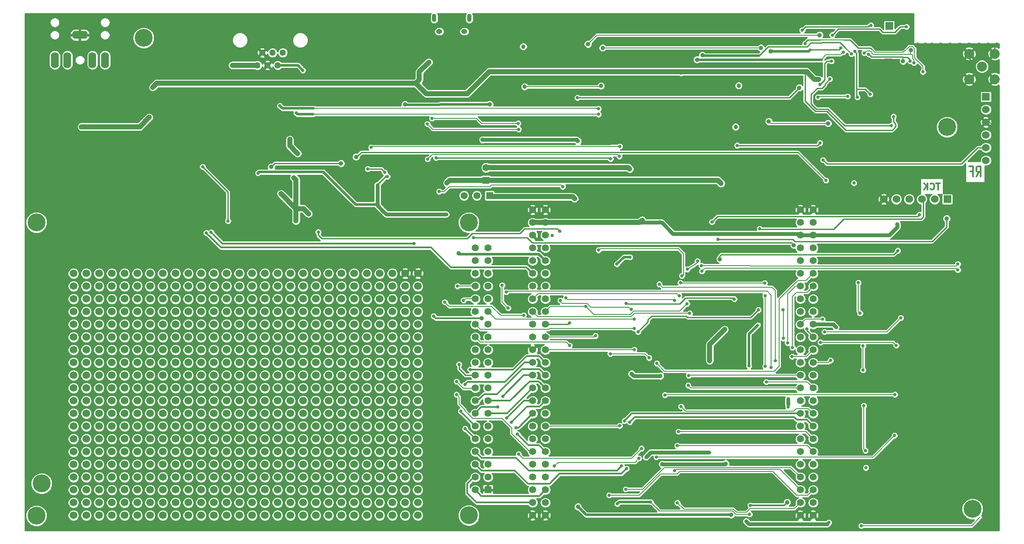
<source format=gbl>
G04 (created by PCBNEW-RS274X (2012-apr-16-27)-stable) date Tue 19 Feb 2013 03:33:23 PM EST*
G01*
G70*
G90*
%MOIN*%
G04 Gerber Fmt 3.4, Leading zero omitted, Abs format*
%FSLAX34Y34*%
G04 APERTURE LIST*
%ADD10C,0.006000*%
%ADD11C,0.012000*%
%ADD12C,0.140000*%
%ADD13R,0.055000X0.055000*%
%ADD14C,0.055000*%
%ADD15C,0.051200*%
%ADD16C,0.060000*%
%ADD17R,0.060000X0.060000*%
%ADD18C,0.078700*%
%ADD19O,0.063000X0.126000*%
%ADD20O,0.126000X0.063000*%
%ADD21O,0.049200X0.037400*%
%ADD22O,0.035400X0.063000*%
%ADD23C,0.025000*%
%ADD24C,0.034000*%
%ADD25C,0.035000*%
%ADD26C,0.030000*%
%ADD27C,0.008000*%
%ADD28C,0.020000*%
%ADD29C,0.040000*%
%ADD30C,0.007000*%
%ADD31C,0.014000*%
%ADD32C,0.010000*%
%ADD33C,0.030000*%
G04 APERTURE END LIST*
G54D10*
G54D11*
X74978Y-13169D02*
X75178Y-12788D01*
X75321Y-13169D02*
X75321Y-12369D01*
X75093Y-12369D01*
X75035Y-12407D01*
X75007Y-12445D01*
X74978Y-12521D01*
X74978Y-12635D01*
X75007Y-12712D01*
X75035Y-12750D01*
X75093Y-12788D01*
X75321Y-12788D01*
X74521Y-12750D02*
X74721Y-12750D01*
X74721Y-13169D02*
X74721Y-12369D01*
X74435Y-12369D01*
X72123Y-13689D02*
X71838Y-13689D01*
X71981Y-14189D02*
X71981Y-13689D01*
X71385Y-14142D02*
X71409Y-14166D01*
X71480Y-14189D01*
X71528Y-14189D01*
X71600Y-14166D01*
X71647Y-14118D01*
X71671Y-14070D01*
X71695Y-13975D01*
X71695Y-13904D01*
X71671Y-13808D01*
X71647Y-13761D01*
X71600Y-13713D01*
X71528Y-13689D01*
X71480Y-13689D01*
X71409Y-13713D01*
X71385Y-13737D01*
X71171Y-14189D02*
X71171Y-13689D01*
X70885Y-14189D02*
X71100Y-13904D01*
X70885Y-13689D02*
X71171Y-13975D01*
G54D12*
X35190Y-39770D03*
G54D13*
X36690Y-37770D03*
G54D14*
X35690Y-37770D03*
X36690Y-36770D03*
X35690Y-36770D03*
X36690Y-35770D03*
X35690Y-35770D03*
X36690Y-34770D03*
X35690Y-34770D03*
X36690Y-33770D03*
X35690Y-33770D03*
X36690Y-32770D03*
X35690Y-32770D03*
X36690Y-31770D03*
X35690Y-31770D03*
X36690Y-30770D03*
X35690Y-30770D03*
X36690Y-29770D03*
X35690Y-29770D03*
X36690Y-28770D03*
X35690Y-28770D03*
X36690Y-27770D03*
X35690Y-27770D03*
X36690Y-26770D03*
X35690Y-26770D03*
X36690Y-25770D03*
X35690Y-25770D03*
X36690Y-24770D03*
X35690Y-24770D03*
X36690Y-23770D03*
X35690Y-23770D03*
X36690Y-22770D03*
X35690Y-22770D03*
X36690Y-21770D03*
X35690Y-21770D03*
X36690Y-20770D03*
X35690Y-20770D03*
X36690Y-19770D03*
X35690Y-19770D03*
X36690Y-18770D03*
X35690Y-18770D03*
G54D12*
X35190Y-16770D03*
X01288Y-39805D03*
X01288Y-16770D03*
G54D15*
X20600Y-03434D03*
X20206Y-04419D03*
X19797Y-03434D03*
X19403Y-04419D03*
X18994Y-03434D03*
X18600Y-04419D03*
G54D12*
X01690Y-37270D03*
X72690Y-09270D03*
X74690Y-39270D03*
X09690Y-02270D03*
G54D16*
X16190Y-34770D03*
X16190Y-35770D03*
X17190Y-35770D03*
X17190Y-34770D03*
X19190Y-34770D03*
X19190Y-35770D03*
X18190Y-35770D03*
X18190Y-34770D03*
X18190Y-32770D03*
X18190Y-33770D03*
X19190Y-33770D03*
X19190Y-32770D03*
X17190Y-32770D03*
X17190Y-33770D03*
X16190Y-33770D03*
X16190Y-32770D03*
G54D17*
X68155Y-01325D03*
G54D18*
X75425Y-04515D03*
X76425Y-05515D03*
X74425Y-05515D03*
X74425Y-03515D03*
X76425Y-03515D03*
G54D14*
X40190Y-39770D03*
X40190Y-38770D03*
X40190Y-37770D03*
X40190Y-36770D03*
X40190Y-35770D03*
X40190Y-34770D03*
X40190Y-33770D03*
X40190Y-32770D03*
X40190Y-31770D03*
X40190Y-30770D03*
X40190Y-29770D03*
X40190Y-28770D03*
X40190Y-27770D03*
X40190Y-26770D03*
X40190Y-25770D03*
X40190Y-24770D03*
X40190Y-23770D03*
X40190Y-22770D03*
X40190Y-21770D03*
X40190Y-20770D03*
X40190Y-19770D03*
X40190Y-18770D03*
X40190Y-17770D03*
X40190Y-16770D03*
X40190Y-15770D03*
X62190Y-39770D03*
X62190Y-38770D03*
X62190Y-37770D03*
X62190Y-36770D03*
X62190Y-35770D03*
X62190Y-34770D03*
X62190Y-33770D03*
X62190Y-32770D03*
X62190Y-31770D03*
X62190Y-30770D03*
X62190Y-29770D03*
X62190Y-28770D03*
X62190Y-27770D03*
X62190Y-26770D03*
X62190Y-25770D03*
X62190Y-24770D03*
X62190Y-23770D03*
X62190Y-22770D03*
X62190Y-21770D03*
X62190Y-20770D03*
X62190Y-19770D03*
X62190Y-18770D03*
X62190Y-17770D03*
X62190Y-16770D03*
X62190Y-15770D03*
X61190Y-15770D03*
X61190Y-16770D03*
X61190Y-17770D03*
X61190Y-18770D03*
X61190Y-19770D03*
X61190Y-20770D03*
X61190Y-21770D03*
X61190Y-22770D03*
X61190Y-23770D03*
X61190Y-24770D03*
X61190Y-25770D03*
X61190Y-26770D03*
X61190Y-27770D03*
X61190Y-28770D03*
X61190Y-29770D03*
X61190Y-30770D03*
X61190Y-31770D03*
X61190Y-32770D03*
X61190Y-33770D03*
X61190Y-34770D03*
X61190Y-35770D03*
X61190Y-36770D03*
X61190Y-37770D03*
X61190Y-38770D03*
X61190Y-39770D03*
X41190Y-15770D03*
X41190Y-16770D03*
X41190Y-17770D03*
X41190Y-18770D03*
X41190Y-19770D03*
X41190Y-20770D03*
X41190Y-21770D03*
X41190Y-22770D03*
X41190Y-23770D03*
X41190Y-24770D03*
X41190Y-25770D03*
X41190Y-26770D03*
X41190Y-27770D03*
X41190Y-28770D03*
X41190Y-29770D03*
X41190Y-30770D03*
X41190Y-31770D03*
X41190Y-32770D03*
X41190Y-33770D03*
X41190Y-34770D03*
X41190Y-35770D03*
X41190Y-36770D03*
X41190Y-37770D03*
X41190Y-38770D03*
X41190Y-39770D03*
G54D17*
X72720Y-14940D03*
G54D16*
X71720Y-14940D03*
X70720Y-14940D03*
X69720Y-14940D03*
X68720Y-14940D03*
X67720Y-14940D03*
G54D17*
X75733Y-06892D03*
G54D16*
X75733Y-07892D03*
X75733Y-08892D03*
X75733Y-09892D03*
X75733Y-10892D03*
X75733Y-11892D03*
G54D13*
X36540Y-13455D03*
G54D14*
X36540Y-12455D03*
G54D19*
X02721Y-04010D03*
X05674Y-04010D03*
X06659Y-04010D03*
X03706Y-04010D03*
G54D20*
X04690Y-02042D03*
G54D21*
X32864Y-01770D03*
G54D22*
X32470Y-00707D03*
X35226Y-00707D03*
G54D21*
X34832Y-01770D03*
G54D16*
X20190Y-34770D03*
X20190Y-35770D03*
X21190Y-35770D03*
X21190Y-34770D03*
X23190Y-34770D03*
X23190Y-35770D03*
X22190Y-35770D03*
X22190Y-34770D03*
X22190Y-32770D03*
X22190Y-33770D03*
X23190Y-33770D03*
X23190Y-32770D03*
X21190Y-32770D03*
X21190Y-33770D03*
X20190Y-33770D03*
X20190Y-32770D03*
X20190Y-30770D03*
X20190Y-31770D03*
X21190Y-31770D03*
X21190Y-30770D03*
X23190Y-30770D03*
X23190Y-31770D03*
X22190Y-31770D03*
X22190Y-30770D03*
X22190Y-28770D03*
X22190Y-29770D03*
X23190Y-29770D03*
X23190Y-28770D03*
X21190Y-28770D03*
X21190Y-29770D03*
X20190Y-29770D03*
X20190Y-28770D03*
X16190Y-30770D03*
X16190Y-31770D03*
X17190Y-31770D03*
X17190Y-30770D03*
X19190Y-30770D03*
X19190Y-31770D03*
X18190Y-31770D03*
X18190Y-30770D03*
X18190Y-28770D03*
X18190Y-29770D03*
X19190Y-29770D03*
X19190Y-28770D03*
X17190Y-28770D03*
X17190Y-29770D03*
X16190Y-29770D03*
X16190Y-28770D03*
X24190Y-30770D03*
X24190Y-31770D03*
X25190Y-31770D03*
X25190Y-30770D03*
X27190Y-30770D03*
X27190Y-31770D03*
X26190Y-31770D03*
X26190Y-30770D03*
X26190Y-28770D03*
X26190Y-29770D03*
X27190Y-29770D03*
X27190Y-28770D03*
X25190Y-28770D03*
X25190Y-29770D03*
X24190Y-29770D03*
X24190Y-28770D03*
X28190Y-30770D03*
X28190Y-31770D03*
X29190Y-31770D03*
X29190Y-30770D03*
X31190Y-30770D03*
X31190Y-31770D03*
X30190Y-31770D03*
X30190Y-30770D03*
X30190Y-28770D03*
X30190Y-29770D03*
X31190Y-29770D03*
X31190Y-28770D03*
X29190Y-28770D03*
X29190Y-29770D03*
X28190Y-29770D03*
X28190Y-28770D03*
X28190Y-34770D03*
X28190Y-35770D03*
X29190Y-35770D03*
X29190Y-34770D03*
X31190Y-34770D03*
X31190Y-35770D03*
X30190Y-35770D03*
X30190Y-34770D03*
X30190Y-32770D03*
X30190Y-33770D03*
X31190Y-33770D03*
X31190Y-32770D03*
X29190Y-32770D03*
X29190Y-33770D03*
X28190Y-33770D03*
X28190Y-32770D03*
X24190Y-34770D03*
X24190Y-35770D03*
X25190Y-35770D03*
X25190Y-34770D03*
X27190Y-34770D03*
X27190Y-35770D03*
X26190Y-35770D03*
X26190Y-34770D03*
X26190Y-32770D03*
X26190Y-33770D03*
X27190Y-33770D03*
X27190Y-32770D03*
X25190Y-32770D03*
X25190Y-33770D03*
X24190Y-33770D03*
X24190Y-32770D03*
X24190Y-26770D03*
X24190Y-27770D03*
X25190Y-27770D03*
X25190Y-26770D03*
X27190Y-26770D03*
X27190Y-27770D03*
X26190Y-27770D03*
X26190Y-26770D03*
X26190Y-24770D03*
X26190Y-25770D03*
X27190Y-25770D03*
X27190Y-24770D03*
X25190Y-24770D03*
X25190Y-25770D03*
X24190Y-25770D03*
X24190Y-24770D03*
X28190Y-26770D03*
X28190Y-27770D03*
X29190Y-27770D03*
X29190Y-26770D03*
X31190Y-26770D03*
X31190Y-27770D03*
X30190Y-27770D03*
X30190Y-26770D03*
X30190Y-24770D03*
X30190Y-25770D03*
X31190Y-25770D03*
X31190Y-24770D03*
X29190Y-24770D03*
X29190Y-25770D03*
X28190Y-25770D03*
X28190Y-24770D03*
X28190Y-22770D03*
X28190Y-23770D03*
X29190Y-23770D03*
X29190Y-22770D03*
X31190Y-22770D03*
X31190Y-23770D03*
X30190Y-23770D03*
X30190Y-22770D03*
X30190Y-20770D03*
X30190Y-21770D03*
X31190Y-21770D03*
X31190Y-20770D03*
X29190Y-20770D03*
X29190Y-21770D03*
X28190Y-21770D03*
X28190Y-20770D03*
X24190Y-22770D03*
X24190Y-23770D03*
X25190Y-23770D03*
X25190Y-22770D03*
X27190Y-22770D03*
X27190Y-23770D03*
X26190Y-23770D03*
X26190Y-22770D03*
X26190Y-20770D03*
X26190Y-21770D03*
X27190Y-21770D03*
X27190Y-20770D03*
X25190Y-20770D03*
X25190Y-21770D03*
X24190Y-21770D03*
X24190Y-20770D03*
X20190Y-26770D03*
X20190Y-27770D03*
X21190Y-27770D03*
X21190Y-26770D03*
X23190Y-26770D03*
X23190Y-27770D03*
X22190Y-27770D03*
X22190Y-26770D03*
X22190Y-24770D03*
X22190Y-25770D03*
X23190Y-25770D03*
X23190Y-24770D03*
X21190Y-24770D03*
X21190Y-25770D03*
X20190Y-25770D03*
X20190Y-24770D03*
X16190Y-26770D03*
X16190Y-27770D03*
X17190Y-27770D03*
X17190Y-26770D03*
X19190Y-26770D03*
X19190Y-27770D03*
X18190Y-27770D03*
X18190Y-26770D03*
X18190Y-24770D03*
X18190Y-25770D03*
X19190Y-25770D03*
X19190Y-24770D03*
X17190Y-24770D03*
X17190Y-25770D03*
X16190Y-25770D03*
X16190Y-24770D03*
X16190Y-22770D03*
X16190Y-23770D03*
X17190Y-23770D03*
X17190Y-22770D03*
X19190Y-22770D03*
X19190Y-23770D03*
X18190Y-23770D03*
X18190Y-22770D03*
X18190Y-20770D03*
X18190Y-21770D03*
X19190Y-21770D03*
X19190Y-20770D03*
X17190Y-20770D03*
X17190Y-21770D03*
X16190Y-21770D03*
X16190Y-20770D03*
X04190Y-34770D03*
X04190Y-35770D03*
X05190Y-35770D03*
X05190Y-34770D03*
X07190Y-34770D03*
X07190Y-35770D03*
X06190Y-35770D03*
X06190Y-34770D03*
X06190Y-32770D03*
X06190Y-33770D03*
X07190Y-33770D03*
X07190Y-32770D03*
X05190Y-32770D03*
X05190Y-33770D03*
X04190Y-33770D03*
X04190Y-32770D03*
X12190Y-34770D03*
X12190Y-35770D03*
X13190Y-35770D03*
X13190Y-34770D03*
X15190Y-34770D03*
X15190Y-35770D03*
X14190Y-35770D03*
X14190Y-34770D03*
X14190Y-32770D03*
X14190Y-33770D03*
X15190Y-33770D03*
X15190Y-32770D03*
X13190Y-32770D03*
X13190Y-33770D03*
X12190Y-33770D03*
X12190Y-32770D03*
X12190Y-30770D03*
X12190Y-31770D03*
X13190Y-31770D03*
X13190Y-30770D03*
X15190Y-30770D03*
X15190Y-31770D03*
X14190Y-31770D03*
X14190Y-30770D03*
X14190Y-28770D03*
X14190Y-29770D03*
X15190Y-29770D03*
X15190Y-28770D03*
X13190Y-28770D03*
X13190Y-29770D03*
X12190Y-29770D03*
X12190Y-28770D03*
X12190Y-22770D03*
X12190Y-23770D03*
X13190Y-23770D03*
X13190Y-22770D03*
X15190Y-22770D03*
X15190Y-23770D03*
X14190Y-23770D03*
X14190Y-22770D03*
X14190Y-20770D03*
X14190Y-21770D03*
X15190Y-21770D03*
X15190Y-20770D03*
X13190Y-20770D03*
X13190Y-21770D03*
X12190Y-21770D03*
X12190Y-20770D03*
X12190Y-26770D03*
X12190Y-27770D03*
X13190Y-27770D03*
X13190Y-26770D03*
X15190Y-26770D03*
X15190Y-27770D03*
X14190Y-27770D03*
X14190Y-26770D03*
X14190Y-24770D03*
X14190Y-25770D03*
X15190Y-25770D03*
X15190Y-24770D03*
X13190Y-24770D03*
X13190Y-25770D03*
X12190Y-25770D03*
X12190Y-24770D03*
X04190Y-26770D03*
X04190Y-27770D03*
X05190Y-27770D03*
X05190Y-26770D03*
X07190Y-26770D03*
X07190Y-27770D03*
X06190Y-27770D03*
X06190Y-26770D03*
X06190Y-24770D03*
X06190Y-25770D03*
X07190Y-25770D03*
X07190Y-24770D03*
X05190Y-24770D03*
X05190Y-25770D03*
X04190Y-25770D03*
X04190Y-24770D03*
X04190Y-22770D03*
X04190Y-23770D03*
X05190Y-23770D03*
X05190Y-22770D03*
X07190Y-22770D03*
X07190Y-23770D03*
X06190Y-23770D03*
X06190Y-22770D03*
X06190Y-20770D03*
X06190Y-21770D03*
X07190Y-21770D03*
X07190Y-20770D03*
X05190Y-20770D03*
X05190Y-21770D03*
X04190Y-21770D03*
X04190Y-20770D03*
X04190Y-30770D03*
X04190Y-31770D03*
X05190Y-31770D03*
X05190Y-30770D03*
X07190Y-30770D03*
X07190Y-31770D03*
X06190Y-31770D03*
X06190Y-30770D03*
X06190Y-28770D03*
X06190Y-29770D03*
X07190Y-29770D03*
X07190Y-28770D03*
X05190Y-28770D03*
X05190Y-29770D03*
X04190Y-29770D03*
X04190Y-28770D03*
X04190Y-38770D03*
X04190Y-39770D03*
X05190Y-39770D03*
X05190Y-38770D03*
X07190Y-38770D03*
X07190Y-39770D03*
X06190Y-39770D03*
X06190Y-38770D03*
X06190Y-36770D03*
X06190Y-37770D03*
X07190Y-37770D03*
X07190Y-36770D03*
X05190Y-36770D03*
X05190Y-37770D03*
X04190Y-37770D03*
X04190Y-36770D03*
X12190Y-38770D03*
X12190Y-39770D03*
X13190Y-39770D03*
X13190Y-38770D03*
X15190Y-38770D03*
X15190Y-39770D03*
X14190Y-39770D03*
X14190Y-38770D03*
X14190Y-36770D03*
X14190Y-37770D03*
X15190Y-37770D03*
X15190Y-36770D03*
X13190Y-36770D03*
X13190Y-37770D03*
X12190Y-37770D03*
X12190Y-36770D03*
X16190Y-38770D03*
X16190Y-39770D03*
X17190Y-39770D03*
X17190Y-38770D03*
X19190Y-38770D03*
X19190Y-39770D03*
X18190Y-39770D03*
X18190Y-38770D03*
X18190Y-36770D03*
X18190Y-37770D03*
X19190Y-37770D03*
X19190Y-36770D03*
X17190Y-36770D03*
X17190Y-37770D03*
X16190Y-37770D03*
X16190Y-36770D03*
X20190Y-38770D03*
X20190Y-39770D03*
X21190Y-39770D03*
X21190Y-38770D03*
X23190Y-38770D03*
X23190Y-39770D03*
X22190Y-39770D03*
X22190Y-38770D03*
X22190Y-36770D03*
X22190Y-37770D03*
X23190Y-37770D03*
X23190Y-36770D03*
X21190Y-36770D03*
X21190Y-37770D03*
X20190Y-37770D03*
X20190Y-36770D03*
X24190Y-38770D03*
X24190Y-39770D03*
X25190Y-39770D03*
X25190Y-38770D03*
X27190Y-38770D03*
X27190Y-39770D03*
X26190Y-39770D03*
X26190Y-38770D03*
X26190Y-36770D03*
X26190Y-37770D03*
X27190Y-37770D03*
X27190Y-36770D03*
X25190Y-36770D03*
X25190Y-37770D03*
X24190Y-37770D03*
X24190Y-36770D03*
X28190Y-38770D03*
X28190Y-39770D03*
X29190Y-39770D03*
X29190Y-38770D03*
X31190Y-38770D03*
X31190Y-39770D03*
X30190Y-39770D03*
X30190Y-38770D03*
X30190Y-36770D03*
X30190Y-37770D03*
X31190Y-37770D03*
X31190Y-36770D03*
X29190Y-36770D03*
X29190Y-37770D03*
X28190Y-37770D03*
X28190Y-36770D03*
X08190Y-38770D03*
X08190Y-39770D03*
X09190Y-39770D03*
X09190Y-38770D03*
X11190Y-38770D03*
X11190Y-39770D03*
X10190Y-39770D03*
X10190Y-38770D03*
X10190Y-36770D03*
X10190Y-37770D03*
X11190Y-37770D03*
X11190Y-36770D03*
X09190Y-36770D03*
X09190Y-37770D03*
X08190Y-37770D03*
X08190Y-36770D03*
X08190Y-22770D03*
X08190Y-23770D03*
X09190Y-23770D03*
X09190Y-22770D03*
X11190Y-22770D03*
X11190Y-23770D03*
X10190Y-23770D03*
X10190Y-22770D03*
X10190Y-20770D03*
X10190Y-21770D03*
X11190Y-21770D03*
X11190Y-20770D03*
X09190Y-20770D03*
X09190Y-21770D03*
X08190Y-21770D03*
X08190Y-20770D03*
X08190Y-26770D03*
X08190Y-27770D03*
X09190Y-27770D03*
X09190Y-26770D03*
X11190Y-26770D03*
X11190Y-27770D03*
X10190Y-27770D03*
X10190Y-26770D03*
X10190Y-24770D03*
X10190Y-25770D03*
X11190Y-25770D03*
X11190Y-24770D03*
X09190Y-24770D03*
X09190Y-25770D03*
X08190Y-25770D03*
X08190Y-24770D03*
X08190Y-34770D03*
X08190Y-35770D03*
X09190Y-35770D03*
X09190Y-34770D03*
X11190Y-34770D03*
X11190Y-35770D03*
X10190Y-35770D03*
X10190Y-34770D03*
X10190Y-32770D03*
X10190Y-33770D03*
X11190Y-33770D03*
X11190Y-32770D03*
X09190Y-32770D03*
X09190Y-33770D03*
X08190Y-33770D03*
X08190Y-32770D03*
X20190Y-22770D03*
X20190Y-23770D03*
X21190Y-23770D03*
X21190Y-22770D03*
X23190Y-22770D03*
X23190Y-23770D03*
X22190Y-23770D03*
X22190Y-22770D03*
X22190Y-20770D03*
X22190Y-21770D03*
X23190Y-21770D03*
X23190Y-20770D03*
X21190Y-20770D03*
X21190Y-21770D03*
X20190Y-21770D03*
X20190Y-20770D03*
X08190Y-30770D03*
X08190Y-31770D03*
X09190Y-31770D03*
X09190Y-30770D03*
X11190Y-30770D03*
X11190Y-31770D03*
X10190Y-31770D03*
X10190Y-30770D03*
X10190Y-28770D03*
X10190Y-29770D03*
X11190Y-29770D03*
X11190Y-28770D03*
X09190Y-28770D03*
X09190Y-29770D03*
X08190Y-29770D03*
X08190Y-28770D03*
G54D13*
X36812Y-14656D03*
G54D14*
X35812Y-14656D03*
X34812Y-14656D03*
G54D23*
X57150Y-28030D03*
X66320Y-36040D03*
G54D24*
X39460Y-02950D03*
G54D23*
X65380Y-13670D03*
X66100Y-26470D03*
G54D24*
X45690Y-03050D03*
G54D25*
X21460Y-13250D03*
G54D24*
X39570Y-06100D03*
X56110Y-09260D03*
X45550Y-06030D03*
G54D23*
X65870Y-23890D03*
X65730Y-21490D03*
G54D24*
X58080Y-03050D03*
G54D23*
X41725Y-17785D03*
G54D25*
X22620Y-16080D03*
G54D23*
X41725Y-17785D03*
X66100Y-28360D03*
X66290Y-34680D03*
G54D24*
X56350Y-06020D03*
G54D25*
X21630Y-16630D03*
G54D23*
X66160Y-31160D03*
X65970Y-40590D03*
G54D25*
X20450Y-14500D03*
G54D23*
X14600Y-17580D03*
X51639Y-33191D03*
X49926Y-27837D03*
X48155Y-26754D03*
X60182Y-26242D03*
X51540Y-38782D03*
X51340Y-36260D03*
X52426Y-28782D03*
X52387Y-29569D03*
X70510Y-16145D03*
X54245Y-16730D03*
G54D25*
X54867Y-19656D03*
G54D23*
X68820Y-18980D03*
X57890Y-23635D03*
X48450Y-25364D03*
X58000Y-17255D03*
X54715Y-18080D03*
G54D25*
X72660Y-16460D03*
G54D23*
X73537Y-20022D03*
X53430Y-20160D03*
X73537Y-20495D03*
X53470Y-20593D03*
X46995Y-11575D03*
X31950Y-11790D03*
X47013Y-10790D03*
X27525Y-10875D03*
X27260Y-12560D03*
X28580Y-12820D03*
X46280Y-27080D03*
X32610Y-11690D03*
X49325Y-27405D03*
X46300Y-11770D03*
X62710Y-05930D03*
X62721Y-10514D03*
X63627Y-04097D03*
X56225Y-10711D03*
X68568Y-33506D03*
X49887Y-35199D03*
X68607Y-30278D03*
X50556Y-30317D03*
X68706Y-26420D03*
X62761Y-26183D03*
X63076Y-25357D03*
X69060Y-24254D03*
X51836Y-31223D03*
X14970Y-17520D03*
X32420Y-24130D03*
G54D25*
X36186Y-24294D03*
G54D23*
X30885Y-18415D03*
X39493Y-24057D03*
X33300Y-23020D03*
X50123Y-21616D03*
X59218Y-27640D03*
X62918Y-24372D03*
G54D25*
X26344Y-11616D03*
X19690Y-12404D03*
X25162Y-12128D03*
G54D23*
X63194Y-13467D03*
X47013Y-32739D03*
X51540Y-34294D03*
X59847Y-25868D03*
X59828Y-23624D03*
X60556Y-26577D03*
X60536Y-27305D03*
X22170Y-04810D03*
X45359Y-07837D03*
X47485Y-37719D03*
X20370Y-07600D03*
X46186Y-38191D03*
X21650Y-08160D03*
X45359Y-08270D03*
X47800Y-32443D03*
X47564Y-36105D03*
X35281Y-28309D03*
X34552Y-31597D03*
G54D25*
X35690Y-30770D03*
X41190Y-28770D03*
X36690Y-31770D03*
X40190Y-29770D03*
G54D23*
X38135Y-22227D03*
X58903Y-28152D03*
X65195Y-03530D03*
X52328Y-20435D03*
G54D25*
X53509Y-03624D03*
G54D23*
X51678Y-22542D03*
X53115Y-19805D03*
G54D25*
X62690Y-02050D03*
G54D23*
X44355Y-23368D03*
G54D25*
X44533Y-02758D03*
G54D23*
X52308Y-23152D03*
G54D25*
X53076Y-03978D03*
G54D23*
X52505Y-23900D03*
X64570Y-03380D03*
X34769Y-22876D03*
X34218Y-29254D03*
X43076Y-26420D03*
X34296Y-21774D03*
X34218Y-30278D03*
G54D25*
X60674Y-18546D03*
G54D23*
X35556Y-17955D03*
X34414Y-27916D03*
G54D25*
X34375Y-19176D03*
X55753Y-39727D03*
X43745Y-39097D03*
G54D24*
X43489Y-14892D03*
G54D23*
X46836Y-38868D03*
X49440Y-38725D03*
X57200Y-39690D03*
G54D25*
X60143Y-38750D03*
G54D23*
X60230Y-30610D03*
X57270Y-38985D03*
X60230Y-31250D03*
X63415Y-40340D03*
X63975Y-24995D03*
X56934Y-40239D03*
X38174Y-32128D03*
X38529Y-32443D03*
X38883Y-32876D03*
X39001Y-33388D03*
X47387Y-32345D03*
X47170Y-35908D03*
G54D25*
X40190Y-27770D03*
G54D23*
X34887Y-32975D03*
X34887Y-29490D03*
X37859Y-30416D03*
X37446Y-31262D03*
G54D25*
X35690Y-31770D03*
X40190Y-28770D03*
G54D23*
X48155Y-24372D03*
X39099Y-34963D03*
X48725Y-34510D03*
X41895Y-35908D03*
X48529Y-35298D03*
X37800Y-21695D03*
X38273Y-23487D03*
X48155Y-25081D03*
X23380Y-17510D03*
X42310Y-17450D03*
X47920Y-23600D03*
X42370Y-22890D03*
X65650Y-06930D03*
X66660Y-06690D03*
X65450Y-03320D03*
X70800Y-04935D03*
X61550Y-02710D03*
X62564Y-06931D03*
X64880Y-06860D03*
X66540Y-03550D03*
G54D25*
X69240Y-04090D03*
G54D23*
X69790Y-04080D03*
G54D25*
X69850Y-03240D03*
G54D23*
X66200Y-03455D03*
X70090Y-04230D03*
X43706Y-06971D03*
X43076Y-24668D03*
G54D25*
X61107Y-06183D03*
G54D23*
X61340Y-01660D03*
X62970Y-11860D03*
X66720Y-01280D03*
X63548Y-27601D03*
X64360Y-03070D03*
G54D25*
X58706Y-08821D03*
X63351Y-08979D03*
X58863Y-03309D03*
G54D23*
X68320Y-09170D03*
X63490Y-05500D03*
X45123Y-25672D03*
X45359Y-18939D03*
X51895Y-20947D03*
X58509Y-29294D03*
X58430Y-28073D03*
X58430Y-22522D03*
X58391Y-21538D03*
X51777Y-21498D03*
X62130Y-04500D03*
X31945Y-12795D03*
G54D24*
X11050Y-40800D03*
G54D23*
X02120Y-08970D03*
X75470Y-27840D03*
X72890Y-05570D03*
X73590Y-04270D03*
X69749Y-05089D03*
X15740Y-12520D03*
X73290Y-05170D03*
X69552Y-04892D03*
X71390Y-05070D03*
G54D25*
X08253Y-08396D03*
G54D23*
X74790Y-04270D03*
X16190Y-12770D03*
X70290Y-05990D03*
X04125Y-07725D03*
X75420Y-34940D03*
G54D24*
X02880Y-17610D03*
X02630Y-25710D03*
G54D23*
X51285Y-24945D03*
X05170Y-07450D03*
X69355Y-05089D03*
X29990Y-13580D03*
X58010Y-38660D03*
X72790Y-04970D03*
X29700Y-13580D03*
G54D25*
X03840Y-05460D03*
G54D23*
X69552Y-05286D03*
X75580Y-18160D03*
X69749Y-05483D03*
X32830Y-13165D03*
X72190Y-03270D03*
G54D25*
X36180Y-04780D03*
X01610Y-05680D03*
G54D23*
X76490Y-04270D03*
G54D25*
X20005Y-11420D03*
X07229Y-10010D03*
X07520Y-05560D03*
G54D23*
X74190Y-04270D03*
X75190Y-03670D03*
X16180Y-13460D03*
G54D25*
X06590Y-12210D03*
G54D23*
X03820Y-07360D03*
X74890Y-04770D03*
X75690Y-05470D03*
X64590Y-04470D03*
G54D24*
X31050Y-40660D03*
G54D23*
X55120Y-38190D03*
G54D25*
X18155Y-10593D03*
G54D23*
X18930Y-17180D03*
X69355Y-05483D03*
X17470Y-10960D03*
X52880Y-37610D03*
X29700Y-13280D03*
X51750Y-26420D03*
X66825Y-01945D03*
X76590Y-02770D03*
X04250Y-09565D03*
X30100Y-11665D03*
X15340Y-11939D03*
X71000Y-05990D03*
X67570Y-04050D03*
G54D25*
X34000Y-06190D03*
G54D23*
X65275Y-05190D03*
G54D25*
X34510Y-04460D03*
X02700Y-10210D03*
G54D23*
X75170Y-22640D03*
X52260Y-38340D03*
X64590Y-05870D03*
X72290Y-05990D03*
X28910Y-12750D03*
G54D25*
X17820Y-13632D03*
G54D23*
X30625Y-12290D03*
G54D24*
X02620Y-39470D03*
G54D23*
X72390Y-05370D03*
G54D24*
X19570Y-40770D03*
G54D23*
X16940Y-14350D03*
G54D25*
X34870Y-03360D03*
X31220Y-06820D03*
G54D24*
X03250Y-40620D03*
G54D25*
X35970Y-02840D03*
G54D23*
X71490Y-03070D03*
G54D24*
X09080Y-14410D03*
G54D23*
X72190Y-03020D03*
X71890Y-05470D03*
G54D24*
X32050Y-26840D03*
G54D23*
X56060Y-38260D03*
X71590Y-05990D03*
G54D24*
X02480Y-21760D03*
G54D23*
X75940Y-02770D03*
X72940Y-02770D03*
G54D25*
X20162Y-13191D03*
G54D23*
X72190Y-02770D03*
G54D25*
X32670Y-07170D03*
G54D23*
X73690Y-02770D03*
X21220Y-17550D03*
X29220Y-12685D03*
X70990Y-02770D03*
X71390Y-04470D03*
G54D24*
X32010Y-24560D03*
G54D23*
X53883Y-37530D03*
X65990Y-05870D03*
X71390Y-03870D03*
X59110Y-38440D03*
X51380Y-36970D03*
G54D24*
X02440Y-29210D03*
X26120Y-40730D03*
X06120Y-40660D03*
G54D23*
X75190Y-05470D03*
X65990Y-04470D03*
X16890Y-10550D03*
G54D24*
X32260Y-40020D03*
G54D23*
X16890Y-10960D03*
X30000Y-13290D03*
G54D25*
X04120Y-12160D03*
X08200Y-07040D03*
G54D23*
X32745Y-12880D03*
X53510Y-38300D03*
X63195Y-01760D03*
G54D25*
X32540Y-03230D03*
G54D23*
X54001Y-38357D03*
X68214Y-03002D03*
G54D24*
X02690Y-35690D03*
G54D25*
X02550Y-12130D03*
G54D23*
X75590Y-03670D03*
G54D25*
X00694Y-06782D03*
X30600Y-05230D03*
G54D23*
X73190Y-04570D03*
G54D25*
X31240Y-03850D03*
G54D23*
X02380Y-08070D03*
X73690Y-04770D03*
X68765Y-02530D03*
X17470Y-10550D03*
G54D24*
X32130Y-35510D03*
G54D23*
X70390Y-02770D03*
G54D24*
X05530Y-18860D03*
G54D23*
X71040Y-05190D03*
G54D25*
X32584Y-05876D03*
G54D23*
X69552Y-05679D03*
X64290Y-01870D03*
G54D24*
X11930Y-19060D03*
X02760Y-32540D03*
G54D23*
X72490Y-03370D03*
G54D25*
X05630Y-05580D03*
G54D23*
X71490Y-02770D03*
X76470Y-12930D03*
X75190Y-02770D03*
X03740Y-09240D03*
X14985Y-11506D03*
G54D25*
X08690Y-12210D03*
G54D23*
X74190Y-04770D03*
X31095Y-11670D03*
X50775Y-25830D03*
G54D24*
X32170Y-29900D03*
G54D23*
X74440Y-02770D03*
X76490Y-04770D03*
X52385Y-19295D03*
X71490Y-03470D03*
G54D24*
X02680Y-13960D03*
X47800Y-12561D03*
G54D23*
X39060Y-08979D03*
X32288Y-08585D03*
X31934Y-09018D03*
X39099Y-09451D03*
G54D25*
X43740Y-10360D03*
X36270Y-10270D03*
G54D23*
X32859Y-14341D03*
X51340Y-22890D03*
X42790Y-22700D03*
X42544Y-13947D03*
X33420Y-16130D03*
X54040Y-34813D03*
G54D25*
X33470Y-13664D03*
G54D23*
X54070Y-27620D03*
X18650Y-12880D03*
X28800Y-13150D03*
X49080Y-35207D03*
G54D24*
X54966Y-13703D03*
X55250Y-25175D03*
G54D23*
X28430Y-15845D03*
G54D25*
X30180Y-07500D03*
X36820Y-07480D03*
G54D26*
X21145Y-10235D03*
X21760Y-11345D03*
G54D23*
X16300Y-16650D03*
X14315Y-12385D03*
G54D25*
X16650Y-04420D03*
G54D23*
X68490Y-08450D03*
G54D25*
X51830Y-04960D03*
G54D23*
X47810Y-19490D03*
X62615Y-05535D03*
X56000Y-22780D03*
G54D25*
X32052Y-04176D03*
X50202Y-28821D03*
G54D23*
X47540Y-23110D03*
X46800Y-20040D03*
G54D25*
X50162Y-16774D03*
G54D23*
X61705Y-25115D03*
G54D25*
X47958Y-28664D03*
G54D23*
X69505Y-01385D03*
G54D25*
X48784Y-16577D03*
X10123Y-08506D03*
G54D23*
X63680Y-02050D03*
G54D25*
X68780Y-16910D03*
G54D24*
X24493Y-05829D03*
G54D25*
X50359Y-35750D03*
X04808Y-09254D03*
X55320Y-35711D03*
X10399Y-06144D03*
G54D27*
X66290Y-34680D02*
X66160Y-34550D01*
X66100Y-28360D02*
X66100Y-26470D01*
G54D28*
X57150Y-25530D02*
X57150Y-28030D01*
G54D29*
X21630Y-16630D02*
X21630Y-15680D01*
G54D27*
X65870Y-23890D02*
X65730Y-23750D01*
X58080Y-03050D02*
X56840Y-03050D01*
G54D29*
X22220Y-15680D02*
X22620Y-16080D01*
X21630Y-15680D02*
X20450Y-14500D01*
G54D27*
X74620Y-40590D02*
X65970Y-40590D01*
G54D29*
X21630Y-13420D02*
X21630Y-15680D01*
G54D27*
X66160Y-34550D02*
X66160Y-31160D01*
G54D29*
X21630Y-15680D02*
X22220Y-15680D01*
G54D27*
X45480Y-06100D02*
X39570Y-06100D01*
X45550Y-06030D02*
X45480Y-06100D01*
G54D30*
X56340Y-06040D02*
X56350Y-06030D01*
G54D27*
X56840Y-03050D02*
X45690Y-03050D01*
G54D30*
X56350Y-06020D02*
X56350Y-06030D01*
G54D27*
X65730Y-23750D02*
X65730Y-21490D01*
X75270Y-39940D02*
X74620Y-40590D01*
G54D28*
X57870Y-24810D02*
X57150Y-25530D01*
G54D29*
X21460Y-13250D02*
X21630Y-13420D01*
G54D31*
X39700Y-20280D02*
X40190Y-20770D01*
X33780Y-20280D02*
X39700Y-20280D01*
X14600Y-17580D02*
X15745Y-18725D01*
X32225Y-18725D02*
X33780Y-20280D01*
X15745Y-18725D02*
X32225Y-18725D01*
G54D27*
X62190Y-33770D02*
X61611Y-33191D01*
X61611Y-33191D02*
X51639Y-33191D01*
X59139Y-28447D02*
X59513Y-28073D01*
X59513Y-22797D02*
X60989Y-21321D01*
X59513Y-28073D02*
X59513Y-22797D01*
X49926Y-27837D02*
X50536Y-28447D01*
X61639Y-21321D02*
X62190Y-20770D01*
X50536Y-28447D02*
X59139Y-28447D01*
X60989Y-21321D02*
X61639Y-21321D01*
X48155Y-26754D02*
X48139Y-26770D01*
X48139Y-26770D02*
X41190Y-26770D01*
X60816Y-21770D02*
X61190Y-21770D01*
X60182Y-26242D02*
X60182Y-22404D01*
X60182Y-22404D02*
X60816Y-21770D01*
X60730Y-39230D02*
X57258Y-39230D01*
X57258Y-39230D02*
X56950Y-39538D01*
X61190Y-38770D02*
X60730Y-39230D01*
X56182Y-39538D02*
X55932Y-39288D01*
X56950Y-39538D02*
X56182Y-39538D01*
X52046Y-39288D02*
X51540Y-38782D01*
X51540Y-38782D02*
X51552Y-38770D01*
X55932Y-39288D02*
X52046Y-39288D01*
X61182Y-37778D02*
X61190Y-37770D01*
X51436Y-36164D02*
X51340Y-36260D01*
X59584Y-36164D02*
X51436Y-36164D01*
X60342Y-36922D02*
X59584Y-36164D01*
X61190Y-37770D02*
X60342Y-36922D01*
X52438Y-28770D02*
X61190Y-28770D01*
X52426Y-28782D02*
X52438Y-28770D01*
X52588Y-29770D02*
X52387Y-29569D01*
X61190Y-29770D02*
X52588Y-29770D01*
G54D32*
X70360Y-16295D02*
X54680Y-16295D01*
X54680Y-16295D02*
X54245Y-16730D01*
X70510Y-16145D02*
X70360Y-16295D01*
X54985Y-19285D02*
X68515Y-19285D01*
X54867Y-19403D02*
X54985Y-19285D01*
X68515Y-19285D02*
X68820Y-18980D01*
X54867Y-19656D02*
X54867Y-19403D01*
X64577Y-16490D02*
X70670Y-16490D01*
X63787Y-17280D02*
X64577Y-16490D01*
X57305Y-24220D02*
X57890Y-23635D01*
X49240Y-24575D02*
X49240Y-24400D01*
X58000Y-17255D02*
X58005Y-17260D01*
X52230Y-24110D02*
X52340Y-24220D01*
X58025Y-17280D02*
X63787Y-17280D01*
X52340Y-24220D02*
X57305Y-24220D01*
X70830Y-16330D02*
X70830Y-15050D01*
X58000Y-17255D02*
X58025Y-17280D01*
X49240Y-24400D02*
X49530Y-24110D01*
X49530Y-24110D02*
X52230Y-24110D01*
X70830Y-15050D02*
X70720Y-14940D01*
X48450Y-25364D02*
X49240Y-24575D01*
X70670Y-16490D02*
X70830Y-16330D01*
X72475Y-17300D02*
X72660Y-17115D01*
X72660Y-17115D02*
X72660Y-16460D01*
X60765Y-18255D02*
X71520Y-18255D01*
X60590Y-18080D02*
X60765Y-18255D01*
X54715Y-18080D02*
X60590Y-18080D01*
X71520Y-18255D02*
X72475Y-17300D01*
G54D27*
X60980Y-20180D02*
X57308Y-20180D01*
X57308Y-20180D02*
X57288Y-20160D01*
X60980Y-20180D02*
X60978Y-20180D01*
X57288Y-20160D02*
X53430Y-20160D01*
X73537Y-20022D02*
X73379Y-20180D01*
X73379Y-20180D02*
X60980Y-20180D01*
X73419Y-20377D02*
X73537Y-20495D01*
X61254Y-20377D02*
X73419Y-20377D01*
X61234Y-20357D02*
X61254Y-20377D01*
X53470Y-20593D02*
X53706Y-20357D01*
X57564Y-20357D02*
X57560Y-20357D01*
X57560Y-20357D02*
X61234Y-20357D01*
X57560Y-20357D02*
X53706Y-20357D01*
X32310Y-11430D02*
X31950Y-11790D01*
X46995Y-11575D02*
X46850Y-11430D01*
X46850Y-11430D02*
X32310Y-11430D01*
X45805Y-10805D02*
X27595Y-10805D01*
X27595Y-10805D02*
X27525Y-10875D01*
G54D32*
X28580Y-12820D02*
X28580Y-12800D01*
X28580Y-12800D02*
X28340Y-12560D01*
X28340Y-12560D02*
X28125Y-12560D01*
G54D27*
X47013Y-10790D02*
X45805Y-10805D01*
G54D32*
X28125Y-12560D02*
X27260Y-12560D01*
G54D27*
X49325Y-27405D02*
X49000Y-27080D01*
X46300Y-11770D02*
X46220Y-11690D01*
G54D32*
X46220Y-11690D02*
X32610Y-11690D01*
G54D27*
X49000Y-27080D02*
X46280Y-27080D01*
G54D32*
X63076Y-04294D02*
X63076Y-05544D01*
X56225Y-10711D02*
X62524Y-10711D01*
X63076Y-04294D02*
X63273Y-04097D01*
X62710Y-05910D02*
X62710Y-05930D01*
X63273Y-04097D02*
X63627Y-04097D01*
X62524Y-10711D02*
X62721Y-10514D01*
X63076Y-05544D02*
X62710Y-05910D01*
G54D27*
X66875Y-35199D02*
X49887Y-35199D01*
X68568Y-33506D02*
X66875Y-35199D01*
X50655Y-30278D02*
X68607Y-30278D01*
X50556Y-30317D02*
X50655Y-30278D01*
X68469Y-26183D02*
X68706Y-26420D01*
X62761Y-26183D02*
X68469Y-26183D01*
X63076Y-25357D02*
X67957Y-25357D01*
X67957Y-25357D02*
X69060Y-24254D01*
X51836Y-31223D02*
X51993Y-31380D01*
X60670Y-31580D02*
X52193Y-31580D01*
X60870Y-31380D02*
X60670Y-31580D01*
X62190Y-31770D02*
X61800Y-31380D01*
X52193Y-31580D02*
X51993Y-31380D01*
X61800Y-31380D02*
X60870Y-31380D01*
G54D31*
X15865Y-18415D02*
X30885Y-18415D01*
X14970Y-17520D02*
X15865Y-18415D01*
X32420Y-24130D02*
X32584Y-24294D01*
X32584Y-24294D02*
X36186Y-24294D01*
G54D27*
X33981Y-23349D02*
X36974Y-23349D01*
X33641Y-23361D02*
X33765Y-23361D01*
X33745Y-23362D02*
X33765Y-23361D01*
X33765Y-23361D02*
X33785Y-23360D01*
X36974Y-23349D02*
X37682Y-24057D01*
X37682Y-24057D02*
X39493Y-24057D01*
X33300Y-23020D02*
X33641Y-23361D01*
X33785Y-23360D02*
X33981Y-23349D01*
X50360Y-21853D02*
X58943Y-21853D01*
X50123Y-21616D02*
X50360Y-21853D01*
X59218Y-22128D02*
X59218Y-27640D01*
X58943Y-21853D02*
X59218Y-22128D01*
G54D32*
X26777Y-11262D02*
X26344Y-11616D01*
G54D27*
X61190Y-24770D02*
X61588Y-24372D01*
X63194Y-13467D02*
X60989Y-11262D01*
G54D32*
X19966Y-12128D02*
X25162Y-12128D01*
X19690Y-12404D02*
X19966Y-12128D01*
X60989Y-11262D02*
X26777Y-11262D01*
G54D27*
X61588Y-24372D02*
X62918Y-24372D01*
X46982Y-32770D02*
X41190Y-32770D01*
X47013Y-32739D02*
X46982Y-32770D01*
X51540Y-34294D02*
X61714Y-34294D01*
X61714Y-34294D02*
X62190Y-34770D01*
X59847Y-23643D02*
X59828Y-23624D01*
X59847Y-25868D02*
X59847Y-23643D01*
X60556Y-22581D02*
X60891Y-22246D01*
X61714Y-22246D02*
X62190Y-21770D01*
X60891Y-22246D02*
X61714Y-22246D01*
X60556Y-26577D02*
X60556Y-22581D01*
X60536Y-27305D02*
X61655Y-27305D01*
X61655Y-27305D02*
X62190Y-26770D01*
X23036Y-07798D02*
X23018Y-07798D01*
X45398Y-07798D02*
X23036Y-07798D01*
G54D28*
X20568Y-07798D02*
X20370Y-07600D01*
G54D27*
X45359Y-07837D02*
X45398Y-07798D01*
G54D28*
X21779Y-04419D02*
X22170Y-04810D01*
X23018Y-07798D02*
X20568Y-07798D01*
X20206Y-04419D02*
X21779Y-04419D01*
G54D27*
X48811Y-37719D02*
X47485Y-37719D01*
X61190Y-36770D02*
X60432Y-36012D01*
X50518Y-36012D02*
X48811Y-37719D01*
X60432Y-36012D02*
X50518Y-36012D01*
G54D28*
X22997Y-08270D02*
X21760Y-08270D01*
G54D27*
X60891Y-38191D02*
X60630Y-37930D01*
G54D28*
X21760Y-08270D02*
X21650Y-08160D01*
G54D27*
X45359Y-08270D02*
X22997Y-08270D01*
X61769Y-38191D02*
X60891Y-38191D01*
X59016Y-36316D02*
X51712Y-36316D01*
X61769Y-38191D02*
X62190Y-37770D01*
X50232Y-36512D02*
X48553Y-38191D01*
X51516Y-36512D02*
X50232Y-36512D01*
X51712Y-36316D02*
X51516Y-36512D01*
X60630Y-37930D02*
X59016Y-36316D01*
X48553Y-38191D02*
X46186Y-38191D01*
G54D31*
X48193Y-32050D02*
X60694Y-32050D01*
X60910Y-32266D02*
X61686Y-32266D01*
X41520Y-37286D02*
X42308Y-36498D01*
X38804Y-36262D02*
X39828Y-37286D01*
X42308Y-36498D02*
X47171Y-36498D01*
X39828Y-37286D02*
X41520Y-37286D01*
X36182Y-36262D02*
X38804Y-36262D01*
X60694Y-32050D02*
X60910Y-32266D01*
X47800Y-32443D02*
X48193Y-32050D01*
X61686Y-32266D02*
X62190Y-32770D01*
X47171Y-36498D02*
X47564Y-36105D01*
X35690Y-35770D02*
X36182Y-36262D01*
X35690Y-32770D02*
X34552Y-31632D01*
X34552Y-31632D02*
X34552Y-31597D01*
X40686Y-27266D02*
X41190Y-27770D01*
X38667Y-28309D02*
X39710Y-27266D01*
X35281Y-28309D02*
X38667Y-28309D01*
X39710Y-27266D02*
X40686Y-27266D01*
X35871Y-30770D02*
X36383Y-30258D01*
X40710Y-28290D02*
X41190Y-28770D01*
X36383Y-30258D02*
X37387Y-30258D01*
X39355Y-28290D02*
X40710Y-28290D01*
X37387Y-30258D02*
X39355Y-28290D01*
X35690Y-30770D02*
X35871Y-30770D01*
X36690Y-31770D02*
X38190Y-31770D01*
X38190Y-31770D02*
X40190Y-29770D01*
G54D27*
X58588Y-22168D02*
X58903Y-22483D01*
X38135Y-22227D02*
X38194Y-22168D01*
X58903Y-22483D02*
X58903Y-28152D01*
X38194Y-22168D02*
X58233Y-22168D01*
X58233Y-22168D02*
X58588Y-22168D01*
G54D32*
X64735Y-03070D02*
X64305Y-02640D01*
X61710Y-02960D02*
X58670Y-02960D01*
X58670Y-02960D02*
X57964Y-03666D01*
G54D27*
X64735Y-03070D02*
X64795Y-03130D01*
X65195Y-03530D02*
X64795Y-03130D01*
G54D28*
X53590Y-03666D02*
X57964Y-03666D01*
G54D27*
X52721Y-20199D02*
X53110Y-19917D01*
X53110Y-19810D02*
X53115Y-19805D01*
X52328Y-20435D02*
X52721Y-20199D01*
G54D32*
X62880Y-02670D02*
X62000Y-02670D01*
G54D27*
X40615Y-22345D02*
X48214Y-22345D01*
X51481Y-22345D02*
X51678Y-22542D01*
X53509Y-03624D02*
X53590Y-03666D01*
X48214Y-22345D02*
X51481Y-22345D01*
G54D32*
X62000Y-02670D02*
X61710Y-02960D01*
X62880Y-02640D02*
X62880Y-02670D01*
X62920Y-02640D02*
X62880Y-02640D01*
X64305Y-02640D02*
X62920Y-02640D01*
G54D27*
X53110Y-19917D02*
X53110Y-19810D01*
X40190Y-22770D02*
X40615Y-22345D01*
X52092Y-23368D02*
X52308Y-23152D01*
X52092Y-23368D02*
X51720Y-23740D01*
X45241Y-02050D02*
X62690Y-02050D01*
X51720Y-23740D02*
X48120Y-23740D01*
X44533Y-02758D02*
X45241Y-02050D01*
X41190Y-23770D02*
X41592Y-23368D01*
X48120Y-23740D02*
X47870Y-23990D01*
X43273Y-23368D02*
X44375Y-23368D01*
X44977Y-23990D02*
X44355Y-23368D01*
X47870Y-23990D02*
X44977Y-23990D01*
G54D32*
X44355Y-23368D02*
X44375Y-23368D01*
G54D27*
X41592Y-23368D02*
X43273Y-23368D01*
X47938Y-24156D02*
X48194Y-23900D01*
X40576Y-24156D02*
X47938Y-24156D01*
X64305Y-03585D02*
X63205Y-03585D01*
X62851Y-03978D02*
X63015Y-03775D01*
X40190Y-23770D02*
X40576Y-24156D01*
X64570Y-03380D02*
X64305Y-03585D01*
X63205Y-03585D02*
X63015Y-03775D01*
X48194Y-23900D02*
X52505Y-23900D01*
G54D28*
X53076Y-03978D02*
X62851Y-03978D01*
G54D27*
X34769Y-22876D02*
X34875Y-22770D01*
X34218Y-29255D02*
X34218Y-29254D01*
X34768Y-29805D02*
X34218Y-29255D01*
X35690Y-29770D02*
X35655Y-29805D01*
X34875Y-22770D02*
X35690Y-22770D01*
X35655Y-29805D02*
X34768Y-29805D01*
X42820Y-26164D02*
X36084Y-26164D01*
X43076Y-26420D02*
X42820Y-26164D01*
X36084Y-26164D02*
X35690Y-25770D01*
X38548Y-32916D02*
X37800Y-32168D01*
X37800Y-32168D02*
X35478Y-32168D01*
X39969Y-34770D02*
X38548Y-33349D01*
X40190Y-34770D02*
X39969Y-34770D01*
X38548Y-33349D02*
X38548Y-32916D01*
X34296Y-21774D02*
X34300Y-21770D01*
X34847Y-31537D02*
X34847Y-31458D01*
X34414Y-31025D02*
X34414Y-30474D01*
X34300Y-21770D02*
X35690Y-21770D01*
X34414Y-30474D02*
X34218Y-30278D01*
X34847Y-31458D02*
X34414Y-31025D01*
X35478Y-32168D02*
X34847Y-31537D01*
X40163Y-18349D02*
X60162Y-18349D01*
G54D32*
X35690Y-28770D02*
X34930Y-28770D01*
X60477Y-18349D02*
X60674Y-18546D01*
G54D27*
X39769Y-17955D02*
X40163Y-18349D01*
G54D32*
X35556Y-17955D02*
X39769Y-17955D01*
X40163Y-18349D02*
X60160Y-18349D01*
X39769Y-17955D02*
X40163Y-18349D01*
X60160Y-18349D02*
X60477Y-18349D01*
X34930Y-28770D02*
X34414Y-28254D01*
X34414Y-28254D02*
X34414Y-27916D01*
G54D28*
X40674Y-19254D02*
X41190Y-19770D01*
X34453Y-19254D02*
X40674Y-19254D01*
X34375Y-19176D02*
X34453Y-19254D01*
X44375Y-39727D02*
X55753Y-39727D01*
G54D33*
X36930Y-14656D02*
X37009Y-14735D01*
G54D29*
X37009Y-14735D02*
X36812Y-14656D01*
X43332Y-14735D02*
X43489Y-14892D01*
G54D28*
X43745Y-39097D02*
X44375Y-39727D01*
G54D29*
X37009Y-14735D02*
X43332Y-14735D01*
X36930Y-14656D02*
X37009Y-14735D01*
X36812Y-14656D02*
X36930Y-14656D01*
G54D27*
X50155Y-39440D02*
X49440Y-38725D01*
G54D28*
X46836Y-38868D02*
X46979Y-38725D01*
G54D27*
X56120Y-39690D02*
X55870Y-39440D01*
X57200Y-39690D02*
X56120Y-39690D01*
X55870Y-39440D02*
X50155Y-39440D01*
X49440Y-38725D02*
X50130Y-39415D01*
G54D28*
X46979Y-38725D02*
X49440Y-38725D01*
G54D31*
X59915Y-38978D02*
X60143Y-38750D01*
X57263Y-38978D02*
X59473Y-38978D01*
G54D27*
X57270Y-38985D02*
X57263Y-38978D01*
G54D31*
X59473Y-38978D02*
X59915Y-38978D01*
G54D33*
X60230Y-31075D02*
X60230Y-30610D01*
G54D27*
X60230Y-31250D02*
X60230Y-31075D01*
G54D33*
X62190Y-24770D02*
X63750Y-24770D01*
X58515Y-40450D02*
X57145Y-40450D01*
X57145Y-40450D02*
X56934Y-40239D01*
X58515Y-40450D02*
X63305Y-40450D01*
G54D28*
X63305Y-40450D02*
X63415Y-40340D01*
G54D33*
X63975Y-24995D02*
X63750Y-24770D01*
G54D31*
X40710Y-38250D02*
X41190Y-37770D01*
X35690Y-37770D02*
X36170Y-38250D01*
X36170Y-38250D02*
X40710Y-38250D01*
X35064Y-38034D02*
X35800Y-38770D01*
X35800Y-38770D02*
X40190Y-38770D01*
X35064Y-37286D02*
X35064Y-38034D01*
X35580Y-36770D02*
X35064Y-37286D01*
X35690Y-36770D02*
X35580Y-36770D01*
X39532Y-30770D02*
X40190Y-30770D01*
X38174Y-32128D02*
X39532Y-30770D01*
X38529Y-32443D02*
X39749Y-31223D01*
X40737Y-31223D02*
X41190Y-30770D01*
X39749Y-31223D02*
X40737Y-31223D01*
X38883Y-32876D02*
X39084Y-32876D01*
X39084Y-32876D02*
X40190Y-31770D01*
X39001Y-33408D02*
X39867Y-34274D01*
X40694Y-34274D02*
X41190Y-34770D01*
X39867Y-34274D02*
X40694Y-34274D01*
X39001Y-33388D02*
X39001Y-33408D01*
X47962Y-31770D02*
X61190Y-31770D01*
X47387Y-32345D02*
X47962Y-31770D01*
X46816Y-36262D02*
X47170Y-35908D01*
X36178Y-35258D02*
X38883Y-35258D01*
X38883Y-35258D02*
X39887Y-36262D01*
X39887Y-36262D02*
X46816Y-36262D01*
X35690Y-34770D02*
X36178Y-35258D01*
X35083Y-29294D02*
X38036Y-29294D01*
X35690Y-33770D02*
X34895Y-32975D01*
X38036Y-29294D02*
X39560Y-27770D01*
X39560Y-27770D02*
X40190Y-27770D01*
X34887Y-29490D02*
X35083Y-29294D01*
X34895Y-32975D02*
X34887Y-32975D01*
X39505Y-28770D02*
X40190Y-28770D01*
X35690Y-31770D02*
X35690Y-31718D01*
X37859Y-30416D02*
X39505Y-28770D01*
X36146Y-31262D02*
X37446Y-31262D01*
X35690Y-31718D02*
X36146Y-31262D01*
X36690Y-30770D02*
X38430Y-30770D01*
X38430Y-30770D02*
X39946Y-29254D01*
X40674Y-29254D02*
X41190Y-29770D01*
X39946Y-29254D02*
X40674Y-29254D01*
G54D27*
X36690Y-23770D02*
X37292Y-24372D01*
X37292Y-24372D02*
X48155Y-24372D01*
X39414Y-35278D02*
X41973Y-35278D01*
X47957Y-35278D02*
X48725Y-34510D01*
X39099Y-34963D02*
X39414Y-35278D01*
X41973Y-35278D02*
X47957Y-35278D01*
X42190Y-35613D02*
X41895Y-35908D01*
X48529Y-35298D02*
X48214Y-35613D01*
X48214Y-35613D02*
X42190Y-35613D01*
X38273Y-23487D02*
X37800Y-23014D01*
X37800Y-23014D02*
X37800Y-21695D01*
X41540Y-25081D02*
X41461Y-25160D01*
X41461Y-25160D02*
X36080Y-25160D01*
X48155Y-25081D02*
X41540Y-25081D01*
X36080Y-25160D02*
X35690Y-24770D01*
G54D32*
X35460Y-17630D02*
X35055Y-18035D01*
G54D27*
X42510Y-23120D02*
X42370Y-22980D01*
G54D32*
X39200Y-17630D02*
X35460Y-17630D01*
X42130Y-17270D02*
X39560Y-17270D01*
G54D27*
X47740Y-23420D02*
X45000Y-23420D01*
X44760Y-23420D02*
X44460Y-23120D01*
X42370Y-22980D02*
X42370Y-22890D01*
X45000Y-23420D02*
X44760Y-23420D01*
G54D32*
X42310Y-17450D02*
X42130Y-17270D01*
X35055Y-18035D02*
X23650Y-18035D01*
X23650Y-18035D02*
X23380Y-17765D01*
G54D27*
X47920Y-23600D02*
X47740Y-23420D01*
G54D32*
X23380Y-17765D02*
X23380Y-17510D01*
X39560Y-17270D02*
X39200Y-17630D01*
G54D27*
X44460Y-23120D02*
X42510Y-23120D01*
G54D32*
X65580Y-06300D02*
X66270Y-06300D01*
X65580Y-06300D02*
X65580Y-03570D01*
X65650Y-06930D02*
X65580Y-06860D01*
X65580Y-03490D02*
X65450Y-03320D01*
X65580Y-06300D02*
X65580Y-06770D01*
X65580Y-03570D02*
X65580Y-03490D01*
X66270Y-06300D02*
X66660Y-06690D01*
X65580Y-06860D02*
X65580Y-06770D01*
G54D27*
X62635Y-06860D02*
X62564Y-06931D01*
X70800Y-04490D02*
X70800Y-04935D01*
X67025Y-03405D02*
X69255Y-03405D01*
X64880Y-06860D02*
X62635Y-06860D01*
G54D32*
X65720Y-03060D02*
X65090Y-02430D01*
X66680Y-03060D02*
X65720Y-03060D01*
G54D27*
X69710Y-02950D02*
X69980Y-02950D01*
X70255Y-03945D02*
X70800Y-04490D01*
G54D32*
X65090Y-02430D02*
X64585Y-02430D01*
G54D27*
X69255Y-03405D02*
X69710Y-02950D01*
X70140Y-03830D02*
X70255Y-03945D01*
G54D32*
X62750Y-02430D02*
X61760Y-02430D01*
X61760Y-02430D02*
X61550Y-02640D01*
G54D27*
X67025Y-03405D02*
X66750Y-03130D01*
G54D32*
X61550Y-02640D02*
X61550Y-02710D01*
G54D27*
X64585Y-02430D02*
X62750Y-02430D01*
X69980Y-02950D02*
X70140Y-03110D01*
X70140Y-03110D02*
X70140Y-03830D01*
G54D32*
X66750Y-03130D02*
X66680Y-03060D01*
X66540Y-03550D02*
X66560Y-03550D01*
X69200Y-03750D02*
X69240Y-03790D01*
X66560Y-03550D02*
X66760Y-03750D01*
X69790Y-04080D02*
X69790Y-03990D01*
G54D27*
X69240Y-04090D02*
X69240Y-03790D01*
G54D32*
X69590Y-03790D02*
X69240Y-03790D01*
X69790Y-03990D02*
X69590Y-03790D01*
X66760Y-03750D02*
X69200Y-03750D01*
G54D27*
X69980Y-03630D02*
X69910Y-03560D01*
X70090Y-04230D02*
X70093Y-04177D01*
X69830Y-03260D02*
X69850Y-03240D01*
X66225Y-03455D02*
X66200Y-03455D01*
X66875Y-03560D02*
X66785Y-03470D01*
X70093Y-04003D02*
X69990Y-03900D01*
X70093Y-04177D02*
X70093Y-04003D01*
X66785Y-03470D02*
X66785Y-03405D01*
X69820Y-03550D02*
X69830Y-03550D01*
X69830Y-03550D02*
X69830Y-03260D01*
X69980Y-03890D02*
X69980Y-03630D01*
X69910Y-03560D02*
X69830Y-03560D01*
X69830Y-03560D02*
X69820Y-03550D01*
X66665Y-03285D02*
X66395Y-03285D01*
X66395Y-03285D02*
X66225Y-03455D01*
X66785Y-03405D02*
X66665Y-03285D01*
X69545Y-03560D02*
X69830Y-03560D01*
X69990Y-03900D02*
X69980Y-03890D01*
X69545Y-03560D02*
X66875Y-03560D01*
X42974Y-24770D02*
X43076Y-24668D01*
G54D32*
X42974Y-24770D02*
X43076Y-24668D01*
X43706Y-06971D02*
X60319Y-06971D01*
X60319Y-06971D02*
X61107Y-06183D01*
X41190Y-24770D02*
X42974Y-24770D01*
X61610Y-01390D02*
X61600Y-01390D01*
X73820Y-12170D02*
X75098Y-10892D01*
X62970Y-11860D02*
X63280Y-12170D01*
X63280Y-12170D02*
X73820Y-12170D01*
X61620Y-01380D02*
X61610Y-01390D01*
X66720Y-01280D02*
X66583Y-01280D01*
X66583Y-01280D02*
X66483Y-01380D01*
X61340Y-01660D02*
X61600Y-01400D01*
X75098Y-10892D02*
X75733Y-10892D01*
X66483Y-01380D02*
X61620Y-01380D01*
X61600Y-01390D02*
X61600Y-01400D01*
G54D27*
X63379Y-27770D02*
X63548Y-27601D01*
G54D32*
X64230Y-03200D02*
X64360Y-03070D01*
G54D27*
X62190Y-27770D02*
X63379Y-27770D01*
X58864Y-08979D02*
X58706Y-08821D01*
G54D28*
X61864Y-03309D02*
X61973Y-03200D01*
X58863Y-03309D02*
X61864Y-03309D01*
G54D32*
X61973Y-03200D02*
X64230Y-03200D01*
G54D27*
X63351Y-08979D02*
X58864Y-08979D01*
G54D32*
X63340Y-07850D02*
X62430Y-07850D01*
X63490Y-05500D02*
X63110Y-05880D01*
X68320Y-09170D02*
X64660Y-09170D01*
X64660Y-09170D02*
X63340Y-07850D01*
X62430Y-07850D02*
X62030Y-07450D01*
X62520Y-06210D02*
X62900Y-06210D01*
X63110Y-05880D02*
X63110Y-06000D01*
X62030Y-06700D02*
X62520Y-06210D01*
X63110Y-06000D02*
X62900Y-06210D01*
X62030Y-07450D02*
X62030Y-06700D01*
G54D27*
X45025Y-25770D02*
X41190Y-25770D01*
X52013Y-19609D02*
X52013Y-19215D01*
X45359Y-18939D02*
X45477Y-18821D01*
X45025Y-25770D02*
X45123Y-25672D01*
X51895Y-20947D02*
X51973Y-20947D01*
X45477Y-18821D02*
X51619Y-18821D01*
X52013Y-19215D02*
X51619Y-18821D01*
X51973Y-20947D02*
X52013Y-20907D01*
X52013Y-20907D02*
X52013Y-19609D01*
X58430Y-25318D02*
X58430Y-28073D01*
X61714Y-29294D02*
X62190Y-29770D01*
X51777Y-21498D02*
X51817Y-21538D01*
X58509Y-29294D02*
X61714Y-29294D01*
X58430Y-22522D02*
X58430Y-25318D01*
X51817Y-21538D02*
X58391Y-21538D01*
X57960Y-38610D02*
X58010Y-38660D01*
G54D32*
X74890Y-04770D02*
X74890Y-05170D01*
G54D27*
X31620Y-40660D02*
X31050Y-40660D01*
X54000Y-37610D02*
X52880Y-37610D01*
X75420Y-27890D02*
X75420Y-34940D01*
G54D32*
X28975Y-12685D02*
X29220Y-12685D01*
G54D27*
X06590Y-12210D02*
X08690Y-12210D01*
G54D32*
X70980Y-05210D02*
X71190Y-05210D01*
G54D27*
X66655Y-01775D02*
X66825Y-01945D01*
G54D32*
X74425Y-03905D02*
X74790Y-04270D01*
X66870Y-01990D02*
X66825Y-01945D01*
G54D27*
X02760Y-35620D02*
X02760Y-32540D01*
G54D32*
X31095Y-11670D02*
X31095Y-11945D01*
G54D27*
X69290Y-04870D02*
X69390Y-04870D01*
X76022Y-08892D02*
X76470Y-09340D01*
X34510Y-04460D02*
X34870Y-04100D01*
X34870Y-03360D02*
X32670Y-03360D01*
X03090Y-07360D02*
X02380Y-08070D01*
G54D33*
X15740Y-12520D02*
X15990Y-12770D01*
G54D27*
X67570Y-04050D02*
X67830Y-03930D01*
X03110Y-06190D02*
X01610Y-05680D01*
X75470Y-27840D02*
X75420Y-27890D01*
G54D32*
X68765Y-02695D02*
X68765Y-02530D01*
G54D27*
X06590Y-10440D02*
X07229Y-10010D01*
X02620Y-39990D02*
X02620Y-39470D01*
X02550Y-12130D02*
X02580Y-12160D01*
X35410Y-04780D02*
X36180Y-04780D01*
G54D32*
X76490Y-04270D02*
X76490Y-04770D01*
X51285Y-25320D02*
X50775Y-25830D01*
X51285Y-24945D02*
X51280Y-24950D01*
G54D27*
X05080Y-07360D02*
X03820Y-07360D01*
G54D31*
X20162Y-13191D02*
X19729Y-13624D01*
G54D27*
X66655Y-01775D02*
X64905Y-01775D01*
X30600Y-04490D02*
X30600Y-05230D01*
X72290Y-05990D02*
X71590Y-05990D01*
G54D32*
X30625Y-12290D02*
X31095Y-11820D01*
X04125Y-09440D02*
X04125Y-07725D01*
G54D27*
X57250Y-38610D02*
X57960Y-38610D01*
X07500Y-05580D02*
X05630Y-05580D01*
X65275Y-05190D02*
X65290Y-05175D01*
X74190Y-04770D02*
X73690Y-04770D01*
G54D32*
X32830Y-12965D02*
X32830Y-13165D01*
G54D27*
X08200Y-08430D02*
X08200Y-07040D01*
X75580Y-18160D02*
X75170Y-18570D01*
X56060Y-38260D02*
X56900Y-38260D01*
G54D32*
X74425Y-03515D02*
X74425Y-03905D01*
G54D27*
X26080Y-40770D02*
X19570Y-40770D01*
G54D32*
X76425Y-02935D02*
X76425Y-03515D01*
X72490Y-03370D02*
X72290Y-03370D01*
X75690Y-05470D02*
X75390Y-05770D01*
G54D27*
X75733Y-08892D02*
X76022Y-08892D01*
G54D32*
X51280Y-24950D02*
X51280Y-24955D01*
G54D27*
X31570Y-07170D02*
X32670Y-07170D01*
G54D32*
X31095Y-11820D02*
X31095Y-11670D01*
X28910Y-12750D02*
X28975Y-12685D01*
G54D27*
X68350Y-03930D02*
X69290Y-04870D01*
X71490Y-03070D02*
X71490Y-02770D01*
X65290Y-05175D02*
X65290Y-05170D01*
X71390Y-03870D02*
X71490Y-03770D01*
G54D32*
X76590Y-02770D02*
X76425Y-02935D01*
G54D27*
X34870Y-04100D02*
X34870Y-03360D01*
X02440Y-29210D02*
X02630Y-29020D01*
X32260Y-40020D02*
X31620Y-40660D01*
X02630Y-29020D02*
X02630Y-25710D01*
X32170Y-29900D02*
X32130Y-29940D01*
G54D33*
X18930Y-17180D02*
X19300Y-17550D01*
G54D32*
X74890Y-05170D02*
X75190Y-05470D01*
G54D27*
X31240Y-03850D02*
X30600Y-04490D01*
X32010Y-24560D02*
X32050Y-24600D01*
X32670Y-03360D02*
X32540Y-03230D01*
G54D32*
X75390Y-05770D02*
X75390Y-05870D01*
G54D27*
X26120Y-40730D02*
X26080Y-40770D01*
X03670Y-09240D02*
X02700Y-10210D01*
G54D32*
X04250Y-09565D02*
X04125Y-09440D01*
G54D27*
X03840Y-05460D02*
X03110Y-06190D01*
G54D32*
X32745Y-12880D02*
X32830Y-12965D01*
G54D33*
X16940Y-14220D02*
X16940Y-14350D01*
G54D27*
X55120Y-38190D02*
X55130Y-38190D01*
G54D33*
X15990Y-12770D02*
X16190Y-12770D01*
G54D32*
X30100Y-11665D02*
X30100Y-11660D01*
G54D27*
X03820Y-07360D02*
X03090Y-07360D01*
X71390Y-05070D02*
X71390Y-04470D01*
X70990Y-02770D02*
X70390Y-02770D01*
X72290Y-05470D02*
X71890Y-05470D01*
G54D32*
X51285Y-24945D02*
X51285Y-25320D01*
G54D27*
X67830Y-03930D02*
X68350Y-03930D01*
G54D33*
X19300Y-17550D02*
X21220Y-17550D01*
G54D32*
X51750Y-26420D02*
X51750Y-26430D01*
G54D27*
X05170Y-07450D02*
X05080Y-07360D01*
X64905Y-01775D02*
X64290Y-01870D01*
X71000Y-05990D02*
X70290Y-05990D01*
X08253Y-08396D02*
X08200Y-08430D01*
G54D31*
X19729Y-13624D02*
X17820Y-13632D01*
G54D32*
X68214Y-03002D02*
X68765Y-02695D01*
G54D27*
X73290Y-05170D02*
X72890Y-05570D01*
X75940Y-02770D02*
X75190Y-02770D01*
X74190Y-04270D02*
X73590Y-04270D01*
X74440Y-02770D02*
X73690Y-02770D01*
G54D33*
X16180Y-13460D02*
X16940Y-14220D01*
G54D27*
X72940Y-02770D02*
X72190Y-02770D01*
X32130Y-29940D02*
X32130Y-35510D01*
X54001Y-38357D02*
X54230Y-38300D01*
X75170Y-18570D02*
X75170Y-22640D01*
X72390Y-05370D02*
X72290Y-05470D01*
X05530Y-18860D02*
X05730Y-19060D01*
G54D31*
X18155Y-10593D02*
X18982Y-11420D01*
G54D27*
X51380Y-36970D02*
X51400Y-36950D01*
G54D31*
X18982Y-11420D02*
X20005Y-11420D01*
G54D27*
X56900Y-38260D02*
X57250Y-38610D01*
X06590Y-12210D02*
X06590Y-10440D01*
X71490Y-03770D02*
X71490Y-03470D01*
G54D33*
X15530Y-11240D02*
X15340Y-11939D01*
G54D27*
X02690Y-35690D02*
X02760Y-35620D01*
X53883Y-37530D02*
X54000Y-37610D01*
G54D32*
X75190Y-03670D02*
X75590Y-03670D01*
G54D27*
X05730Y-19060D02*
X11930Y-19060D01*
X32050Y-24600D02*
X32050Y-26840D01*
X08630Y-13960D02*
X02680Y-13960D01*
X09080Y-14410D02*
X08630Y-13960D01*
X73190Y-04570D02*
X72790Y-04970D01*
G54D33*
X14985Y-11506D02*
X15530Y-11240D01*
G54D27*
X34000Y-06190D02*
X35410Y-04780D01*
G54D32*
X71040Y-05190D02*
X70980Y-05210D01*
G54D27*
X76470Y-09340D02*
X76470Y-12930D01*
X03740Y-09240D02*
X03670Y-09240D01*
X02480Y-21760D02*
X02880Y-21360D01*
G54D32*
X52385Y-19295D02*
X52395Y-19305D01*
G54D27*
X52260Y-38340D02*
X52250Y-38350D01*
X10910Y-40660D02*
X06120Y-40660D01*
X02390Y-09240D02*
X03740Y-09240D01*
X07520Y-05560D02*
X07500Y-05580D01*
X03250Y-40620D02*
X02620Y-39990D01*
G54D32*
X74890Y-04770D02*
X74690Y-04770D01*
X31095Y-11945D02*
X31945Y-12795D01*
G54D27*
X02580Y-12160D02*
X04120Y-12160D01*
X32584Y-05876D02*
X32640Y-06080D01*
X52250Y-38350D02*
X52240Y-38350D01*
X02880Y-21360D02*
X02880Y-17610D01*
X11050Y-40800D02*
X10910Y-40660D01*
X02120Y-08970D02*
X02390Y-09240D01*
X72190Y-03020D02*
X72190Y-03270D01*
X54230Y-38300D02*
X53510Y-38300D01*
X31220Y-06820D02*
X31570Y-07170D01*
G54D29*
X47800Y-12561D02*
X47694Y-12455D01*
X36540Y-12455D02*
X47694Y-12455D01*
G54D27*
X39060Y-08979D02*
X36540Y-08979D01*
X35792Y-08585D02*
X32288Y-08585D01*
X36540Y-08979D02*
X36186Y-08979D01*
X36186Y-08979D02*
X35792Y-08585D01*
X32367Y-09451D02*
X35950Y-09451D01*
X31934Y-09018D02*
X32367Y-09451D01*
X39099Y-09451D02*
X35950Y-09451D01*
G54D33*
X36270Y-10270D02*
X43650Y-10270D01*
X43650Y-10270D02*
X43740Y-10360D01*
G54D27*
X42790Y-22700D02*
X42910Y-22820D01*
X36836Y-13947D02*
X33646Y-13947D01*
X33252Y-14341D02*
X32859Y-14341D01*
X42544Y-13947D02*
X42426Y-13829D01*
X42910Y-22820D02*
X51270Y-22820D01*
X33646Y-13947D02*
X33252Y-14341D01*
X51270Y-22820D02*
X51340Y-22890D01*
X36954Y-13829D02*
X36836Y-13947D01*
X42426Y-13829D02*
X36954Y-13829D01*
G54D31*
X28010Y-15350D02*
X28010Y-15425D01*
G54D33*
X33420Y-16130D02*
X28715Y-16130D01*
G54D29*
X54718Y-13455D02*
X54966Y-13703D01*
G54D32*
X28770Y-13120D02*
X28730Y-13120D01*
G54D33*
X49080Y-35207D02*
X49474Y-34813D01*
G54D29*
X33679Y-13455D02*
X33470Y-13664D01*
G54D33*
X28715Y-16130D02*
X28430Y-15845D01*
X28010Y-15425D02*
X28430Y-15845D01*
G54D32*
X28800Y-13150D02*
X28770Y-13120D01*
G54D28*
X23765Y-12795D02*
X19130Y-12795D01*
X28010Y-15350D02*
X26320Y-15350D01*
X18735Y-12795D02*
X18650Y-12880D01*
X19130Y-12795D02*
X18735Y-12795D01*
G54D29*
X36540Y-13455D02*
X33679Y-13455D01*
G54D28*
X26320Y-15350D02*
X23765Y-12795D01*
G54D33*
X28010Y-13840D02*
X28010Y-15350D01*
G54D31*
X28730Y-13120D02*
X28010Y-13840D01*
G54D29*
X54070Y-27620D02*
X54070Y-26355D01*
G54D33*
X49474Y-34813D02*
X54040Y-34813D01*
G54D29*
X36540Y-13455D02*
X54718Y-13455D01*
X54070Y-26355D02*
X55250Y-25175D01*
G54D28*
X30210Y-07530D02*
X30180Y-07500D01*
X32950Y-07480D02*
X32900Y-07530D01*
X36820Y-07480D02*
X32950Y-07480D01*
X32900Y-07530D02*
X30210Y-07530D01*
G54D29*
X21760Y-11345D02*
X21145Y-10730D01*
X21145Y-10730D02*
X21145Y-10235D01*
X16650Y-04420D02*
X16651Y-04419D01*
G54D32*
X16300Y-14370D02*
X14315Y-12385D01*
X16300Y-14720D02*
X16300Y-14370D01*
X16300Y-16650D02*
X16300Y-14720D01*
G54D29*
X16651Y-04419D02*
X18600Y-04419D01*
G54D33*
X61065Y-17645D02*
X61190Y-17770D01*
G54D29*
X40190Y-16770D02*
X41190Y-16770D01*
G54D32*
X64750Y-09520D02*
X64650Y-09420D01*
X68380Y-09520D02*
X64750Y-09520D01*
X68660Y-09240D02*
X68380Y-09520D01*
X68660Y-09020D02*
X68660Y-09240D01*
X68490Y-08850D02*
X68660Y-09020D01*
X68490Y-08450D02*
X68490Y-08850D01*
G54D33*
X50202Y-28821D02*
X48115Y-28821D01*
G54D29*
X51800Y-04924D02*
X51800Y-04930D01*
G54D27*
X49225Y-05045D02*
X49225Y-04924D01*
G54D32*
X47750Y-23160D02*
X47590Y-23160D01*
X51720Y-23160D02*
X47750Y-23160D01*
G54D29*
X61570Y-04924D02*
X61679Y-04924D01*
G54D33*
X48591Y-16770D02*
X50162Y-16770D01*
G54D29*
X41190Y-16770D02*
X48591Y-16770D01*
X51800Y-04930D02*
X51830Y-04960D01*
G54D33*
X50162Y-16770D02*
X50162Y-16774D01*
G54D32*
X61705Y-25255D02*
X61705Y-25115D01*
X63850Y-01880D02*
X64165Y-01565D01*
G54D29*
X35044Y-06656D02*
X36776Y-04924D01*
G54D32*
X56000Y-22780D02*
X55920Y-22700D01*
G54D29*
X13194Y-05829D02*
X10714Y-05829D01*
G54D33*
X47958Y-28664D02*
X48115Y-28821D01*
G54D29*
X62290Y-05535D02*
X62615Y-05535D01*
X36776Y-04924D02*
X37998Y-04924D01*
G54D33*
X50162Y-16770D02*
X50310Y-16770D01*
G54D28*
X47350Y-19490D02*
X47810Y-19490D01*
G54D29*
X51800Y-04924D02*
X61570Y-04924D01*
X50399Y-04924D02*
X51800Y-04924D01*
G54D33*
X68143Y-17770D02*
X68312Y-17601D01*
G54D32*
X62190Y-25770D02*
X62190Y-25740D01*
X55920Y-22700D02*
X52180Y-22700D01*
X63680Y-02050D02*
X63850Y-01880D01*
G54D27*
X49218Y-04924D02*
X49218Y-05038D01*
G54D33*
X55281Y-35750D02*
X50359Y-35750D01*
G54D32*
X52180Y-22700D02*
X51720Y-23160D01*
G54D29*
X48591Y-16770D02*
X48784Y-16577D01*
X31856Y-06656D02*
X35044Y-06656D01*
G54D32*
X61570Y-04924D02*
X61570Y-07240D01*
G54D29*
X49218Y-04924D02*
X48273Y-04924D01*
G54D32*
X62360Y-08030D02*
X61570Y-07240D01*
X64650Y-09420D02*
X63260Y-08030D01*
X63260Y-08030D02*
X62360Y-08030D01*
G54D29*
X09375Y-09254D02*
X10123Y-08506D01*
G54D32*
X62190Y-25740D02*
X61705Y-25255D01*
G54D29*
X24493Y-05829D02*
X13194Y-05829D01*
G54D32*
X67395Y-01565D02*
X67665Y-01835D01*
G54D33*
X51185Y-17645D02*
X61065Y-17645D01*
X50310Y-16770D02*
X51185Y-17645D01*
G54D29*
X24493Y-05829D02*
X31029Y-05829D01*
G54D33*
X61190Y-17770D02*
X62190Y-17770D01*
G54D29*
X49225Y-04924D02*
X50399Y-04924D01*
G54D33*
X68780Y-17133D02*
X68780Y-16910D01*
G54D29*
X31029Y-05829D02*
X31856Y-06656D01*
X31029Y-05829D02*
X31304Y-05554D01*
X37998Y-04924D02*
X49225Y-04924D01*
G54D33*
X68312Y-17601D02*
X68780Y-17133D01*
G54D29*
X04808Y-09254D02*
X09375Y-09254D01*
X31304Y-05554D02*
X31304Y-04924D01*
G54D27*
X49218Y-05038D02*
X49225Y-05045D01*
G54D29*
X10714Y-05829D02*
X10399Y-06144D01*
G54D33*
X62190Y-17770D02*
X68143Y-17770D01*
G54D32*
X69030Y-01385D02*
X69505Y-01385D01*
X64165Y-01565D02*
X67395Y-01565D01*
G54D28*
X46800Y-20040D02*
X47350Y-19490D01*
G54D32*
X47590Y-23160D02*
X47540Y-23110D01*
G54D29*
X31304Y-04924D02*
X32052Y-04176D01*
G54D32*
X68580Y-01835D02*
X69030Y-01385D01*
X67665Y-01835D02*
X68580Y-01835D01*
G54D33*
X55320Y-35711D02*
X55281Y-35750D01*
G54D29*
X61679Y-04924D02*
X62290Y-05535D01*
G54D10*
G36*
X40994Y-18149D02*
X40632Y-18149D01*
X40412Y-18149D01*
X40437Y-18087D01*
X40225Y-17876D01*
X40190Y-17841D01*
X40119Y-17770D01*
X40190Y-17699D01*
X40261Y-17770D01*
X40296Y-17805D01*
X40507Y-18017D01*
X40577Y-17989D01*
X40632Y-17824D01*
X40619Y-17651D01*
X40577Y-17551D01*
X40557Y-17543D01*
X40580Y-17521D01*
X40529Y-17470D01*
X40889Y-17470D01*
X40830Y-17529D01*
X40765Y-17685D01*
X40765Y-17854D01*
X40829Y-18010D01*
X40949Y-18130D01*
X40994Y-18149D01*
X40994Y-18149D01*
G37*
G54D32*
X40994Y-18149D02*
X40632Y-18149D01*
X40412Y-18149D01*
X40437Y-18087D01*
X40225Y-17876D01*
X40190Y-17841D01*
X40119Y-17770D01*
X40190Y-17699D01*
X40261Y-17770D01*
X40296Y-17805D01*
X40507Y-18017D01*
X40577Y-17989D01*
X40632Y-17824D01*
X40619Y-17651D01*
X40577Y-17551D01*
X40557Y-17543D01*
X40580Y-17521D01*
X40529Y-17470D01*
X40889Y-17470D01*
X40830Y-17529D01*
X40765Y-17685D01*
X40765Y-17854D01*
X40829Y-18010D01*
X40949Y-18130D01*
X40994Y-18149D01*
G54D10*
G36*
X63867Y-01580D02*
X63711Y-01736D01*
X63708Y-01739D01*
X63672Y-01775D01*
X63626Y-01775D01*
X63525Y-01817D01*
X63447Y-01894D01*
X63405Y-01995D01*
X63405Y-02104D01*
X63447Y-02205D01*
X63481Y-02240D01*
X62960Y-02240D01*
X62965Y-02235D01*
X63015Y-02115D01*
X63015Y-01986D01*
X62966Y-01866D01*
X62875Y-01775D01*
X62755Y-01725D01*
X62626Y-01725D01*
X62506Y-01774D01*
X62420Y-01860D01*
X61528Y-01860D01*
X61573Y-01816D01*
X61615Y-01715D01*
X61615Y-01667D01*
X61702Y-01580D01*
X63867Y-01580D01*
X63867Y-01580D01*
G37*
G54D32*
X63867Y-01580D02*
X63711Y-01736D01*
X63708Y-01739D01*
X63672Y-01775D01*
X63626Y-01775D01*
X63525Y-01817D01*
X63447Y-01894D01*
X63405Y-01995D01*
X63405Y-02104D01*
X63447Y-02205D01*
X63481Y-02240D01*
X62960Y-02240D01*
X62965Y-02235D01*
X63015Y-02115D01*
X63015Y-01986D01*
X62966Y-01866D01*
X62875Y-01775D01*
X62755Y-01725D01*
X62626Y-01725D01*
X62506Y-01774D01*
X62420Y-01860D01*
X61528Y-01860D01*
X61573Y-01816D01*
X61615Y-01715D01*
X61615Y-01667D01*
X61702Y-01580D01*
X63867Y-01580D01*
G54D10*
G36*
X76748Y-40958D02*
X76198Y-40958D01*
X76198Y-08953D01*
X76186Y-08770D01*
X76182Y-08760D01*
X76182Y-07982D01*
X76182Y-07803D01*
X76182Y-07221D01*
X76182Y-07162D01*
X76182Y-06562D01*
X76159Y-06507D01*
X76117Y-06465D01*
X76062Y-06443D01*
X76003Y-06443D01*
X75403Y-06443D01*
X75348Y-06466D01*
X75306Y-06508D01*
X75284Y-06563D01*
X75284Y-06622D01*
X75284Y-07222D01*
X75307Y-07277D01*
X75349Y-07319D01*
X75404Y-07341D01*
X75463Y-07341D01*
X76063Y-07341D01*
X76118Y-07318D01*
X76160Y-07276D01*
X76182Y-07221D01*
X76182Y-07803D01*
X76114Y-07638D01*
X75988Y-07512D01*
X75823Y-07443D01*
X75644Y-07443D01*
X75479Y-07511D01*
X75353Y-07637D01*
X75284Y-07802D01*
X75284Y-07981D01*
X75352Y-08146D01*
X75478Y-08272D01*
X75643Y-08341D01*
X75822Y-08341D01*
X75987Y-08273D01*
X76113Y-08147D01*
X76182Y-07982D01*
X76182Y-08760D01*
X76140Y-08658D01*
X76069Y-08627D01*
X75998Y-08698D01*
X75998Y-08556D01*
X75967Y-08485D01*
X75794Y-08427D01*
X75611Y-08439D01*
X75499Y-08485D01*
X75468Y-08556D01*
X75733Y-08821D01*
X75998Y-08556D01*
X75998Y-08698D01*
X75804Y-08892D01*
X76069Y-09157D01*
X76140Y-09126D01*
X76198Y-08953D01*
X76198Y-40958D01*
X76182Y-40958D01*
X76182Y-11982D01*
X76182Y-11803D01*
X76114Y-11638D01*
X75988Y-11512D01*
X75823Y-11443D01*
X75644Y-11443D01*
X75479Y-11511D01*
X75353Y-11637D01*
X75284Y-11802D01*
X75284Y-11955D01*
X74317Y-11955D01*
X75180Y-11092D01*
X75329Y-11092D01*
X75352Y-11146D01*
X75478Y-11272D01*
X75643Y-11341D01*
X75822Y-11341D01*
X75987Y-11273D01*
X76113Y-11147D01*
X76182Y-10982D01*
X76182Y-10803D01*
X76182Y-09982D01*
X76182Y-09803D01*
X76114Y-09638D01*
X75998Y-09522D01*
X75998Y-09228D01*
X75733Y-08963D01*
X75662Y-09034D01*
X75662Y-08892D01*
X75397Y-08627D01*
X75326Y-08658D01*
X75268Y-08831D01*
X75280Y-09014D01*
X75326Y-09126D01*
X75397Y-09157D01*
X75662Y-08892D01*
X75662Y-09034D01*
X75468Y-09228D01*
X75499Y-09299D01*
X75672Y-09357D01*
X75855Y-09345D01*
X75967Y-09299D01*
X75998Y-09228D01*
X75998Y-09522D01*
X75988Y-09512D01*
X75823Y-09443D01*
X75644Y-09443D01*
X75479Y-09511D01*
X75353Y-09637D01*
X75284Y-09802D01*
X75284Y-09981D01*
X75352Y-10146D01*
X75478Y-10272D01*
X75643Y-10341D01*
X75822Y-10341D01*
X75987Y-10273D01*
X76113Y-10147D01*
X76182Y-09982D01*
X76182Y-10803D01*
X76114Y-10638D01*
X75988Y-10512D01*
X75823Y-10443D01*
X75644Y-10443D01*
X75479Y-10511D01*
X75353Y-10637D01*
X75330Y-10692D01*
X75098Y-10692D01*
X75021Y-10707D01*
X74981Y-10734D01*
X74981Y-05597D01*
X74969Y-05378D01*
X74907Y-05227D01*
X74827Y-05184D01*
X74756Y-05255D01*
X74756Y-05113D01*
X74756Y-03917D01*
X74425Y-03586D01*
X74354Y-03657D01*
X74354Y-03515D01*
X74023Y-03184D01*
X73943Y-03227D01*
X73869Y-03433D01*
X73881Y-03652D01*
X73943Y-03803D01*
X74023Y-03846D01*
X74354Y-03515D01*
X74354Y-03657D01*
X74094Y-03917D01*
X74137Y-03997D01*
X74343Y-04071D01*
X74562Y-04059D01*
X74713Y-03997D01*
X74756Y-03917D01*
X74756Y-05113D01*
X74713Y-05033D01*
X74507Y-04959D01*
X74288Y-04971D01*
X74137Y-05033D01*
X74094Y-05113D01*
X74425Y-05444D01*
X74756Y-05113D01*
X74756Y-05255D01*
X74496Y-05515D01*
X74827Y-05846D01*
X74907Y-05803D01*
X74981Y-05597D01*
X74981Y-10734D01*
X74956Y-10751D01*
X74756Y-10951D01*
X74756Y-05917D01*
X74425Y-05586D01*
X74354Y-05657D01*
X74354Y-05515D01*
X74023Y-05184D01*
X73943Y-05227D01*
X73869Y-05433D01*
X73881Y-05652D01*
X73943Y-05803D01*
X74023Y-05846D01*
X74354Y-05515D01*
X74354Y-05657D01*
X74094Y-05917D01*
X74137Y-05997D01*
X74343Y-06071D01*
X74562Y-06059D01*
X74713Y-05997D01*
X74756Y-05917D01*
X74756Y-10951D01*
X73737Y-11970D01*
X73540Y-11970D01*
X73540Y-09440D01*
X73540Y-09102D01*
X73411Y-08790D01*
X73172Y-08550D01*
X72860Y-08420D01*
X72522Y-08420D01*
X72210Y-08549D01*
X71970Y-08788D01*
X71840Y-09100D01*
X71840Y-09438D01*
X71969Y-09750D01*
X72208Y-09990D01*
X72520Y-10120D01*
X72858Y-10120D01*
X73170Y-09991D01*
X73410Y-09752D01*
X73540Y-09440D01*
X73540Y-11970D01*
X71075Y-11970D01*
X71075Y-04990D01*
X71075Y-04881D01*
X71033Y-04780D01*
X70990Y-04736D01*
X70990Y-04490D01*
X70989Y-04489D01*
X70976Y-04417D01*
X70934Y-04356D01*
X70934Y-04355D01*
X70391Y-03813D01*
X70389Y-03811D01*
X70389Y-03810D01*
X70330Y-03751D01*
X70330Y-03110D01*
X70316Y-03037D01*
X70274Y-02976D01*
X70274Y-02975D01*
X70114Y-02816D01*
X70053Y-02774D01*
X69980Y-02760D01*
X69710Y-02760D01*
X69637Y-02774D01*
X69575Y-02816D01*
X69176Y-03215D01*
X67103Y-03215D01*
X66922Y-03033D01*
X66891Y-02988D01*
X66821Y-02919D01*
X66757Y-02875D01*
X66680Y-02860D01*
X65802Y-02860D01*
X65231Y-02289D01*
X65167Y-02245D01*
X65090Y-02230D01*
X64585Y-02230D01*
X64533Y-02240D01*
X63878Y-02240D01*
X63913Y-02206D01*
X63955Y-02105D01*
X63955Y-02057D01*
X63991Y-02022D01*
X63991Y-02021D01*
X63993Y-02018D01*
X64247Y-01765D01*
X67312Y-01765D01*
X67523Y-01976D01*
X67524Y-01976D01*
X67588Y-02020D01*
X67664Y-02034D01*
X67665Y-02035D01*
X68580Y-02035D01*
X68580Y-02034D01*
X68656Y-02020D01*
X68657Y-02020D01*
X68721Y-01976D01*
X69112Y-01585D01*
X69316Y-01585D01*
X69349Y-01618D01*
X69450Y-01660D01*
X69559Y-01660D01*
X69660Y-01618D01*
X69738Y-01541D01*
X69780Y-01440D01*
X69780Y-01331D01*
X69738Y-01230D01*
X69661Y-01152D01*
X69560Y-01110D01*
X69451Y-01110D01*
X69350Y-01152D01*
X69316Y-01185D01*
X69030Y-01185D01*
X68953Y-01200D01*
X68888Y-01244D01*
X68604Y-01528D01*
X68604Y-00995D01*
X68581Y-00940D01*
X68539Y-00898D01*
X68484Y-00876D01*
X68425Y-00876D01*
X67825Y-00876D01*
X67770Y-00899D01*
X67728Y-00941D01*
X67706Y-00996D01*
X67706Y-01055D01*
X67706Y-01593D01*
X67536Y-01424D01*
X67472Y-01380D01*
X67395Y-01365D01*
X66982Y-01365D01*
X66995Y-01335D01*
X66995Y-01226D01*
X66953Y-01125D01*
X66876Y-01047D01*
X66775Y-01005D01*
X66666Y-01005D01*
X66565Y-01047D01*
X66518Y-01092D01*
X66506Y-01095D01*
X66441Y-01139D01*
X66400Y-01180D01*
X61620Y-01180D01*
X61543Y-01195D01*
X61531Y-01203D01*
X61530Y-01203D01*
X61523Y-01205D01*
X61459Y-01249D01*
X61439Y-01278D01*
X61332Y-01385D01*
X61286Y-01385D01*
X61185Y-01427D01*
X61107Y-01504D01*
X61065Y-01605D01*
X61065Y-01714D01*
X61107Y-01815D01*
X61151Y-01860D01*
X45241Y-01860D01*
X45168Y-01874D01*
X45106Y-01916D01*
X44589Y-02433D01*
X44469Y-02433D01*
X44349Y-02482D01*
X44258Y-02573D01*
X44208Y-02693D01*
X44208Y-02822D01*
X44257Y-02942D01*
X44348Y-03033D01*
X44468Y-03083D01*
X44597Y-03083D01*
X44717Y-03034D01*
X44808Y-02943D01*
X44858Y-02823D01*
X44858Y-02701D01*
X45319Y-02240D01*
X61708Y-02240D01*
X61683Y-02245D01*
X61618Y-02289D01*
X61456Y-02451D01*
X61395Y-02477D01*
X61317Y-02554D01*
X61275Y-02655D01*
X61275Y-02760D01*
X58670Y-02760D01*
X58593Y-02775D01*
X58528Y-02819D01*
X58388Y-02958D01*
X58352Y-02869D01*
X58262Y-02779D01*
X58144Y-02730D01*
X58017Y-02730D01*
X57899Y-02778D01*
X57817Y-02860D01*
X56840Y-02860D01*
X45953Y-02860D01*
X45872Y-02779D01*
X45754Y-02730D01*
X45627Y-02730D01*
X45509Y-02778D01*
X45419Y-02868D01*
X45370Y-02986D01*
X45370Y-03113D01*
X45418Y-03231D01*
X45508Y-03321D01*
X45626Y-03370D01*
X45753Y-03370D01*
X45871Y-03322D01*
X45953Y-03240D01*
X56840Y-03240D01*
X57817Y-03240D01*
X57898Y-03321D01*
X57988Y-03358D01*
X57931Y-03416D01*
X53761Y-03416D01*
X53694Y-03349D01*
X53574Y-03299D01*
X53445Y-03299D01*
X53325Y-03348D01*
X53234Y-03439D01*
X53184Y-03559D01*
X53184Y-03670D01*
X53141Y-03653D01*
X53012Y-03653D01*
X52892Y-03702D01*
X52801Y-03793D01*
X52751Y-03913D01*
X52751Y-04042D01*
X52800Y-04162D01*
X52891Y-04253D01*
X53011Y-04303D01*
X53140Y-04303D01*
X53260Y-04254D01*
X53286Y-04228D01*
X62851Y-04228D01*
X62890Y-04220D01*
X62876Y-04294D01*
X62876Y-05308D01*
X62862Y-05288D01*
X62749Y-05212D01*
X62615Y-05185D01*
X62434Y-05185D01*
X61926Y-04677D01*
X61813Y-04601D01*
X61679Y-04574D01*
X61570Y-04574D01*
X51800Y-04574D01*
X50399Y-04574D01*
X49225Y-04574D01*
X49221Y-04574D01*
X49218Y-04574D01*
X48273Y-04574D01*
X39780Y-04574D01*
X39780Y-03014D01*
X39780Y-02887D01*
X39732Y-02769D01*
X39642Y-02679D01*
X39524Y-02630D01*
X39397Y-02630D01*
X39279Y-02678D01*
X39189Y-02768D01*
X39140Y-02886D01*
X39140Y-03013D01*
X39188Y-03131D01*
X39278Y-03221D01*
X39396Y-03270D01*
X39523Y-03270D01*
X39641Y-03222D01*
X39731Y-03132D01*
X39780Y-03014D01*
X39780Y-04574D01*
X37998Y-04574D01*
X36776Y-04574D01*
X36642Y-04601D01*
X36528Y-04677D01*
X35229Y-05976D01*
X35229Y-01837D01*
X35229Y-01705D01*
X35179Y-01583D01*
X35086Y-01490D01*
X34965Y-01439D01*
X34833Y-01439D01*
X34701Y-01439D01*
X34579Y-01489D01*
X34486Y-01582D01*
X34435Y-01703D01*
X34435Y-01835D01*
X34485Y-01957D01*
X34578Y-02050D01*
X34699Y-02101D01*
X34831Y-02101D01*
X34963Y-02101D01*
X35085Y-02051D01*
X35178Y-01958D01*
X35229Y-01837D01*
X35229Y-05976D01*
X34899Y-06306D01*
X33261Y-06306D01*
X33261Y-01837D01*
X33261Y-01705D01*
X33211Y-01583D01*
X33118Y-01490D01*
X32997Y-01439D01*
X32865Y-01439D01*
X32733Y-01439D01*
X32611Y-01489D01*
X32518Y-01582D01*
X32467Y-01703D01*
X32467Y-01835D01*
X32517Y-01957D01*
X32610Y-02050D01*
X32731Y-02101D01*
X32863Y-02101D01*
X32995Y-02101D01*
X33117Y-02051D01*
X33210Y-01958D01*
X33261Y-01837D01*
X33261Y-06306D01*
X32000Y-06306D01*
X31523Y-05829D01*
X31551Y-05802D01*
X31551Y-05801D01*
X31627Y-05688D01*
X31653Y-05555D01*
X31654Y-05554D01*
X31654Y-05068D01*
X32299Y-04424D01*
X32375Y-04310D01*
X32401Y-04177D01*
X32375Y-04043D01*
X32299Y-03929D01*
X32185Y-03853D01*
X32051Y-03827D01*
X31918Y-03853D01*
X31804Y-03929D01*
X31057Y-04677D01*
X30981Y-04790D01*
X30954Y-04924D01*
X30954Y-05409D01*
X30884Y-05479D01*
X24493Y-05479D01*
X22576Y-05479D01*
X22576Y-02572D01*
X22576Y-02328D01*
X22483Y-02102D01*
X22310Y-01930D01*
X22084Y-01836D01*
X21840Y-01836D01*
X21614Y-01929D01*
X21442Y-02102D01*
X21348Y-02328D01*
X21348Y-02572D01*
X21441Y-02798D01*
X21614Y-02970D01*
X21840Y-03064D01*
X22084Y-03064D01*
X22310Y-02971D01*
X22482Y-02798D01*
X22576Y-02572D01*
X22576Y-05479D01*
X22445Y-05479D01*
X22445Y-04865D01*
X22445Y-04756D01*
X22403Y-04655D01*
X22326Y-04577D01*
X22264Y-04551D01*
X21956Y-04242D01*
X21875Y-04188D01*
X21779Y-04169D01*
X21005Y-04169D01*
X21005Y-03515D01*
X21005Y-03354D01*
X20944Y-03205D01*
X20830Y-03091D01*
X20681Y-03029D01*
X20520Y-03029D01*
X20371Y-03090D01*
X20257Y-03204D01*
X20198Y-03345D01*
X20141Y-03205D01*
X20027Y-03091D01*
X19878Y-03029D01*
X19717Y-03029D01*
X19568Y-03090D01*
X19454Y-03204D01*
X19404Y-03323D01*
X19404Y-03318D01*
X19366Y-03226D01*
X19298Y-03201D01*
X19227Y-03272D01*
X19227Y-03130D01*
X19202Y-03062D01*
X19043Y-03011D01*
X18878Y-03024D01*
X18786Y-03062D01*
X18761Y-03130D01*
X18994Y-03363D01*
X19227Y-03130D01*
X19227Y-03272D01*
X19065Y-03434D01*
X19298Y-03667D01*
X19366Y-03642D01*
X19400Y-03534D01*
X19453Y-03663D01*
X19567Y-03777D01*
X19716Y-03839D01*
X19877Y-03839D01*
X20026Y-03778D01*
X20140Y-03664D01*
X20198Y-03522D01*
X20256Y-03663D01*
X20370Y-03777D01*
X20519Y-03839D01*
X20680Y-03839D01*
X20829Y-03778D01*
X20943Y-03664D01*
X21005Y-03515D01*
X21005Y-04169D01*
X20529Y-04169D01*
X20436Y-04076D01*
X20287Y-04014D01*
X20126Y-04014D01*
X19977Y-04075D01*
X19863Y-04189D01*
X19813Y-04308D01*
X19813Y-04303D01*
X19775Y-04211D01*
X19707Y-04186D01*
X19636Y-04257D01*
X19636Y-04115D01*
X19611Y-04047D01*
X19452Y-03996D01*
X19287Y-04009D01*
X19227Y-04033D01*
X19227Y-03738D01*
X18994Y-03505D01*
X18923Y-03576D01*
X18923Y-03434D01*
X18690Y-03201D01*
X18622Y-03226D01*
X18571Y-03385D01*
X18584Y-03550D01*
X18622Y-03642D01*
X18690Y-03667D01*
X18923Y-03434D01*
X18923Y-03576D01*
X18761Y-03738D01*
X18786Y-03806D01*
X18945Y-03857D01*
X19110Y-03844D01*
X19202Y-03806D01*
X19227Y-03738D01*
X19227Y-04033D01*
X19195Y-04047D01*
X19170Y-04115D01*
X19403Y-04348D01*
X19636Y-04115D01*
X19636Y-04257D01*
X19474Y-04419D01*
X19707Y-04652D01*
X19775Y-04627D01*
X19809Y-04519D01*
X19862Y-04648D01*
X19976Y-04762D01*
X20125Y-04824D01*
X20286Y-04824D01*
X20435Y-04763D01*
X20529Y-04669D01*
X21675Y-04669D01*
X21912Y-04905D01*
X21937Y-04965D01*
X22014Y-05043D01*
X22115Y-05085D01*
X22224Y-05085D01*
X22325Y-05043D01*
X22403Y-04966D01*
X22445Y-04865D01*
X22445Y-05479D01*
X19636Y-05479D01*
X19636Y-04723D01*
X19403Y-04490D01*
X19332Y-04561D01*
X19332Y-04419D01*
X19099Y-04186D01*
X19031Y-04211D01*
X18996Y-04318D01*
X18944Y-04190D01*
X18830Y-04076D01*
X18681Y-04014D01*
X18520Y-04014D01*
X18385Y-04069D01*
X17852Y-04069D01*
X17852Y-02572D01*
X17852Y-02328D01*
X17759Y-02102D01*
X17586Y-01930D01*
X17360Y-01836D01*
X17116Y-01836D01*
X16890Y-01929D01*
X16718Y-02102D01*
X16624Y-02328D01*
X16624Y-02572D01*
X16717Y-02798D01*
X16890Y-02970D01*
X17116Y-03064D01*
X17360Y-03064D01*
X17586Y-02971D01*
X17758Y-02798D01*
X17852Y-02572D01*
X17852Y-04069D01*
X16651Y-04069D01*
X16517Y-04096D01*
X16403Y-04172D01*
X16403Y-04173D01*
X16327Y-04286D01*
X16306Y-04393D01*
X16301Y-04419D01*
X16301Y-04420D01*
X16327Y-04554D01*
X16403Y-04667D01*
X16516Y-04743D01*
X16650Y-04769D01*
X16650Y-04768D01*
X16651Y-04769D01*
X18386Y-04769D01*
X18519Y-04824D01*
X18680Y-04824D01*
X18829Y-04763D01*
X18943Y-04649D01*
X18992Y-04529D01*
X18993Y-04535D01*
X19031Y-04627D01*
X19099Y-04652D01*
X19332Y-04419D01*
X19332Y-04561D01*
X19170Y-04723D01*
X19195Y-04791D01*
X19354Y-04842D01*
X19519Y-04829D01*
X19611Y-04791D01*
X19636Y-04723D01*
X19636Y-05479D01*
X13194Y-05479D01*
X10714Y-05479D01*
X10580Y-05506D01*
X10540Y-05532D01*
X10540Y-02440D01*
X10540Y-02102D01*
X10411Y-01790D01*
X10172Y-01550D01*
X09860Y-01420D01*
X09522Y-01420D01*
X09210Y-01549D01*
X08970Y-01788D01*
X08840Y-02100D01*
X08840Y-02438D01*
X08969Y-02750D01*
X09208Y-02990D01*
X09520Y-03120D01*
X09858Y-03120D01*
X10170Y-02991D01*
X10410Y-02752D01*
X10540Y-02440D01*
X10540Y-05532D01*
X10466Y-05582D01*
X10152Y-05897D01*
X10076Y-06010D01*
X10050Y-06144D01*
X10076Y-06278D01*
X10152Y-06391D01*
X10265Y-06467D01*
X10399Y-06493D01*
X10533Y-06467D01*
X10646Y-06391D01*
X10858Y-06179D01*
X13194Y-06179D01*
X24493Y-06179D01*
X30884Y-06179D01*
X31608Y-06903D01*
X31609Y-06903D01*
X31722Y-06979D01*
X31856Y-07006D01*
X35044Y-07006D01*
X35044Y-07005D01*
X35178Y-06979D01*
X35291Y-06903D01*
X36920Y-05274D01*
X37998Y-05274D01*
X48273Y-05274D01*
X49218Y-05274D01*
X49225Y-05274D01*
X50399Y-05274D01*
X51682Y-05274D01*
X51696Y-05283D01*
X51830Y-05309D01*
X51963Y-05283D01*
X51976Y-05274D01*
X61370Y-05274D01*
X61370Y-05986D01*
X61292Y-05908D01*
X61172Y-05858D01*
X61043Y-05858D01*
X60923Y-05907D01*
X60832Y-05998D01*
X60782Y-06118D01*
X60782Y-06225D01*
X60236Y-06771D01*
X56670Y-06771D01*
X56670Y-06084D01*
X56670Y-05957D01*
X56622Y-05839D01*
X56532Y-05749D01*
X56414Y-05700D01*
X56287Y-05700D01*
X56169Y-05748D01*
X56079Y-05838D01*
X56030Y-05956D01*
X56030Y-06083D01*
X56078Y-06201D01*
X56168Y-06291D01*
X56286Y-06340D01*
X56413Y-06340D01*
X56531Y-06292D01*
X56621Y-06202D01*
X56670Y-06084D01*
X56670Y-06771D01*
X45870Y-06771D01*
X45870Y-06094D01*
X45870Y-05967D01*
X45822Y-05849D01*
X45732Y-05759D01*
X45614Y-05710D01*
X45487Y-05710D01*
X45369Y-05758D01*
X45279Y-05848D01*
X45253Y-05910D01*
X39833Y-05910D01*
X39752Y-05829D01*
X39634Y-05780D01*
X39507Y-05780D01*
X39389Y-05828D01*
X39299Y-05918D01*
X39250Y-06036D01*
X39250Y-06163D01*
X39298Y-06281D01*
X39388Y-06371D01*
X39506Y-06420D01*
X39633Y-06420D01*
X39751Y-06372D01*
X39833Y-06290D01*
X45357Y-06290D01*
X45368Y-06301D01*
X45486Y-06350D01*
X45613Y-06350D01*
X45731Y-06302D01*
X45821Y-06212D01*
X45870Y-06094D01*
X45870Y-06771D01*
X43894Y-06771D01*
X43862Y-06738D01*
X43761Y-06696D01*
X43652Y-06696D01*
X43551Y-06738D01*
X43473Y-06815D01*
X43431Y-06916D01*
X43431Y-07025D01*
X43473Y-07126D01*
X43550Y-07204D01*
X43651Y-07246D01*
X43760Y-07246D01*
X43861Y-07204D01*
X43894Y-07171D01*
X60319Y-07171D01*
X60319Y-07170D01*
X60395Y-07156D01*
X60396Y-07156D01*
X60460Y-07112D01*
X61064Y-06508D01*
X61171Y-06508D01*
X61291Y-06459D01*
X61370Y-06380D01*
X61370Y-07240D01*
X61385Y-07317D01*
X61429Y-07381D01*
X62218Y-08171D01*
X62219Y-08171D01*
X62283Y-08215D01*
X62360Y-08230D01*
X63177Y-08230D01*
X64508Y-09561D01*
X64509Y-09561D01*
X64511Y-09563D01*
X64608Y-09661D01*
X64609Y-09661D01*
X64673Y-09705D01*
X64750Y-09720D01*
X68380Y-09720D01*
X68380Y-09719D01*
X68456Y-09705D01*
X68457Y-09705D01*
X68521Y-09661D01*
X68801Y-09382D01*
X68801Y-09381D01*
X68845Y-09317D01*
X68859Y-09241D01*
X68860Y-09240D01*
X68860Y-09020D01*
X68845Y-08943D01*
X68801Y-08879D01*
X68801Y-08878D01*
X68690Y-08767D01*
X68690Y-08638D01*
X68723Y-08606D01*
X68765Y-08505D01*
X68765Y-08396D01*
X68723Y-08295D01*
X68646Y-08217D01*
X68545Y-08175D01*
X68436Y-08175D01*
X68335Y-08217D01*
X68257Y-08294D01*
X68215Y-08395D01*
X68215Y-08504D01*
X68257Y-08605D01*
X68290Y-08638D01*
X68290Y-08850D01*
X68298Y-08895D01*
X68266Y-08895D01*
X68165Y-08937D01*
X68131Y-08970D01*
X65155Y-08970D01*
X65155Y-06915D01*
X65155Y-06806D01*
X65113Y-06705D01*
X65036Y-06627D01*
X64935Y-06585D01*
X64826Y-06585D01*
X64725Y-06627D01*
X64681Y-06670D01*
X62652Y-06670D01*
X62619Y-06656D01*
X62510Y-06656D01*
X62409Y-06698D01*
X62331Y-06775D01*
X62289Y-06876D01*
X62289Y-06985D01*
X62331Y-07086D01*
X62408Y-07164D01*
X62509Y-07206D01*
X62618Y-07206D01*
X62719Y-07164D01*
X62797Y-07087D01*
X62812Y-07050D01*
X64681Y-07050D01*
X64724Y-07093D01*
X64825Y-07135D01*
X64934Y-07135D01*
X65035Y-07093D01*
X65113Y-07016D01*
X65155Y-06915D01*
X65155Y-08970D01*
X64742Y-08970D01*
X63481Y-07709D01*
X63417Y-07665D01*
X63340Y-07650D01*
X62512Y-07650D01*
X62230Y-07367D01*
X62230Y-06782D01*
X62602Y-06410D01*
X62900Y-06410D01*
X62900Y-06409D01*
X62976Y-06395D01*
X62977Y-06395D01*
X63041Y-06351D01*
X63251Y-06142D01*
X63251Y-06141D01*
X63295Y-06077D01*
X63309Y-06001D01*
X63310Y-06000D01*
X63310Y-05962D01*
X63497Y-05775D01*
X63544Y-05775D01*
X63645Y-05733D01*
X63723Y-05656D01*
X63765Y-05555D01*
X63765Y-05446D01*
X63723Y-05345D01*
X63646Y-05267D01*
X63545Y-05225D01*
X63436Y-05225D01*
X63335Y-05267D01*
X63276Y-05325D01*
X63276Y-04376D01*
X63355Y-04297D01*
X63438Y-04297D01*
X63471Y-04330D01*
X63572Y-04372D01*
X63681Y-04372D01*
X63782Y-04330D01*
X63860Y-04253D01*
X63902Y-04152D01*
X63902Y-04043D01*
X63860Y-03942D01*
X63783Y-03864D01*
X63682Y-03822D01*
X63573Y-03822D01*
X63472Y-03864D01*
X63438Y-03897D01*
X63273Y-03897D01*
X63196Y-03912D01*
X63131Y-03956D01*
X63098Y-03988D01*
X63101Y-03978D01*
X63099Y-03972D01*
X63149Y-03909D01*
X63157Y-03900D01*
X63162Y-03895D01*
X63283Y-03775D01*
X64305Y-03775D01*
X64328Y-03770D01*
X64355Y-03769D01*
X64366Y-03763D01*
X64378Y-03761D01*
X64400Y-03745D01*
X64421Y-03735D01*
X64524Y-03655D01*
X64624Y-03655D01*
X64725Y-03613D01*
X64803Y-03536D01*
X64841Y-03444D01*
X64920Y-03523D01*
X64920Y-03584D01*
X64962Y-03685D01*
X65039Y-03763D01*
X65140Y-03805D01*
X65249Y-03805D01*
X65350Y-03763D01*
X65380Y-03733D01*
X65380Y-06300D01*
X65380Y-06770D01*
X65380Y-06860D01*
X65380Y-06862D01*
X65375Y-06875D01*
X65375Y-06984D01*
X65417Y-07085D01*
X65494Y-07163D01*
X65595Y-07205D01*
X65704Y-07205D01*
X65805Y-07163D01*
X65883Y-07086D01*
X65925Y-06985D01*
X65925Y-06876D01*
X65883Y-06775D01*
X65806Y-06697D01*
X65780Y-06686D01*
X65780Y-06500D01*
X66187Y-06500D01*
X66385Y-06697D01*
X66385Y-06744D01*
X66427Y-06845D01*
X66504Y-06923D01*
X66605Y-06965D01*
X66714Y-06965D01*
X66815Y-06923D01*
X66893Y-06846D01*
X66935Y-06745D01*
X66935Y-06636D01*
X66893Y-06535D01*
X66816Y-06457D01*
X66715Y-06415D01*
X66667Y-06415D01*
X66411Y-06159D01*
X66347Y-06115D01*
X66270Y-06100D01*
X65780Y-06100D01*
X65780Y-03570D01*
X65780Y-03490D01*
X65775Y-03466D01*
X65774Y-03439D01*
X65767Y-03426D01*
X65765Y-03413D01*
X65750Y-03391D01*
X65739Y-03369D01*
X65725Y-03350D01*
X65725Y-03266D01*
X65722Y-03260D01*
X66006Y-03260D01*
X65967Y-03299D01*
X65925Y-03400D01*
X65925Y-03509D01*
X65967Y-03610D01*
X66044Y-03688D01*
X66145Y-03730D01*
X66254Y-03730D01*
X66309Y-03707D01*
X66384Y-03783D01*
X66485Y-03825D01*
X66552Y-03825D01*
X66618Y-03891D01*
X66619Y-03891D01*
X66683Y-03935D01*
X66759Y-03949D01*
X66760Y-03950D01*
X68946Y-03950D01*
X68915Y-04025D01*
X68915Y-04154D01*
X68964Y-04274D01*
X69055Y-04365D01*
X69175Y-04415D01*
X69304Y-04415D01*
X69424Y-04366D01*
X69515Y-04275D01*
X69544Y-04204D01*
X69557Y-04235D01*
X69634Y-04313D01*
X69735Y-04355D01*
X69844Y-04355D01*
X69857Y-04385D01*
X69934Y-04463D01*
X70035Y-04505D01*
X70144Y-04505D01*
X70245Y-04463D01*
X70323Y-04386D01*
X70353Y-04312D01*
X70610Y-04568D01*
X70610Y-04736D01*
X70567Y-04779D01*
X70525Y-04880D01*
X70525Y-04989D01*
X70567Y-05090D01*
X70644Y-05168D01*
X70745Y-05210D01*
X70854Y-05210D01*
X70955Y-05168D01*
X71033Y-05091D01*
X71075Y-04990D01*
X71075Y-11970D01*
X63676Y-11970D01*
X63676Y-09044D01*
X63676Y-08915D01*
X63627Y-08795D01*
X63536Y-08704D01*
X63416Y-08654D01*
X63287Y-08654D01*
X63167Y-08703D01*
X63081Y-08789D01*
X59031Y-08789D01*
X59031Y-08757D01*
X58982Y-08637D01*
X58891Y-08546D01*
X58771Y-08496D01*
X58642Y-08496D01*
X58522Y-08545D01*
X58431Y-08636D01*
X58381Y-08756D01*
X58381Y-08885D01*
X58430Y-09005D01*
X58521Y-09096D01*
X58641Y-09146D01*
X58770Y-09146D01*
X58774Y-09144D01*
X58791Y-09155D01*
X58864Y-09169D01*
X63081Y-09169D01*
X63166Y-09254D01*
X63286Y-09304D01*
X63415Y-09304D01*
X63535Y-09255D01*
X63626Y-09164D01*
X63676Y-09044D01*
X63676Y-11970D01*
X63362Y-11970D01*
X63245Y-11852D01*
X63245Y-11806D01*
X63203Y-11705D01*
X63126Y-11627D01*
X63025Y-11585D01*
X62996Y-11585D01*
X62996Y-10569D01*
X62996Y-10460D01*
X62954Y-10359D01*
X62877Y-10281D01*
X62776Y-10239D01*
X62667Y-10239D01*
X62566Y-10281D01*
X62488Y-10358D01*
X62446Y-10459D01*
X62446Y-10506D01*
X62441Y-10511D01*
X56430Y-10511D01*
X56430Y-09324D01*
X56430Y-09197D01*
X56382Y-09079D01*
X56292Y-08989D01*
X56174Y-08940D01*
X56047Y-08940D01*
X55929Y-08988D01*
X55839Y-09078D01*
X55790Y-09196D01*
X55790Y-09323D01*
X55838Y-09441D01*
X55928Y-09531D01*
X56046Y-09580D01*
X56173Y-09580D01*
X56291Y-09532D01*
X56381Y-09442D01*
X56430Y-09324D01*
X56430Y-10511D01*
X56413Y-10511D01*
X56381Y-10478D01*
X56280Y-10436D01*
X56171Y-10436D01*
X56070Y-10478D01*
X55992Y-10555D01*
X55950Y-10656D01*
X55950Y-10765D01*
X55992Y-10866D01*
X56069Y-10944D01*
X56170Y-10986D01*
X56279Y-10986D01*
X56380Y-10944D01*
X56413Y-10911D01*
X62524Y-10911D01*
X62524Y-10910D01*
X62600Y-10896D01*
X62601Y-10896D01*
X62665Y-10852D01*
X62728Y-10789D01*
X62775Y-10789D01*
X62876Y-10747D01*
X62954Y-10670D01*
X62996Y-10569D01*
X62996Y-11585D01*
X62916Y-11585D01*
X62815Y-11627D01*
X62737Y-11704D01*
X62695Y-11805D01*
X62695Y-11914D01*
X62737Y-12015D01*
X62814Y-12093D01*
X62915Y-12135D01*
X62962Y-12135D01*
X63138Y-12311D01*
X63139Y-12311D01*
X63203Y-12355D01*
X63280Y-12370D01*
X73820Y-12370D01*
X73820Y-12369D01*
X73896Y-12355D01*
X73897Y-12355D01*
X73961Y-12311D01*
X74140Y-12132D01*
X74140Y-13615D01*
X75674Y-13615D01*
X75674Y-12341D01*
X75822Y-12341D01*
X75987Y-12273D01*
X76113Y-12147D01*
X76182Y-11982D01*
X76182Y-40958D01*
X75540Y-40958D01*
X75540Y-39440D01*
X75540Y-39102D01*
X75411Y-38790D01*
X75172Y-38550D01*
X74860Y-38420D01*
X74522Y-38420D01*
X74210Y-38549D01*
X73970Y-38788D01*
X73840Y-39100D01*
X73840Y-39438D01*
X73969Y-39750D01*
X74208Y-39990D01*
X74520Y-40120D01*
X74821Y-40120D01*
X74541Y-40400D01*
X73812Y-40400D01*
X73812Y-20550D01*
X73812Y-20441D01*
X73770Y-20340D01*
X73693Y-20262D01*
X73684Y-20258D01*
X73692Y-20255D01*
X73770Y-20178D01*
X73812Y-20077D01*
X73812Y-19968D01*
X73770Y-19867D01*
X73693Y-19789D01*
X73592Y-19747D01*
X73483Y-19747D01*
X73382Y-19789D01*
X73304Y-19866D01*
X73262Y-19967D01*
X73262Y-19990D01*
X62558Y-19990D01*
X62615Y-19855D01*
X62615Y-19686D01*
X62551Y-19530D01*
X62506Y-19485D01*
X68515Y-19485D01*
X68515Y-19484D01*
X68591Y-19470D01*
X68592Y-19470D01*
X68656Y-19426D01*
X68827Y-19255D01*
X68874Y-19255D01*
X68975Y-19213D01*
X69053Y-19136D01*
X69095Y-19035D01*
X69095Y-18926D01*
X69053Y-18825D01*
X68976Y-18747D01*
X68875Y-18705D01*
X68766Y-18705D01*
X68665Y-18747D01*
X68587Y-18824D01*
X68545Y-18925D01*
X68545Y-18972D01*
X68432Y-19085D01*
X62476Y-19085D01*
X62550Y-19011D01*
X62615Y-18855D01*
X62615Y-18686D01*
X62551Y-18530D01*
X62476Y-18455D01*
X71520Y-18455D01*
X71520Y-18454D01*
X71596Y-18440D01*
X71597Y-18440D01*
X71661Y-18396D01*
X72616Y-17442D01*
X72616Y-17441D01*
X72618Y-17438D01*
X72801Y-17257D01*
X72801Y-17256D01*
X72845Y-17192D01*
X72859Y-17115D01*
X72860Y-17115D01*
X72860Y-16720D01*
X72935Y-16645D01*
X72985Y-16525D01*
X72985Y-16396D01*
X72936Y-16276D01*
X72845Y-16185D01*
X72725Y-16135D01*
X72596Y-16135D01*
X72476Y-16184D01*
X72385Y-16275D01*
X72335Y-16395D01*
X72335Y-16524D01*
X72384Y-16644D01*
X72460Y-16720D01*
X72460Y-17032D01*
X72336Y-17156D01*
X72333Y-17159D01*
X71437Y-18055D01*
X68218Y-18055D01*
X68258Y-18047D01*
X68355Y-17982D01*
X68524Y-17813D01*
X68992Y-17346D01*
X68992Y-17345D01*
X69057Y-17248D01*
X69079Y-17134D01*
X69080Y-17133D01*
X69080Y-17035D01*
X69105Y-16975D01*
X69105Y-16846D01*
X69056Y-16726D01*
X69020Y-16690D01*
X70670Y-16690D01*
X70670Y-16689D01*
X70746Y-16675D01*
X70747Y-16675D01*
X70811Y-16631D01*
X70971Y-16472D01*
X70971Y-16471D01*
X71015Y-16407D01*
X71029Y-16330D01*
X71030Y-16330D01*
X71030Y-15265D01*
X71100Y-15195D01*
X71169Y-15030D01*
X71169Y-14851D01*
X71101Y-14686D01*
X70975Y-14560D01*
X70943Y-14547D01*
X71495Y-14547D01*
X71466Y-14559D01*
X71340Y-14685D01*
X71271Y-14850D01*
X71271Y-15029D01*
X71339Y-15194D01*
X71465Y-15320D01*
X71630Y-15389D01*
X71809Y-15389D01*
X71974Y-15321D01*
X72100Y-15195D01*
X72169Y-15030D01*
X72169Y-14851D01*
X72101Y-14686D01*
X71975Y-14560D01*
X71943Y-14547D01*
X72302Y-14547D01*
X72293Y-14556D01*
X72271Y-14611D01*
X72271Y-14670D01*
X72271Y-15270D01*
X72294Y-15325D01*
X72336Y-15367D01*
X72391Y-15389D01*
X72450Y-15389D01*
X73050Y-15389D01*
X73105Y-15366D01*
X73147Y-15324D01*
X73169Y-15269D01*
X73169Y-15210D01*
X73169Y-14610D01*
X73146Y-14555D01*
X73104Y-14513D01*
X73049Y-14491D01*
X72990Y-14491D01*
X72390Y-14491D01*
X72382Y-14494D01*
X72382Y-13307D01*
X70581Y-13307D01*
X70581Y-14511D01*
X70466Y-14559D01*
X70340Y-14685D01*
X70271Y-14850D01*
X70271Y-15029D01*
X70339Y-15194D01*
X70465Y-15320D01*
X70630Y-15389D01*
X70630Y-15897D01*
X70565Y-15870D01*
X70456Y-15870D01*
X70355Y-15912D01*
X70277Y-15989D01*
X70235Y-16090D01*
X70235Y-16095D01*
X70169Y-16095D01*
X70169Y-15030D01*
X70169Y-14851D01*
X70101Y-14686D01*
X69975Y-14560D01*
X69810Y-14491D01*
X69631Y-14491D01*
X69466Y-14559D01*
X69340Y-14685D01*
X69271Y-14850D01*
X69271Y-15029D01*
X69339Y-15194D01*
X69465Y-15320D01*
X69630Y-15389D01*
X69809Y-15389D01*
X69974Y-15321D01*
X70100Y-15195D01*
X70169Y-15030D01*
X70169Y-16095D01*
X69169Y-16095D01*
X69169Y-15030D01*
X69169Y-14851D01*
X69101Y-14686D01*
X68975Y-14560D01*
X68810Y-14491D01*
X68631Y-14491D01*
X68466Y-14559D01*
X68340Y-14685D01*
X68271Y-14850D01*
X68271Y-15029D01*
X68339Y-15194D01*
X68465Y-15320D01*
X68630Y-15389D01*
X68809Y-15389D01*
X68974Y-15321D01*
X69100Y-15195D01*
X69169Y-15030D01*
X69169Y-16095D01*
X68185Y-16095D01*
X68185Y-15001D01*
X68173Y-14818D01*
X68127Y-14706D01*
X68056Y-14675D01*
X67985Y-14746D01*
X67985Y-14604D01*
X67954Y-14533D01*
X67781Y-14475D01*
X67598Y-14487D01*
X67486Y-14533D01*
X67455Y-14604D01*
X67720Y-14869D01*
X67985Y-14604D01*
X67985Y-14746D01*
X67791Y-14940D01*
X68056Y-15205D01*
X68127Y-15174D01*
X68185Y-15001D01*
X68185Y-16095D01*
X67985Y-16095D01*
X67985Y-15276D01*
X67720Y-15011D01*
X67649Y-15082D01*
X67649Y-14940D01*
X67384Y-14675D01*
X67313Y-14706D01*
X67255Y-14879D01*
X67267Y-15062D01*
X67313Y-15174D01*
X67384Y-15205D01*
X67649Y-14940D01*
X67649Y-15082D01*
X67455Y-15276D01*
X67486Y-15347D01*
X67659Y-15405D01*
X67842Y-15393D01*
X67954Y-15347D01*
X67985Y-15276D01*
X67985Y-16095D01*
X65655Y-16095D01*
X65655Y-13725D01*
X65655Y-13616D01*
X65613Y-13515D01*
X65536Y-13437D01*
X65435Y-13395D01*
X65326Y-13395D01*
X65225Y-13437D01*
X65147Y-13514D01*
X65105Y-13615D01*
X65105Y-13724D01*
X65147Y-13825D01*
X65224Y-13903D01*
X65325Y-13945D01*
X65434Y-13945D01*
X65535Y-13903D01*
X65613Y-13826D01*
X65655Y-13725D01*
X65655Y-16095D01*
X63469Y-16095D01*
X63469Y-13522D01*
X63469Y-13413D01*
X63427Y-13312D01*
X63350Y-13234D01*
X63249Y-13192D01*
X63187Y-13192D01*
X61160Y-11165D01*
X61130Y-11121D01*
X61066Y-11077D01*
X60989Y-11062D01*
X47074Y-11062D01*
X47168Y-11023D01*
X47246Y-10946D01*
X47288Y-10845D01*
X47288Y-10736D01*
X47246Y-10635D01*
X47169Y-10557D01*
X47068Y-10515D01*
X46959Y-10515D01*
X46858Y-10557D01*
X46811Y-10602D01*
X45803Y-10615D01*
X45634Y-10615D01*
X45634Y-08325D01*
X45634Y-08216D01*
X45592Y-08115D01*
X45531Y-08053D01*
X45592Y-07993D01*
X45634Y-07892D01*
X45634Y-07783D01*
X45592Y-07682D01*
X45515Y-07604D01*
X45414Y-07562D01*
X45305Y-07562D01*
X45204Y-07604D01*
X45199Y-07608D01*
X37118Y-07608D01*
X37145Y-07545D01*
X37145Y-07416D01*
X37096Y-07296D01*
X37005Y-07205D01*
X36885Y-07155D01*
X36756Y-07155D01*
X36636Y-07204D01*
X36610Y-07230D01*
X32950Y-07230D01*
X32949Y-07230D01*
X32854Y-07249D01*
X32807Y-07280D01*
X30420Y-07280D01*
X30365Y-07225D01*
X30245Y-07175D01*
X30116Y-07175D01*
X29996Y-07224D01*
X29905Y-07315D01*
X29855Y-07435D01*
X29855Y-07564D01*
X29872Y-07608D01*
X23175Y-07608D01*
X23114Y-07567D01*
X23018Y-07548D01*
X20672Y-07548D01*
X20627Y-07503D01*
X20603Y-07445D01*
X20526Y-07367D01*
X20425Y-07325D01*
X20316Y-07325D01*
X20215Y-07367D01*
X20137Y-07444D01*
X20095Y-07545D01*
X20095Y-07654D01*
X20137Y-07755D01*
X20214Y-07833D01*
X20273Y-07857D01*
X20391Y-07975D01*
X20472Y-08029D01*
X20473Y-08029D01*
X20568Y-08048D01*
X21398Y-08048D01*
X21375Y-08105D01*
X21375Y-08214D01*
X21417Y-08315D01*
X21494Y-08393D01*
X21555Y-08418D01*
X21581Y-08444D01*
X21583Y-08447D01*
X21664Y-08501D01*
X21760Y-08520D01*
X22997Y-08520D01*
X23093Y-08501D01*
X23154Y-08460D01*
X32042Y-08460D01*
X32013Y-08530D01*
X32013Y-08639D01*
X32055Y-08740D01*
X32132Y-08818D01*
X32233Y-08860D01*
X32342Y-08860D01*
X32443Y-08818D01*
X32486Y-08775D01*
X35714Y-08775D01*
X36052Y-09113D01*
X36113Y-09155D01*
X36186Y-09169D01*
X36540Y-09169D01*
X38861Y-09169D01*
X38904Y-09212D01*
X38936Y-09225D01*
X38900Y-09261D01*
X35950Y-09261D01*
X32445Y-09261D01*
X32209Y-09024D01*
X32209Y-08964D01*
X32167Y-08863D01*
X32090Y-08785D01*
X31989Y-08743D01*
X31880Y-08743D01*
X31779Y-08785D01*
X31701Y-08862D01*
X31659Y-08963D01*
X31659Y-09072D01*
X31701Y-09173D01*
X31778Y-09251D01*
X31879Y-09293D01*
X31940Y-09293D01*
X32232Y-09585D01*
X32233Y-09585D01*
X32294Y-09627D01*
X32367Y-09641D01*
X35950Y-09641D01*
X38900Y-09641D01*
X38943Y-09684D01*
X39044Y-09726D01*
X39153Y-09726D01*
X39254Y-09684D01*
X39332Y-09607D01*
X39374Y-09506D01*
X39374Y-09397D01*
X39332Y-09296D01*
X39255Y-09218D01*
X39222Y-09204D01*
X39293Y-09135D01*
X39335Y-09034D01*
X39335Y-08925D01*
X39293Y-08824D01*
X39216Y-08746D01*
X39115Y-08704D01*
X39006Y-08704D01*
X38905Y-08746D01*
X38861Y-08789D01*
X36540Y-08789D01*
X36264Y-08789D01*
X35935Y-08460D01*
X45160Y-08460D01*
X45203Y-08503D01*
X45304Y-08545D01*
X45413Y-08545D01*
X45514Y-08503D01*
X45592Y-08426D01*
X45634Y-08325D01*
X45634Y-10615D01*
X43945Y-10615D01*
X44015Y-10545D01*
X44065Y-10425D01*
X44065Y-10296D01*
X44016Y-10176D01*
X43925Y-10085D01*
X43863Y-10059D01*
X43862Y-10058D01*
X43765Y-09993D01*
X43650Y-09970D01*
X36395Y-09970D01*
X36335Y-09945D01*
X36206Y-09945D01*
X36086Y-09994D01*
X35995Y-10085D01*
X35945Y-10205D01*
X35945Y-10334D01*
X35994Y-10454D01*
X36085Y-10545D01*
X36205Y-10595D01*
X36334Y-10595D01*
X36395Y-10570D01*
X43490Y-10570D01*
X43535Y-10615D01*
X27616Y-10615D01*
X27580Y-10600D01*
X27471Y-10600D01*
X27370Y-10642D01*
X27292Y-10719D01*
X27250Y-10820D01*
X27250Y-10929D01*
X27292Y-11030D01*
X27323Y-11062D01*
X26777Y-11062D01*
X26747Y-11067D01*
X26719Y-11070D01*
X26709Y-11075D01*
X26700Y-11077D01*
X26678Y-11091D01*
X26650Y-11107D01*
X26419Y-11295D01*
X26409Y-11291D01*
X26280Y-11291D01*
X26160Y-11340D01*
X26069Y-11431D01*
X26019Y-11551D01*
X26019Y-11680D01*
X26068Y-11800D01*
X26159Y-11891D01*
X26279Y-11941D01*
X26408Y-11941D01*
X26528Y-11892D01*
X26619Y-11801D01*
X26669Y-11681D01*
X26669Y-11608D01*
X26848Y-11462D01*
X32010Y-11462D01*
X31957Y-11515D01*
X31896Y-11515D01*
X31795Y-11557D01*
X31717Y-11634D01*
X31675Y-11735D01*
X31675Y-11844D01*
X31717Y-11945D01*
X31794Y-12023D01*
X31895Y-12065D01*
X32004Y-12065D01*
X32105Y-12023D01*
X32183Y-11946D01*
X32225Y-11845D01*
X32225Y-11783D01*
X32335Y-11673D01*
X32335Y-11744D01*
X32377Y-11845D01*
X32454Y-11923D01*
X32555Y-11965D01*
X32664Y-11965D01*
X32765Y-11923D01*
X32798Y-11890D01*
X46052Y-11890D01*
X46067Y-11925D01*
X46144Y-12003D01*
X46245Y-12045D01*
X46354Y-12045D01*
X46455Y-12003D01*
X46533Y-11926D01*
X46575Y-11825D01*
X46575Y-11716D01*
X46535Y-11620D01*
X46720Y-11620D01*
X46720Y-11629D01*
X46762Y-11730D01*
X46839Y-11808D01*
X46940Y-11850D01*
X47049Y-11850D01*
X47150Y-11808D01*
X47228Y-11731D01*
X47270Y-11630D01*
X47270Y-11521D01*
X47245Y-11462D01*
X60920Y-11462D01*
X62919Y-13460D01*
X62919Y-13521D01*
X62961Y-13622D01*
X63038Y-13700D01*
X63139Y-13742D01*
X63248Y-13742D01*
X63349Y-13700D01*
X63427Y-13623D01*
X63469Y-13522D01*
X63469Y-16095D01*
X62632Y-16095D01*
X62632Y-15824D01*
X62619Y-15651D01*
X62577Y-15551D01*
X62507Y-15523D01*
X62437Y-15593D01*
X62437Y-15453D01*
X62409Y-15383D01*
X62244Y-15328D01*
X62071Y-15341D01*
X61971Y-15383D01*
X61943Y-15453D01*
X62190Y-15699D01*
X62437Y-15453D01*
X62437Y-15593D01*
X62261Y-15770D01*
X62507Y-16017D01*
X62577Y-15989D01*
X62632Y-15824D01*
X62632Y-16095D01*
X62433Y-16095D01*
X62437Y-16087D01*
X62190Y-15841D01*
X62119Y-15911D01*
X62119Y-15770D01*
X61873Y-15523D01*
X61803Y-15551D01*
X61748Y-15716D01*
X61761Y-15889D01*
X61803Y-15989D01*
X61873Y-16017D01*
X62119Y-15770D01*
X62119Y-15911D01*
X61943Y-16087D01*
X61946Y-16095D01*
X61632Y-16095D01*
X61632Y-15824D01*
X61619Y-15651D01*
X61577Y-15551D01*
X61507Y-15523D01*
X61437Y-15593D01*
X61437Y-15453D01*
X61409Y-15383D01*
X61244Y-15328D01*
X61071Y-15341D01*
X60971Y-15383D01*
X60943Y-15453D01*
X61190Y-15699D01*
X61437Y-15453D01*
X61437Y-15593D01*
X61261Y-15770D01*
X61507Y-16017D01*
X61577Y-15989D01*
X61632Y-15824D01*
X61632Y-16095D01*
X61433Y-16095D01*
X61437Y-16087D01*
X61190Y-15841D01*
X61119Y-15911D01*
X61119Y-15770D01*
X60873Y-15523D01*
X60803Y-15551D01*
X60748Y-15716D01*
X60761Y-15889D01*
X60803Y-15989D01*
X60873Y-16017D01*
X61119Y-15770D01*
X61119Y-15911D01*
X60943Y-16087D01*
X60946Y-16095D01*
X55315Y-16095D01*
X55315Y-13702D01*
X55289Y-13569D01*
X55213Y-13455D01*
X54965Y-13208D01*
X54852Y-13132D01*
X54718Y-13105D01*
X48149Y-13105D01*
X48149Y-12560D01*
X48123Y-12427D01*
X48047Y-12313D01*
X47941Y-12208D01*
X47828Y-12132D01*
X47694Y-12105D01*
X36791Y-12105D01*
X36781Y-12095D01*
X36625Y-12030D01*
X36456Y-12030D01*
X36300Y-12094D01*
X36180Y-12214D01*
X36115Y-12370D01*
X36115Y-12539D01*
X36179Y-12695D01*
X36299Y-12815D01*
X36455Y-12880D01*
X36624Y-12880D01*
X36780Y-12816D01*
X36791Y-12805D01*
X47549Y-12805D01*
X47552Y-12808D01*
X47666Y-12884D01*
X47799Y-12910D01*
X47933Y-12884D01*
X48047Y-12808D01*
X48123Y-12694D01*
X48149Y-12560D01*
X48149Y-13105D01*
X36945Y-13105D01*
X36941Y-13095D01*
X36899Y-13053D01*
X36844Y-13031D01*
X36785Y-13031D01*
X36235Y-13031D01*
X36180Y-13054D01*
X36138Y-13096D01*
X36134Y-13105D01*
X33679Y-13105D01*
X33545Y-13132D01*
X33431Y-13208D01*
X33223Y-13417D01*
X33147Y-13530D01*
X33121Y-13664D01*
X33147Y-13798D01*
X33223Y-13911D01*
X33336Y-13987D01*
X33174Y-14151D01*
X33057Y-14151D01*
X33015Y-14108D01*
X32914Y-14066D01*
X32805Y-14066D01*
X32704Y-14108D01*
X32626Y-14185D01*
X32584Y-14286D01*
X32584Y-14395D01*
X32626Y-14496D01*
X32703Y-14574D01*
X32804Y-14616D01*
X32913Y-14616D01*
X33014Y-14574D01*
X33057Y-14531D01*
X33252Y-14531D01*
X33325Y-14517D01*
X33386Y-14475D01*
X33724Y-14137D01*
X36836Y-14137D01*
X36909Y-14123D01*
X36970Y-14081D01*
X37032Y-14019D01*
X42276Y-14019D01*
X42311Y-14102D01*
X42388Y-14180D01*
X42489Y-14222D01*
X42598Y-14222D01*
X42699Y-14180D01*
X42777Y-14103D01*
X42819Y-14002D01*
X42819Y-13893D01*
X42782Y-13805D01*
X54573Y-13805D01*
X54718Y-13950D01*
X54832Y-14026D01*
X54965Y-14052D01*
X55099Y-14026D01*
X55213Y-13950D01*
X55289Y-13836D01*
X55315Y-13702D01*
X55315Y-16095D01*
X54680Y-16095D01*
X54603Y-16110D01*
X54571Y-16132D01*
X54538Y-16154D01*
X54237Y-16455D01*
X54191Y-16455D01*
X54090Y-16497D01*
X54012Y-16574D01*
X53970Y-16675D01*
X53970Y-16784D01*
X54012Y-16885D01*
X54089Y-16963D01*
X54190Y-17005D01*
X54299Y-17005D01*
X54400Y-16963D01*
X54478Y-16886D01*
X54520Y-16785D01*
X54520Y-16737D01*
X54762Y-16495D01*
X60864Y-16495D01*
X60830Y-16529D01*
X60765Y-16685D01*
X60765Y-16854D01*
X60829Y-17010D01*
X60899Y-17080D01*
X58213Y-17080D01*
X58156Y-17022D01*
X58055Y-16980D01*
X57946Y-16980D01*
X57845Y-17022D01*
X57767Y-17099D01*
X57725Y-17200D01*
X57725Y-17309D01*
X57739Y-17345D01*
X51309Y-17345D01*
X50522Y-16558D01*
X50425Y-16493D01*
X50310Y-16470D01*
X50277Y-16470D01*
X50227Y-16449D01*
X50098Y-16449D01*
X50046Y-16470D01*
X49111Y-16470D01*
X49106Y-16444D01*
X49031Y-16330D01*
X48917Y-16255D01*
X48783Y-16228D01*
X48650Y-16255D01*
X48536Y-16330D01*
X48446Y-16420D01*
X43838Y-16420D01*
X43838Y-14892D01*
X43812Y-14758D01*
X43736Y-14644D01*
X43579Y-14488D01*
X43466Y-14412D01*
X43332Y-14385D01*
X37236Y-14385D01*
X37236Y-14351D01*
X37213Y-14296D01*
X37171Y-14254D01*
X37116Y-14232D01*
X37057Y-14232D01*
X36507Y-14232D01*
X36452Y-14255D01*
X36410Y-14297D01*
X36388Y-14352D01*
X36388Y-14411D01*
X36388Y-14961D01*
X36411Y-15016D01*
X36453Y-15058D01*
X36508Y-15080D01*
X36567Y-15080D01*
X36984Y-15080D01*
X36986Y-15080D01*
X36987Y-15080D01*
X37008Y-15084D01*
X37009Y-15085D01*
X37013Y-15085D01*
X43187Y-15085D01*
X43241Y-15139D01*
X43355Y-15215D01*
X43489Y-15241D01*
X43623Y-15215D01*
X43736Y-15139D01*
X43812Y-15026D01*
X43838Y-14892D01*
X43838Y-16420D01*
X41632Y-16420D01*
X41632Y-15824D01*
X41619Y-15651D01*
X41577Y-15551D01*
X41507Y-15523D01*
X41437Y-15593D01*
X41437Y-15453D01*
X41409Y-15383D01*
X41244Y-15328D01*
X41071Y-15341D01*
X40971Y-15383D01*
X40943Y-15453D01*
X41190Y-15699D01*
X41437Y-15453D01*
X41437Y-15593D01*
X41261Y-15770D01*
X41507Y-16017D01*
X41577Y-15989D01*
X41632Y-15824D01*
X41632Y-16420D01*
X41441Y-16420D01*
X41437Y-16416D01*
X41437Y-16087D01*
X41190Y-15841D01*
X41119Y-15911D01*
X41119Y-15770D01*
X40873Y-15523D01*
X40803Y-15551D01*
X40748Y-15716D01*
X40761Y-15889D01*
X40803Y-15989D01*
X40873Y-16017D01*
X41119Y-15770D01*
X41119Y-15911D01*
X40943Y-16087D01*
X40971Y-16157D01*
X41136Y-16212D01*
X41309Y-16199D01*
X41409Y-16157D01*
X41437Y-16087D01*
X41437Y-16416D01*
X41431Y-16410D01*
X41275Y-16345D01*
X41106Y-16345D01*
X40950Y-16409D01*
X40939Y-16420D01*
X40632Y-16420D01*
X40632Y-15824D01*
X40619Y-15651D01*
X40577Y-15551D01*
X40507Y-15523D01*
X40437Y-15593D01*
X40437Y-15453D01*
X40409Y-15383D01*
X40244Y-15328D01*
X40071Y-15341D01*
X39971Y-15383D01*
X39943Y-15453D01*
X40190Y-15699D01*
X40437Y-15453D01*
X40437Y-15593D01*
X40261Y-15770D01*
X40507Y-16017D01*
X40577Y-15989D01*
X40632Y-15824D01*
X40632Y-16420D01*
X40441Y-16420D01*
X40437Y-16416D01*
X40437Y-16087D01*
X40190Y-15841D01*
X40119Y-15911D01*
X40119Y-15770D01*
X39873Y-15523D01*
X39803Y-15551D01*
X39748Y-15716D01*
X39761Y-15889D01*
X39803Y-15989D01*
X39873Y-16017D01*
X40119Y-15770D01*
X40119Y-15911D01*
X39943Y-16087D01*
X39971Y-16157D01*
X40136Y-16212D01*
X40309Y-16199D01*
X40409Y-16157D01*
X40437Y-16087D01*
X40437Y-16416D01*
X40431Y-16410D01*
X40275Y-16345D01*
X40106Y-16345D01*
X39950Y-16409D01*
X39830Y-16529D01*
X39765Y-16685D01*
X39765Y-16854D01*
X39829Y-17010D01*
X39889Y-17070D01*
X39560Y-17070D01*
X39483Y-17085D01*
X39451Y-17107D01*
X39418Y-17129D01*
X39117Y-17430D01*
X36237Y-17430D01*
X36237Y-14741D01*
X36237Y-14572D01*
X36173Y-14416D01*
X36053Y-14296D01*
X35897Y-14231D01*
X35728Y-14231D01*
X35572Y-14295D01*
X35452Y-14415D01*
X35387Y-14571D01*
X35387Y-14740D01*
X35451Y-14896D01*
X35571Y-15016D01*
X35727Y-15081D01*
X35896Y-15081D01*
X36052Y-15017D01*
X36172Y-14897D01*
X36237Y-14741D01*
X36237Y-17430D01*
X35731Y-17430D01*
X35910Y-17252D01*
X36040Y-16940D01*
X36040Y-16602D01*
X35911Y-16290D01*
X35672Y-16050D01*
X35360Y-15920D01*
X35237Y-15920D01*
X35237Y-14741D01*
X35237Y-14572D01*
X35173Y-14416D01*
X35053Y-14296D01*
X34897Y-14231D01*
X34728Y-14231D01*
X34572Y-14295D01*
X34452Y-14415D01*
X34387Y-14571D01*
X34387Y-14740D01*
X34451Y-14896D01*
X34571Y-15016D01*
X34727Y-15081D01*
X34896Y-15081D01*
X35052Y-15017D01*
X35172Y-14897D01*
X35237Y-14741D01*
X35237Y-15920D01*
X35022Y-15920D01*
X34710Y-16049D01*
X34470Y-16288D01*
X34340Y-16600D01*
X34340Y-16938D01*
X34469Y-17250D01*
X34708Y-17490D01*
X35020Y-17620D01*
X35187Y-17620D01*
X34972Y-17835D01*
X33720Y-17835D01*
X33720Y-16130D01*
X33697Y-16015D01*
X33632Y-15918D01*
X33535Y-15853D01*
X33420Y-15830D01*
X28839Y-15830D01*
X28642Y-15633D01*
X28641Y-15632D01*
X28310Y-15301D01*
X28310Y-13851D01*
X28738Y-13422D01*
X28745Y-13425D01*
X28854Y-13425D01*
X28955Y-13383D01*
X29033Y-13306D01*
X29075Y-13205D01*
X29075Y-13096D01*
X29033Y-12995D01*
X28956Y-12917D01*
X28855Y-12875D01*
X28855Y-12766D01*
X28813Y-12665D01*
X28736Y-12587D01*
X28635Y-12545D01*
X28607Y-12545D01*
X28481Y-12419D01*
X28417Y-12375D01*
X28340Y-12360D01*
X28125Y-12360D01*
X27448Y-12360D01*
X27416Y-12327D01*
X27315Y-12285D01*
X27206Y-12285D01*
X27105Y-12327D01*
X27027Y-12404D01*
X26985Y-12505D01*
X26985Y-12614D01*
X27027Y-12715D01*
X27104Y-12793D01*
X27205Y-12835D01*
X27314Y-12835D01*
X27415Y-12793D01*
X27448Y-12760D01*
X28125Y-12760D01*
X28257Y-12760D01*
X28305Y-12807D01*
X28305Y-12874D01*
X28347Y-12975D01*
X28424Y-13053D01*
X28467Y-13071D01*
X27995Y-13542D01*
X27895Y-13563D01*
X27798Y-13628D01*
X27733Y-13725D01*
X27710Y-13840D01*
X27710Y-15100D01*
X26424Y-15100D01*
X23942Y-12618D01*
X23861Y-12564D01*
X23765Y-12545D01*
X19983Y-12545D01*
X20015Y-12469D01*
X20015Y-12361D01*
X20048Y-12328D01*
X24902Y-12328D01*
X24977Y-12403D01*
X25097Y-12453D01*
X25226Y-12453D01*
X25346Y-12404D01*
X25437Y-12313D01*
X25487Y-12193D01*
X25487Y-12064D01*
X25438Y-11944D01*
X25347Y-11853D01*
X25227Y-11803D01*
X25098Y-11803D01*
X24978Y-11852D01*
X24902Y-11928D01*
X22109Y-11928D01*
X22109Y-11344D01*
X22083Y-11211D01*
X22007Y-11097D01*
X21495Y-10585D01*
X21495Y-10235D01*
X21468Y-10101D01*
X21392Y-09988D01*
X21279Y-09912D01*
X21145Y-09885D01*
X21011Y-09912D01*
X20898Y-09988D01*
X20822Y-10101D01*
X20795Y-10235D01*
X20795Y-10730D01*
X20822Y-10864D01*
X20898Y-10977D01*
X21512Y-11592D01*
X21626Y-11668D01*
X21759Y-11694D01*
X21893Y-11668D01*
X22007Y-11592D01*
X22083Y-11478D01*
X22109Y-11344D01*
X22109Y-11928D01*
X19966Y-11928D01*
X19889Y-11943D01*
X19824Y-11987D01*
X19732Y-12079D01*
X19626Y-12079D01*
X19506Y-12128D01*
X19415Y-12219D01*
X19365Y-12339D01*
X19365Y-12468D01*
X19396Y-12545D01*
X19130Y-12545D01*
X18735Y-12545D01*
X18639Y-12564D01*
X18558Y-12618D01*
X18555Y-12621D01*
X18553Y-12622D01*
X18495Y-12647D01*
X18417Y-12724D01*
X18375Y-12825D01*
X18375Y-12934D01*
X18417Y-13035D01*
X18494Y-13113D01*
X18595Y-13155D01*
X18704Y-13155D01*
X18805Y-13113D01*
X18873Y-13045D01*
X19130Y-13045D01*
X21184Y-13045D01*
X21137Y-13116D01*
X21111Y-13250D01*
X21137Y-13384D01*
X21213Y-13497D01*
X21280Y-13564D01*
X21280Y-14835D01*
X20697Y-14253D01*
X20584Y-14177D01*
X20450Y-14151D01*
X20316Y-14177D01*
X20203Y-14253D01*
X20127Y-14366D01*
X20101Y-14500D01*
X20127Y-14634D01*
X20203Y-14747D01*
X21280Y-15824D01*
X21280Y-16630D01*
X21307Y-16764D01*
X21383Y-16877D01*
X21496Y-16953D01*
X21630Y-16980D01*
X21764Y-16953D01*
X21877Y-16877D01*
X21953Y-16764D01*
X21980Y-16630D01*
X21980Y-16030D01*
X22075Y-16030D01*
X22372Y-16327D01*
X22486Y-16403D01*
X22620Y-16429D01*
X22753Y-16403D01*
X22867Y-16327D01*
X22943Y-16213D01*
X22969Y-16080D01*
X22943Y-15946D01*
X22867Y-15832D01*
X22467Y-15433D01*
X22354Y-15357D01*
X22220Y-15330D01*
X21980Y-15330D01*
X21980Y-13420D01*
X21953Y-13286D01*
X21877Y-13173D01*
X21877Y-13172D01*
X21749Y-13045D01*
X23661Y-13045D01*
X26143Y-15527D01*
X26224Y-15581D01*
X26320Y-15600D01*
X27773Y-15600D01*
X27798Y-15637D01*
X28217Y-16056D01*
X28218Y-16057D01*
X28503Y-16342D01*
X28600Y-16407D01*
X28715Y-16430D01*
X33420Y-16430D01*
X33535Y-16407D01*
X33632Y-16342D01*
X33697Y-16245D01*
X33720Y-16130D01*
X33720Y-17835D01*
X23732Y-17835D01*
X23587Y-17690D01*
X23613Y-17666D01*
X23655Y-17565D01*
X23655Y-17456D01*
X23613Y-17355D01*
X23536Y-17277D01*
X23435Y-17235D01*
X23326Y-17235D01*
X23225Y-17277D01*
X23147Y-17354D01*
X23105Y-17455D01*
X23105Y-17564D01*
X23147Y-17665D01*
X23180Y-17698D01*
X23180Y-17765D01*
X23195Y-17842D01*
X23239Y-17906D01*
X23508Y-18176D01*
X23509Y-18176D01*
X23536Y-18195D01*
X16575Y-18195D01*
X16575Y-16705D01*
X16575Y-16596D01*
X16533Y-16495D01*
X16500Y-16461D01*
X16500Y-14720D01*
X16500Y-14370D01*
X16485Y-14293D01*
X16441Y-14229D01*
X16441Y-14228D01*
X14590Y-12377D01*
X14590Y-12331D01*
X14548Y-12230D01*
X14471Y-12152D01*
X14370Y-12110D01*
X14261Y-12110D01*
X14160Y-12152D01*
X14082Y-12229D01*
X14040Y-12330D01*
X14040Y-12439D01*
X14082Y-12540D01*
X14159Y-12618D01*
X14260Y-12660D01*
X14307Y-12660D01*
X16100Y-14452D01*
X16100Y-14720D01*
X16100Y-16461D01*
X16067Y-16494D01*
X16025Y-16595D01*
X16025Y-16704D01*
X16067Y-16805D01*
X16144Y-16883D01*
X16245Y-16925D01*
X16354Y-16925D01*
X16455Y-16883D01*
X16533Y-16806D01*
X16575Y-16705D01*
X16575Y-18195D01*
X15956Y-18195D01*
X15245Y-17483D01*
X15245Y-17466D01*
X15203Y-17365D01*
X15126Y-17287D01*
X15025Y-17245D01*
X14916Y-17245D01*
X14815Y-17287D01*
X14754Y-17346D01*
X14655Y-17305D01*
X14546Y-17305D01*
X14445Y-17347D01*
X14367Y-17424D01*
X14325Y-17525D01*
X14325Y-17634D01*
X14367Y-17735D01*
X14444Y-17813D01*
X14545Y-17855D01*
X14563Y-17855D01*
X15587Y-18878D01*
X15589Y-18881D01*
X15661Y-18928D01*
X15745Y-18945D01*
X32133Y-18945D01*
X33622Y-20433D01*
X33624Y-20436D01*
X33696Y-20483D01*
X33780Y-20501D01*
X33780Y-20500D01*
X33784Y-20500D01*
X35359Y-20500D01*
X35330Y-20529D01*
X35265Y-20685D01*
X35265Y-20854D01*
X35329Y-21010D01*
X35449Y-21130D01*
X35605Y-21195D01*
X35774Y-21195D01*
X35930Y-21131D01*
X36050Y-21011D01*
X36115Y-20855D01*
X36115Y-20686D01*
X36051Y-20530D01*
X36021Y-20500D01*
X36359Y-20500D01*
X36330Y-20529D01*
X36265Y-20685D01*
X36265Y-20854D01*
X36329Y-21010D01*
X36449Y-21130D01*
X36605Y-21195D01*
X36774Y-21195D01*
X36930Y-21131D01*
X37050Y-21011D01*
X37115Y-20855D01*
X37115Y-20686D01*
X37051Y-20530D01*
X37021Y-20500D01*
X39608Y-20500D01*
X39773Y-20664D01*
X39765Y-20685D01*
X39765Y-20854D01*
X39829Y-21010D01*
X39949Y-21130D01*
X40105Y-21195D01*
X40274Y-21195D01*
X40430Y-21131D01*
X40550Y-21011D01*
X40615Y-20855D01*
X40615Y-20686D01*
X40551Y-20530D01*
X40431Y-20410D01*
X40275Y-20345D01*
X40106Y-20345D01*
X40085Y-20353D01*
X39856Y-20124D01*
X39784Y-20077D01*
X39700Y-20059D01*
X39695Y-20060D01*
X37001Y-20060D01*
X37050Y-20011D01*
X37115Y-19855D01*
X37115Y-19686D01*
X37051Y-19530D01*
X37025Y-19504D01*
X39855Y-19504D01*
X39830Y-19529D01*
X39765Y-19685D01*
X39765Y-19854D01*
X39829Y-20010D01*
X39949Y-20130D01*
X40105Y-20195D01*
X40274Y-20195D01*
X40430Y-20131D01*
X40550Y-20011D01*
X40615Y-19855D01*
X40615Y-19686D01*
X40551Y-19530D01*
X40525Y-19504D01*
X40570Y-19504D01*
X40765Y-19698D01*
X40765Y-19854D01*
X40829Y-20010D01*
X40949Y-20130D01*
X41105Y-20195D01*
X41274Y-20195D01*
X41430Y-20131D01*
X41550Y-20011D01*
X41615Y-19855D01*
X41615Y-19686D01*
X41551Y-19530D01*
X41431Y-19410D01*
X41275Y-19345D01*
X41118Y-19345D01*
X40851Y-19077D01*
X40770Y-19023D01*
X40674Y-19004D01*
X40552Y-19004D01*
X40615Y-18855D01*
X40615Y-18686D01*
X40558Y-18549D01*
X40821Y-18549D01*
X40765Y-18685D01*
X40765Y-18854D01*
X40829Y-19010D01*
X40949Y-19130D01*
X41105Y-19195D01*
X41274Y-19195D01*
X41430Y-19131D01*
X41550Y-19011D01*
X41615Y-18855D01*
X41615Y-18686D01*
X41558Y-18549D01*
X60160Y-18549D01*
X60349Y-18549D01*
X60349Y-18610D01*
X60398Y-18730D01*
X60489Y-18821D01*
X60609Y-18871D01*
X60738Y-18871D01*
X60767Y-18859D01*
X60829Y-19010D01*
X60904Y-19085D01*
X54985Y-19085D01*
X54908Y-19100D01*
X54843Y-19144D01*
X54726Y-19262D01*
X54682Y-19326D01*
X54668Y-19394D01*
X54592Y-19471D01*
X54542Y-19591D01*
X54542Y-19720D01*
X54591Y-19840D01*
X54682Y-19931D01*
X54775Y-19970D01*
X53628Y-19970D01*
X53586Y-19927D01*
X53485Y-19885D01*
X53379Y-19885D01*
X53390Y-19860D01*
X53390Y-19751D01*
X53348Y-19650D01*
X53271Y-19572D01*
X53170Y-19530D01*
X53061Y-19530D01*
X52960Y-19572D01*
X52882Y-19649D01*
X52840Y-19750D01*
X52840Y-19859D01*
X52846Y-19873D01*
X52619Y-20038D01*
X52402Y-20168D01*
X52383Y-20160D01*
X52274Y-20160D01*
X52203Y-20189D01*
X52203Y-19609D01*
X52203Y-19215D01*
X52189Y-19142D01*
X52147Y-19081D01*
X51753Y-18687D01*
X51692Y-18645D01*
X51619Y-18631D01*
X45477Y-18631D01*
X45404Y-18645D01*
X45376Y-18664D01*
X45305Y-18664D01*
X45204Y-18706D01*
X45126Y-18783D01*
X45084Y-18884D01*
X45084Y-18993D01*
X45126Y-19094D01*
X45203Y-19172D01*
X45304Y-19214D01*
X45413Y-19214D01*
X45514Y-19172D01*
X45592Y-19095D01*
X45626Y-19011D01*
X51541Y-19011D01*
X51823Y-19293D01*
X51823Y-19609D01*
X51823Y-20679D01*
X51740Y-20714D01*
X51662Y-20791D01*
X51620Y-20892D01*
X51620Y-21001D01*
X51662Y-21102D01*
X51739Y-21180D01*
X51840Y-21222D01*
X51949Y-21222D01*
X52050Y-21180D01*
X52128Y-21103D01*
X52163Y-21017D01*
X52164Y-21016D01*
X52189Y-20980D01*
X52202Y-20907D01*
X52203Y-20907D01*
X52203Y-20680D01*
X52273Y-20710D01*
X52382Y-20710D01*
X52483Y-20668D01*
X52561Y-20591D01*
X52602Y-20491D01*
X52603Y-20490D01*
X52818Y-20362D01*
X52823Y-20356D01*
X52832Y-20353D01*
X53155Y-20118D01*
X53155Y-20214D01*
X53197Y-20315D01*
X53274Y-20393D01*
X53279Y-20395D01*
X53237Y-20437D01*
X53195Y-20538D01*
X53195Y-20647D01*
X53237Y-20748D01*
X53314Y-20826D01*
X53415Y-20868D01*
X53524Y-20868D01*
X53625Y-20826D01*
X53703Y-20749D01*
X53745Y-20648D01*
X53745Y-20586D01*
X53784Y-20547D01*
X57560Y-20547D01*
X57564Y-20547D01*
X60822Y-20547D01*
X60765Y-20685D01*
X60765Y-20854D01*
X60829Y-21010D01*
X60949Y-21130D01*
X60963Y-21135D01*
X60916Y-21145D01*
X60854Y-21187D01*
X59408Y-22633D01*
X59408Y-22128D01*
X59407Y-22127D01*
X59394Y-22055D01*
X59368Y-22018D01*
X59352Y-21994D01*
X59352Y-21993D01*
X59077Y-21719D01*
X59016Y-21677D01*
X58943Y-21663D01*
X58636Y-21663D01*
X58666Y-21593D01*
X58666Y-21484D01*
X58624Y-21383D01*
X58547Y-21305D01*
X58446Y-21263D01*
X58337Y-21263D01*
X58236Y-21305D01*
X58192Y-21348D01*
X52012Y-21348D01*
X52010Y-21343D01*
X51933Y-21265D01*
X51832Y-21223D01*
X51723Y-21223D01*
X51622Y-21265D01*
X51544Y-21342D01*
X51502Y-21443D01*
X51502Y-21552D01*
X51544Y-21653D01*
X51553Y-21663D01*
X50438Y-21663D01*
X50398Y-21623D01*
X50398Y-21562D01*
X50356Y-21461D01*
X50279Y-21383D01*
X50178Y-21341D01*
X50069Y-21341D01*
X49968Y-21383D01*
X49890Y-21460D01*
X49848Y-21561D01*
X49848Y-21670D01*
X49890Y-21771D01*
X49967Y-21849D01*
X50068Y-21891D01*
X50130Y-21891D01*
X50217Y-21978D01*
X48085Y-21978D01*
X48085Y-19545D01*
X48085Y-19436D01*
X48043Y-19335D01*
X47966Y-19257D01*
X47865Y-19215D01*
X47756Y-19215D01*
X47695Y-19240D01*
X47350Y-19240D01*
X47349Y-19240D01*
X47254Y-19259D01*
X47173Y-19313D01*
X47171Y-19315D01*
X46703Y-19782D01*
X46645Y-19807D01*
X46567Y-19884D01*
X46525Y-19985D01*
X46525Y-20094D01*
X46567Y-20195D01*
X46644Y-20273D01*
X46745Y-20315D01*
X46854Y-20315D01*
X46955Y-20273D01*
X47033Y-20196D01*
X47058Y-20135D01*
X47453Y-19740D01*
X47694Y-19740D01*
X47755Y-19765D01*
X47864Y-19765D01*
X47965Y-19723D01*
X48043Y-19646D01*
X48085Y-19545D01*
X48085Y-21978D01*
X41563Y-21978D01*
X41615Y-21855D01*
X41615Y-21686D01*
X41615Y-20855D01*
X41615Y-20686D01*
X41551Y-20530D01*
X41431Y-20410D01*
X41275Y-20345D01*
X41106Y-20345D01*
X40950Y-20409D01*
X40830Y-20529D01*
X40765Y-20685D01*
X40765Y-20854D01*
X40829Y-21010D01*
X40949Y-21130D01*
X41105Y-21195D01*
X41274Y-21195D01*
X41430Y-21131D01*
X41550Y-21011D01*
X41615Y-20855D01*
X41615Y-21686D01*
X41551Y-21530D01*
X41431Y-21410D01*
X41275Y-21345D01*
X41106Y-21345D01*
X40950Y-21409D01*
X40830Y-21529D01*
X40765Y-21685D01*
X40765Y-21854D01*
X40815Y-21978D01*
X40563Y-21978D01*
X40615Y-21855D01*
X40615Y-21686D01*
X40551Y-21530D01*
X40431Y-21410D01*
X40275Y-21345D01*
X40106Y-21345D01*
X39950Y-21409D01*
X39830Y-21529D01*
X39765Y-21685D01*
X39765Y-21854D01*
X39815Y-21978D01*
X38252Y-21978D01*
X38190Y-21952D01*
X38081Y-21952D01*
X37990Y-21989D01*
X37990Y-21893D01*
X38033Y-21851D01*
X38075Y-21750D01*
X38075Y-21641D01*
X38033Y-21540D01*
X37956Y-21462D01*
X37855Y-21420D01*
X37746Y-21420D01*
X37645Y-21462D01*
X37567Y-21539D01*
X37525Y-21640D01*
X37525Y-21749D01*
X37567Y-21850D01*
X37610Y-21893D01*
X37610Y-23014D01*
X37624Y-23087D01*
X37666Y-23148D01*
X37998Y-23480D01*
X37998Y-23541D01*
X38040Y-23642D01*
X38117Y-23720D01*
X38218Y-23762D01*
X38327Y-23762D01*
X38428Y-23720D01*
X38506Y-23643D01*
X38548Y-23542D01*
X38548Y-23433D01*
X38506Y-23332D01*
X38429Y-23254D01*
X38328Y-23212D01*
X38266Y-23212D01*
X37990Y-22935D01*
X37990Y-22464D01*
X38080Y-22502D01*
X38189Y-22502D01*
X38290Y-22460D01*
X38368Y-22383D01*
X38378Y-22358D01*
X40074Y-22358D01*
X39950Y-22409D01*
X39830Y-22529D01*
X39765Y-22685D01*
X39765Y-22854D01*
X39829Y-23010D01*
X39949Y-23130D01*
X40105Y-23195D01*
X40274Y-23195D01*
X40430Y-23131D01*
X40550Y-23011D01*
X40615Y-22855D01*
X40615Y-22686D01*
X40593Y-22634D01*
X40693Y-22535D01*
X40827Y-22535D01*
X40765Y-22685D01*
X40765Y-22854D01*
X40829Y-23010D01*
X40949Y-23130D01*
X41105Y-23195D01*
X41274Y-23195D01*
X41430Y-23131D01*
X41550Y-23011D01*
X41615Y-22855D01*
X41615Y-22686D01*
X41553Y-22535D01*
X42566Y-22535D01*
X42557Y-22544D01*
X42515Y-22645D01*
X42515Y-22652D01*
X42425Y-22615D01*
X42316Y-22615D01*
X42215Y-22657D01*
X42137Y-22734D01*
X42095Y-22835D01*
X42095Y-22944D01*
X42137Y-23045D01*
X42214Y-23123D01*
X42266Y-23144D01*
X42299Y-23178D01*
X41592Y-23178D01*
X41519Y-23192D01*
X41457Y-23234D01*
X41325Y-23365D01*
X41275Y-23345D01*
X41106Y-23345D01*
X40950Y-23409D01*
X40830Y-23529D01*
X40765Y-23685D01*
X40765Y-23854D01*
X40810Y-23966D01*
X40654Y-23966D01*
X40594Y-23905D01*
X40615Y-23855D01*
X40615Y-23686D01*
X40551Y-23530D01*
X40431Y-23410D01*
X40275Y-23345D01*
X40106Y-23345D01*
X39950Y-23409D01*
X39830Y-23529D01*
X39765Y-23685D01*
X39765Y-23854D01*
X39829Y-24010D01*
X39949Y-24130D01*
X40073Y-24182D01*
X39738Y-24182D01*
X39768Y-24112D01*
X39768Y-24003D01*
X39726Y-23902D01*
X39649Y-23824D01*
X39548Y-23782D01*
X39439Y-23782D01*
X39338Y-23824D01*
X39294Y-23867D01*
X37760Y-23867D01*
X37108Y-23215D01*
X37047Y-23173D01*
X36974Y-23159D01*
X36861Y-23159D01*
X36930Y-23131D01*
X37050Y-23011D01*
X37115Y-22855D01*
X37115Y-22686D01*
X37115Y-21855D01*
X37115Y-21686D01*
X37051Y-21530D01*
X36931Y-21410D01*
X36775Y-21345D01*
X36606Y-21345D01*
X36450Y-21409D01*
X36330Y-21529D01*
X36265Y-21685D01*
X36265Y-21854D01*
X36329Y-22010D01*
X36449Y-22130D01*
X36605Y-22195D01*
X36774Y-22195D01*
X36930Y-22131D01*
X37050Y-22011D01*
X37115Y-21855D01*
X37115Y-22686D01*
X37051Y-22530D01*
X36931Y-22410D01*
X36775Y-22345D01*
X36606Y-22345D01*
X36450Y-22409D01*
X36330Y-22529D01*
X36265Y-22685D01*
X36265Y-22854D01*
X36329Y-23010D01*
X36449Y-23130D01*
X36518Y-23159D01*
X35861Y-23159D01*
X35930Y-23131D01*
X36050Y-23011D01*
X36115Y-22855D01*
X36115Y-22686D01*
X36115Y-21855D01*
X36115Y-21686D01*
X36051Y-21530D01*
X35931Y-21410D01*
X35775Y-21345D01*
X35606Y-21345D01*
X35450Y-21409D01*
X35330Y-21529D01*
X35308Y-21580D01*
X34490Y-21580D01*
X34452Y-21541D01*
X34351Y-21499D01*
X34242Y-21499D01*
X34141Y-21541D01*
X34063Y-21618D01*
X34021Y-21719D01*
X34021Y-21828D01*
X34063Y-21929D01*
X34140Y-22007D01*
X34241Y-22049D01*
X34350Y-22049D01*
X34451Y-22007D01*
X34498Y-21960D01*
X35308Y-21960D01*
X35329Y-22010D01*
X35449Y-22130D01*
X35605Y-22195D01*
X35774Y-22195D01*
X35930Y-22131D01*
X36050Y-22011D01*
X36115Y-21855D01*
X36115Y-22686D01*
X36051Y-22530D01*
X35931Y-22410D01*
X35775Y-22345D01*
X35606Y-22345D01*
X35450Y-22409D01*
X35330Y-22529D01*
X35308Y-22580D01*
X34875Y-22580D01*
X34802Y-22594D01*
X34791Y-22601D01*
X34715Y-22601D01*
X34614Y-22643D01*
X34536Y-22720D01*
X34494Y-22821D01*
X34494Y-22930D01*
X34536Y-23031D01*
X34613Y-23109D01*
X34714Y-23151D01*
X34823Y-23151D01*
X34924Y-23109D01*
X35002Y-23032D01*
X35031Y-22960D01*
X35308Y-22960D01*
X35329Y-23010D01*
X35449Y-23130D01*
X35518Y-23159D01*
X33981Y-23159D01*
X33976Y-23159D01*
X33970Y-23159D01*
X33774Y-23170D01*
X33773Y-23170D01*
X33755Y-23171D01*
X33719Y-23171D01*
X33575Y-23026D01*
X33575Y-22966D01*
X33533Y-22865D01*
X33456Y-22787D01*
X33355Y-22745D01*
X33246Y-22745D01*
X33145Y-22787D01*
X33067Y-22864D01*
X33025Y-22965D01*
X33025Y-23074D01*
X33067Y-23175D01*
X33144Y-23253D01*
X33245Y-23295D01*
X33306Y-23295D01*
X33506Y-23495D01*
X33507Y-23495D01*
X33568Y-23537D01*
X33641Y-23551D01*
X33748Y-23551D01*
X33755Y-23552D01*
X33765Y-23551D01*
X33775Y-23551D01*
X33795Y-23550D01*
X33795Y-23549D01*
X33796Y-23550D01*
X33981Y-23539D01*
X33991Y-23539D01*
X35325Y-23539D01*
X35265Y-23685D01*
X35265Y-23854D01*
X35329Y-24010D01*
X35393Y-24074D01*
X32694Y-24074D01*
X32653Y-23975D01*
X32576Y-23897D01*
X32475Y-23855D01*
X32366Y-23855D01*
X32265Y-23897D01*
X32187Y-23974D01*
X32145Y-24075D01*
X32145Y-24184D01*
X32187Y-24285D01*
X32264Y-24363D01*
X32365Y-24405D01*
X32383Y-24405D01*
X32426Y-24447D01*
X32428Y-24450D01*
X32499Y-24496D01*
X32500Y-24497D01*
X32566Y-24510D01*
X32583Y-24514D01*
X32583Y-24513D01*
X32584Y-24514D01*
X35345Y-24514D01*
X35330Y-24529D01*
X35265Y-24685D01*
X35265Y-24854D01*
X35329Y-25010D01*
X35449Y-25130D01*
X35605Y-25195D01*
X35774Y-25195D01*
X35825Y-25173D01*
X35945Y-25294D01*
X35946Y-25294D01*
X36007Y-25336D01*
X36080Y-25350D01*
X36593Y-25350D01*
X36450Y-25409D01*
X36330Y-25529D01*
X36265Y-25685D01*
X36265Y-25854D01*
X36314Y-25974D01*
X36162Y-25974D01*
X36093Y-25905D01*
X36115Y-25855D01*
X36115Y-25686D01*
X36051Y-25530D01*
X35931Y-25410D01*
X35775Y-25345D01*
X35606Y-25345D01*
X35450Y-25409D01*
X35330Y-25529D01*
X35265Y-25685D01*
X35265Y-25854D01*
X35329Y-26010D01*
X35449Y-26130D01*
X35605Y-26195D01*
X35774Y-26195D01*
X35825Y-26173D01*
X35950Y-26298D01*
X36011Y-26340D01*
X36084Y-26354D01*
X36584Y-26354D01*
X36450Y-26409D01*
X36330Y-26529D01*
X36265Y-26685D01*
X36265Y-26854D01*
X36329Y-27010D01*
X36449Y-27130D01*
X36605Y-27195D01*
X36774Y-27195D01*
X36930Y-27131D01*
X37050Y-27011D01*
X37115Y-26855D01*
X37115Y-26686D01*
X37051Y-26530D01*
X36931Y-26410D01*
X36796Y-26354D01*
X40040Y-26354D01*
X39971Y-26383D01*
X39943Y-26453D01*
X40190Y-26699D01*
X40437Y-26453D01*
X40409Y-26383D01*
X40322Y-26354D01*
X41084Y-26354D01*
X40950Y-26409D01*
X40830Y-26529D01*
X40765Y-26685D01*
X40765Y-26854D01*
X40829Y-27010D01*
X40949Y-27130D01*
X41105Y-27195D01*
X41274Y-27195D01*
X41430Y-27131D01*
X41550Y-27011D01*
X41571Y-26960D01*
X46032Y-26960D01*
X46005Y-27025D01*
X46005Y-27134D01*
X46047Y-27235D01*
X46124Y-27313D01*
X46225Y-27355D01*
X46334Y-27355D01*
X46435Y-27313D01*
X46478Y-27270D01*
X48921Y-27270D01*
X49050Y-27398D01*
X49050Y-27459D01*
X49092Y-27560D01*
X49169Y-27638D01*
X49270Y-27680D01*
X49379Y-27680D01*
X49480Y-27638D01*
X49558Y-27561D01*
X49600Y-27460D01*
X49600Y-27351D01*
X49558Y-27250D01*
X49481Y-27172D01*
X49380Y-27130D01*
X49318Y-27130D01*
X49134Y-26946D01*
X49073Y-26904D01*
X49000Y-26890D01*
X48396Y-26890D01*
X48430Y-26809D01*
X48430Y-26700D01*
X48388Y-26599D01*
X48311Y-26521D01*
X48210Y-26479D01*
X48101Y-26479D01*
X48000Y-26521D01*
X47940Y-26580D01*
X43304Y-26580D01*
X43309Y-26576D01*
X43351Y-26475D01*
X43351Y-26366D01*
X43309Y-26265D01*
X43232Y-26187D01*
X43131Y-26145D01*
X43069Y-26145D01*
X42954Y-26030D01*
X42893Y-25988D01*
X42820Y-25974D01*
X41565Y-25974D01*
X41571Y-25960D01*
X45025Y-25960D01*
X45092Y-25947D01*
X45177Y-25947D01*
X45278Y-25905D01*
X45356Y-25828D01*
X45398Y-25727D01*
X45398Y-25618D01*
X45356Y-25517D01*
X45279Y-25439D01*
X45178Y-25397D01*
X45069Y-25397D01*
X44968Y-25439D01*
X44890Y-25516D01*
X44863Y-25580D01*
X41571Y-25580D01*
X41551Y-25530D01*
X41431Y-25410D01*
X41287Y-25350D01*
X41461Y-25350D01*
X41534Y-25336D01*
X41595Y-25294D01*
X41618Y-25271D01*
X47956Y-25271D01*
X47999Y-25314D01*
X48100Y-25356D01*
X48175Y-25356D01*
X48175Y-25418D01*
X48217Y-25519D01*
X48294Y-25597D01*
X48395Y-25639D01*
X48504Y-25639D01*
X48605Y-25597D01*
X48683Y-25520D01*
X48725Y-25419D01*
X48725Y-25371D01*
X49381Y-24716D01*
X49425Y-24652D01*
X49439Y-24575D01*
X49440Y-24575D01*
X49440Y-24482D01*
X49612Y-24310D01*
X52147Y-24310D01*
X52198Y-24361D01*
X52199Y-24361D01*
X52263Y-24405D01*
X52340Y-24420D01*
X57305Y-24420D01*
X57305Y-24419D01*
X57381Y-24405D01*
X57382Y-24405D01*
X57446Y-24361D01*
X57897Y-23910D01*
X57944Y-23910D01*
X58045Y-23868D01*
X58123Y-23791D01*
X58165Y-23690D01*
X58165Y-23581D01*
X58123Y-23480D01*
X58046Y-23402D01*
X57945Y-23360D01*
X57836Y-23360D01*
X57735Y-23402D01*
X57657Y-23479D01*
X57615Y-23580D01*
X57615Y-23627D01*
X57222Y-24020D01*
X52752Y-24020D01*
X52780Y-23955D01*
X52780Y-23846D01*
X52738Y-23745D01*
X52661Y-23667D01*
X52560Y-23625D01*
X52451Y-23625D01*
X52350Y-23667D01*
X52306Y-23710D01*
X52018Y-23710D01*
X52226Y-23502D01*
X52301Y-23427D01*
X52362Y-23427D01*
X52463Y-23385D01*
X52541Y-23308D01*
X52583Y-23207D01*
X52583Y-23098D01*
X52541Y-22997D01*
X52464Y-22919D01*
X52418Y-22900D01*
X55752Y-22900D01*
X55767Y-22935D01*
X55844Y-23013D01*
X55945Y-23055D01*
X56054Y-23055D01*
X56155Y-23013D01*
X56233Y-22936D01*
X56275Y-22835D01*
X56275Y-22726D01*
X56233Y-22625D01*
X56156Y-22547D01*
X56055Y-22505D01*
X55946Y-22505D01*
X55945Y-22505D01*
X55920Y-22500D01*
X52180Y-22500D01*
X52103Y-22515D01*
X52038Y-22559D01*
X51919Y-22677D01*
X51953Y-22597D01*
X51953Y-22488D01*
X51911Y-22387D01*
X51882Y-22358D01*
X58205Y-22358D01*
X58197Y-22366D01*
X58155Y-22467D01*
X58155Y-22576D01*
X58197Y-22677D01*
X58240Y-22720D01*
X58240Y-25318D01*
X58240Y-27874D01*
X58197Y-27917D01*
X58155Y-28018D01*
X58155Y-28127D01*
X58197Y-28228D01*
X58225Y-28257D01*
X57311Y-28257D01*
X57383Y-28186D01*
X57425Y-28085D01*
X57425Y-27976D01*
X57400Y-27915D01*
X57400Y-25634D01*
X58047Y-24987D01*
X58101Y-24906D01*
X58120Y-24810D01*
X58101Y-24715D01*
X58047Y-24633D01*
X57965Y-24579D01*
X57870Y-24560D01*
X57774Y-24579D01*
X57693Y-24633D01*
X56973Y-25353D01*
X56919Y-25434D01*
X56900Y-25530D01*
X56900Y-27914D01*
X56875Y-27975D01*
X56875Y-28084D01*
X56917Y-28185D01*
X56988Y-28257D01*
X55599Y-28257D01*
X55599Y-25176D01*
X55573Y-25042D01*
X55497Y-24928D01*
X55383Y-24852D01*
X55249Y-24826D01*
X55116Y-24852D01*
X55002Y-24928D01*
X53823Y-26108D01*
X53747Y-26221D01*
X53720Y-26355D01*
X53720Y-27620D01*
X53747Y-27754D01*
X53823Y-27867D01*
X53936Y-27943D01*
X54070Y-27970D01*
X54204Y-27943D01*
X54317Y-27867D01*
X54393Y-27754D01*
X54420Y-27620D01*
X54420Y-26499D01*
X55497Y-25423D01*
X55573Y-25309D01*
X55599Y-25176D01*
X55599Y-28257D01*
X50614Y-28257D01*
X50201Y-27843D01*
X50201Y-27783D01*
X50159Y-27682D01*
X50082Y-27604D01*
X49981Y-27562D01*
X49872Y-27562D01*
X49771Y-27604D01*
X49693Y-27681D01*
X49651Y-27782D01*
X49651Y-27891D01*
X49693Y-27992D01*
X49770Y-28070D01*
X49871Y-28112D01*
X49932Y-28112D01*
X50351Y-28531D01*
X50267Y-28496D01*
X50138Y-28496D01*
X50076Y-28521D01*
X48250Y-28521D01*
X48234Y-28480D01*
X48143Y-28389D01*
X48023Y-28339D01*
X47894Y-28339D01*
X47774Y-28388D01*
X47683Y-28479D01*
X47633Y-28599D01*
X47633Y-28728D01*
X47682Y-28848D01*
X47773Y-28939D01*
X47834Y-28964D01*
X47903Y-29033D01*
X48000Y-29098D01*
X48115Y-29121D01*
X50077Y-29121D01*
X50137Y-29146D01*
X50266Y-29146D01*
X50386Y-29097D01*
X50477Y-29006D01*
X50527Y-28886D01*
X50527Y-28757D01*
X50478Y-28637D01*
X50464Y-28623D01*
X50536Y-28637D01*
X52188Y-28637D01*
X52151Y-28727D01*
X52151Y-28836D01*
X52193Y-28937D01*
X52270Y-29015D01*
X52371Y-29057D01*
X52480Y-29057D01*
X52581Y-29015D01*
X52636Y-28960D01*
X60808Y-28960D01*
X60829Y-29010D01*
X60923Y-29104D01*
X58707Y-29104D01*
X58665Y-29061D01*
X58564Y-29019D01*
X58455Y-29019D01*
X58354Y-29061D01*
X58276Y-29138D01*
X58234Y-29239D01*
X58234Y-29348D01*
X58276Y-29449D01*
X58353Y-29527D01*
X58454Y-29569D01*
X58563Y-29569D01*
X58664Y-29527D01*
X58707Y-29484D01*
X60875Y-29484D01*
X60830Y-29529D01*
X60808Y-29580D01*
X52666Y-29580D01*
X52662Y-29575D01*
X52662Y-29515D01*
X52620Y-29414D01*
X52543Y-29336D01*
X52442Y-29294D01*
X52333Y-29294D01*
X52232Y-29336D01*
X52154Y-29413D01*
X52112Y-29514D01*
X52112Y-29623D01*
X52154Y-29724D01*
X52231Y-29802D01*
X52332Y-29844D01*
X52393Y-29844D01*
X52453Y-29904D01*
X52454Y-29904D01*
X52515Y-29946D01*
X52588Y-29960D01*
X60808Y-29960D01*
X60829Y-30010D01*
X60907Y-30088D01*
X50715Y-30088D01*
X50712Y-30084D01*
X50611Y-30042D01*
X50502Y-30042D01*
X50401Y-30084D01*
X50323Y-30161D01*
X50281Y-30262D01*
X50281Y-30371D01*
X50323Y-30472D01*
X50400Y-30550D01*
X50501Y-30592D01*
X50610Y-30592D01*
X50711Y-30550D01*
X50789Y-30473D01*
X50791Y-30468D01*
X59971Y-30468D01*
X59953Y-30495D01*
X59930Y-30610D01*
X59930Y-31075D01*
X59953Y-31190D01*
X59955Y-31193D01*
X59955Y-31195D01*
X59955Y-31304D01*
X59990Y-31390D01*
X52271Y-31390D01*
X52127Y-31246D01*
X52111Y-31230D01*
X52111Y-31169D01*
X52069Y-31068D01*
X51992Y-30990D01*
X51891Y-30948D01*
X51782Y-30948D01*
X51681Y-30990D01*
X51603Y-31067D01*
X51561Y-31168D01*
X51561Y-31277D01*
X51603Y-31378D01*
X51680Y-31456D01*
X51781Y-31498D01*
X51843Y-31498D01*
X51859Y-31514D01*
X51894Y-31550D01*
X47962Y-31550D01*
X47878Y-31567D01*
X47806Y-31614D01*
X47804Y-31616D01*
X47350Y-32070D01*
X47333Y-32070D01*
X47232Y-32112D01*
X47154Y-32189D01*
X47112Y-32290D01*
X47112Y-32399D01*
X47153Y-32499D01*
X47068Y-32464D01*
X46959Y-32464D01*
X46858Y-32506D01*
X46783Y-32580D01*
X41615Y-32580D01*
X41615Y-31855D01*
X41615Y-31686D01*
X41551Y-31530D01*
X41431Y-31410D01*
X41275Y-31345D01*
X41106Y-31345D01*
X40950Y-31409D01*
X40830Y-31529D01*
X40765Y-31685D01*
X40765Y-31854D01*
X40829Y-32010D01*
X40949Y-32130D01*
X41105Y-32195D01*
X41274Y-32195D01*
X41430Y-32131D01*
X41550Y-32011D01*
X41615Y-31855D01*
X41615Y-32580D01*
X41571Y-32580D01*
X41551Y-32530D01*
X41431Y-32410D01*
X41275Y-32345D01*
X41106Y-32345D01*
X40950Y-32409D01*
X40830Y-32529D01*
X40765Y-32685D01*
X40765Y-32854D01*
X40829Y-33010D01*
X40949Y-33130D01*
X41105Y-33195D01*
X41274Y-33195D01*
X41430Y-33131D01*
X41550Y-33011D01*
X41571Y-32960D01*
X46845Y-32960D01*
X46857Y-32972D01*
X46958Y-33014D01*
X47067Y-33014D01*
X47168Y-32972D01*
X47246Y-32895D01*
X47288Y-32794D01*
X47288Y-32685D01*
X47246Y-32584D01*
X47332Y-32620D01*
X47441Y-32620D01*
X47542Y-32578D01*
X47553Y-32566D01*
X47567Y-32598D01*
X47644Y-32676D01*
X47745Y-32718D01*
X47854Y-32718D01*
X47955Y-32676D01*
X48033Y-32599D01*
X48075Y-32498D01*
X48075Y-32479D01*
X48284Y-32270D01*
X60602Y-32270D01*
X60752Y-32419D01*
X60754Y-32422D01*
X60826Y-32469D01*
X60879Y-32479D01*
X60830Y-32529D01*
X60765Y-32685D01*
X60765Y-32854D01*
X60825Y-33001D01*
X51837Y-33001D01*
X51795Y-32958D01*
X51694Y-32916D01*
X51585Y-32916D01*
X51484Y-32958D01*
X51406Y-33035D01*
X51364Y-33136D01*
X51364Y-33245D01*
X51406Y-33346D01*
X51483Y-33424D01*
X51584Y-33466D01*
X51693Y-33466D01*
X51794Y-33424D01*
X51837Y-33381D01*
X61018Y-33381D01*
X60950Y-33409D01*
X60830Y-33529D01*
X60765Y-33685D01*
X60765Y-33854D01*
X60829Y-34010D01*
X60923Y-34104D01*
X51738Y-34104D01*
X51696Y-34061D01*
X51595Y-34019D01*
X51486Y-34019D01*
X51385Y-34061D01*
X51307Y-34138D01*
X51265Y-34239D01*
X51265Y-34348D01*
X51307Y-34449D01*
X51370Y-34513D01*
X49474Y-34513D01*
X49359Y-34536D01*
X49262Y-34601D01*
X48868Y-34995D01*
X48803Y-35092D01*
X48782Y-35193D01*
X48762Y-35143D01*
X48685Y-35065D01*
X48584Y-35023D01*
X48480Y-35023D01*
X48718Y-34785D01*
X48779Y-34785D01*
X48880Y-34743D01*
X48958Y-34666D01*
X49000Y-34565D01*
X49000Y-34456D01*
X48958Y-34355D01*
X48881Y-34277D01*
X48780Y-34235D01*
X48671Y-34235D01*
X48570Y-34277D01*
X48492Y-34354D01*
X48450Y-34455D01*
X48450Y-34517D01*
X47879Y-35088D01*
X41973Y-35088D01*
X41473Y-35088D01*
X41550Y-35011D01*
X41615Y-34855D01*
X41615Y-34686D01*
X41615Y-33855D01*
X41615Y-33686D01*
X41551Y-33530D01*
X41431Y-33410D01*
X41275Y-33345D01*
X41106Y-33345D01*
X40950Y-33409D01*
X40830Y-33529D01*
X40765Y-33685D01*
X40765Y-33854D01*
X40829Y-34010D01*
X40949Y-34130D01*
X41105Y-34195D01*
X41274Y-34195D01*
X41430Y-34131D01*
X41550Y-34011D01*
X41615Y-33855D01*
X41615Y-34686D01*
X41551Y-34530D01*
X41431Y-34410D01*
X41275Y-34345D01*
X41106Y-34345D01*
X41085Y-34353D01*
X40850Y-34118D01*
X40778Y-34071D01*
X40694Y-34053D01*
X40689Y-34054D01*
X40507Y-34054D01*
X40550Y-34011D01*
X40615Y-33855D01*
X40615Y-33686D01*
X40615Y-32855D01*
X40615Y-32686D01*
X40551Y-32530D01*
X40431Y-32410D01*
X40275Y-32345D01*
X40106Y-32345D01*
X39950Y-32409D01*
X39830Y-32529D01*
X39765Y-32685D01*
X39765Y-32854D01*
X39829Y-33010D01*
X39949Y-33130D01*
X40105Y-33195D01*
X40274Y-33195D01*
X40430Y-33131D01*
X40550Y-33011D01*
X40615Y-32855D01*
X40615Y-33686D01*
X40551Y-33530D01*
X40431Y-33410D01*
X40275Y-33345D01*
X40106Y-33345D01*
X39950Y-33409D01*
X39830Y-33529D01*
X39765Y-33685D01*
X39765Y-33854D01*
X39769Y-33865D01*
X39276Y-33371D01*
X39276Y-33334D01*
X39234Y-33233D01*
X39157Y-33155D01*
X39056Y-33113D01*
X39028Y-33113D01*
X39038Y-33109D01*
X39051Y-33096D01*
X39079Y-33096D01*
X39084Y-33097D01*
X39084Y-33096D01*
X39168Y-33079D01*
X39240Y-33032D01*
X40084Y-32186D01*
X40105Y-32195D01*
X40274Y-32195D01*
X40430Y-32131D01*
X40550Y-32011D01*
X40615Y-31855D01*
X40615Y-31686D01*
X40551Y-31530D01*
X40464Y-31443D01*
X40732Y-31443D01*
X40737Y-31444D01*
X40737Y-31443D01*
X40821Y-31426D01*
X40893Y-31379D01*
X41084Y-31186D01*
X41105Y-31195D01*
X41274Y-31195D01*
X41430Y-31131D01*
X41550Y-31011D01*
X41615Y-30855D01*
X41615Y-30686D01*
X41551Y-30530D01*
X41431Y-30410D01*
X41275Y-30345D01*
X41106Y-30345D01*
X40950Y-30409D01*
X40830Y-30529D01*
X40765Y-30685D01*
X40765Y-30854D01*
X40773Y-30874D01*
X40645Y-31003D01*
X40553Y-31003D01*
X40615Y-30855D01*
X40615Y-30686D01*
X40551Y-30530D01*
X40431Y-30410D01*
X40275Y-30345D01*
X40106Y-30345D01*
X39950Y-30409D01*
X39830Y-30529D01*
X39821Y-30550D01*
X39721Y-30550D01*
X40084Y-30186D01*
X40105Y-30195D01*
X40274Y-30195D01*
X40430Y-30131D01*
X40550Y-30011D01*
X40615Y-29855D01*
X40615Y-29686D01*
X40551Y-29530D01*
X40495Y-29474D01*
X40582Y-29474D01*
X40773Y-29664D01*
X40765Y-29685D01*
X40765Y-29854D01*
X40829Y-30010D01*
X40949Y-30130D01*
X41105Y-30195D01*
X41274Y-30195D01*
X41430Y-30131D01*
X41550Y-30011D01*
X41615Y-29855D01*
X41615Y-29686D01*
X41551Y-29530D01*
X41431Y-29410D01*
X41275Y-29345D01*
X41106Y-29345D01*
X41085Y-29353D01*
X40830Y-29098D01*
X40758Y-29051D01*
X40674Y-29033D01*
X40669Y-29034D01*
X40527Y-29034D01*
X40550Y-29011D01*
X40615Y-28855D01*
X40615Y-28686D01*
X40551Y-28530D01*
X40531Y-28510D01*
X40618Y-28510D01*
X40773Y-28664D01*
X40765Y-28685D01*
X40765Y-28854D01*
X40829Y-29010D01*
X40949Y-29130D01*
X41105Y-29195D01*
X41274Y-29195D01*
X41430Y-29131D01*
X41550Y-29011D01*
X41615Y-28855D01*
X41615Y-28686D01*
X41551Y-28530D01*
X41431Y-28410D01*
X41275Y-28345D01*
X41106Y-28345D01*
X41085Y-28353D01*
X40866Y-28134D01*
X40794Y-28087D01*
X40710Y-28069D01*
X40705Y-28070D01*
X40491Y-28070D01*
X40550Y-28011D01*
X40615Y-27855D01*
X40615Y-27686D01*
X40551Y-27530D01*
X40507Y-27486D01*
X40594Y-27486D01*
X40773Y-27664D01*
X40765Y-27685D01*
X40765Y-27854D01*
X40829Y-28010D01*
X40949Y-28130D01*
X41105Y-28195D01*
X41274Y-28195D01*
X41430Y-28131D01*
X41550Y-28011D01*
X41615Y-27855D01*
X41615Y-27686D01*
X41551Y-27530D01*
X41431Y-27410D01*
X41275Y-27345D01*
X41106Y-27345D01*
X41085Y-27353D01*
X40842Y-27110D01*
X40770Y-27063D01*
X40686Y-27045D01*
X40681Y-27046D01*
X40632Y-27046D01*
X40553Y-27046D01*
X40580Y-27019D01*
X40557Y-26996D01*
X40577Y-26989D01*
X40632Y-26824D01*
X40619Y-26651D01*
X40577Y-26551D01*
X40507Y-26523D01*
X40261Y-26770D01*
X40190Y-26841D01*
X40119Y-26770D01*
X40084Y-26735D01*
X39873Y-26523D01*
X39803Y-26551D01*
X39748Y-26716D01*
X39761Y-26889D01*
X39803Y-26989D01*
X39822Y-26996D01*
X39800Y-27019D01*
X39827Y-27046D01*
X39714Y-27046D01*
X39710Y-27045D01*
X39626Y-27063D01*
X39554Y-27110D01*
X38575Y-28089D01*
X36972Y-28089D01*
X37050Y-28011D01*
X37115Y-27855D01*
X37115Y-27686D01*
X37051Y-27530D01*
X36931Y-27410D01*
X36775Y-27345D01*
X36606Y-27345D01*
X36450Y-27409D01*
X36330Y-27529D01*
X36265Y-27685D01*
X36265Y-27854D01*
X36329Y-28010D01*
X36408Y-28089D01*
X35972Y-28089D01*
X36050Y-28011D01*
X36115Y-27855D01*
X36115Y-27686D01*
X36115Y-26855D01*
X36115Y-26686D01*
X36051Y-26530D01*
X35931Y-26410D01*
X35775Y-26345D01*
X35606Y-26345D01*
X35450Y-26409D01*
X35330Y-26529D01*
X35265Y-26685D01*
X35265Y-26854D01*
X35329Y-27010D01*
X35449Y-27130D01*
X35605Y-27195D01*
X35774Y-27195D01*
X35930Y-27131D01*
X36050Y-27011D01*
X36115Y-26855D01*
X36115Y-27686D01*
X36051Y-27530D01*
X35931Y-27410D01*
X35775Y-27345D01*
X35606Y-27345D01*
X35450Y-27409D01*
X35330Y-27529D01*
X35265Y-27685D01*
X35265Y-27854D01*
X35329Y-28010D01*
X35365Y-28046D01*
X35336Y-28034D01*
X35227Y-28034D01*
X35126Y-28076D01*
X35048Y-28153D01*
X35006Y-28254D01*
X35006Y-28363D01*
X35048Y-28464D01*
X35125Y-28542D01*
X35192Y-28570D01*
X35012Y-28570D01*
X34614Y-28171D01*
X34614Y-28104D01*
X34647Y-28072D01*
X34689Y-27971D01*
X34689Y-27862D01*
X34647Y-27761D01*
X34570Y-27683D01*
X34469Y-27641D01*
X34360Y-27641D01*
X34259Y-27683D01*
X34181Y-27760D01*
X34139Y-27861D01*
X34139Y-27970D01*
X34181Y-28071D01*
X34214Y-28104D01*
X34214Y-28254D01*
X34229Y-28331D01*
X34273Y-28395D01*
X34788Y-28911D01*
X34789Y-28911D01*
X34853Y-28955D01*
X34929Y-28969D01*
X34930Y-28970D01*
X35312Y-28970D01*
X35329Y-29010D01*
X35393Y-29074D01*
X35083Y-29074D01*
X34999Y-29091D01*
X34927Y-29138D01*
X34925Y-29140D01*
X34850Y-29215D01*
X34833Y-29215D01*
X34732Y-29257D01*
X34654Y-29334D01*
X34628Y-29396D01*
X34493Y-29261D01*
X34493Y-29200D01*
X34451Y-29099D01*
X34374Y-29021D01*
X34273Y-28979D01*
X34164Y-28979D01*
X34063Y-29021D01*
X33985Y-29098D01*
X33943Y-29199D01*
X33943Y-29308D01*
X33985Y-29409D01*
X34062Y-29487D01*
X34163Y-29529D01*
X34223Y-29529D01*
X34633Y-29939D01*
X34634Y-29939D01*
X34658Y-29955D01*
X34695Y-29981D01*
X34767Y-29994D01*
X34768Y-29995D01*
X35322Y-29995D01*
X35329Y-30010D01*
X35449Y-30130D01*
X35605Y-30195D01*
X35774Y-30195D01*
X35930Y-30131D01*
X36050Y-30011D01*
X36115Y-29855D01*
X36115Y-29686D01*
X36051Y-29530D01*
X36035Y-29514D01*
X36345Y-29514D01*
X36330Y-29529D01*
X36265Y-29685D01*
X36265Y-29854D01*
X36329Y-30010D01*
X36360Y-30041D01*
X36299Y-30055D01*
X36227Y-30102D01*
X35922Y-30406D01*
X35775Y-30345D01*
X35606Y-30345D01*
X35450Y-30409D01*
X35330Y-30529D01*
X35265Y-30685D01*
X35265Y-30854D01*
X35329Y-31010D01*
X35449Y-31130D01*
X35605Y-31195D01*
X35774Y-31195D01*
X35930Y-31131D01*
X36050Y-31011D01*
X36115Y-30855D01*
X36115Y-30838D01*
X36265Y-30688D01*
X36265Y-30854D01*
X36329Y-31010D01*
X36361Y-31042D01*
X36146Y-31042D01*
X36145Y-31042D01*
X36128Y-31045D01*
X36062Y-31059D01*
X35990Y-31106D01*
X35988Y-31108D01*
X35751Y-31345D01*
X35606Y-31345D01*
X35450Y-31409D01*
X35330Y-31529D01*
X35265Y-31685D01*
X35265Y-31686D01*
X35037Y-31458D01*
X35023Y-31385D01*
X34981Y-31324D01*
X34981Y-31323D01*
X34604Y-30946D01*
X34604Y-30474D01*
X34590Y-30401D01*
X34548Y-30340D01*
X34493Y-30285D01*
X34493Y-30224D01*
X34451Y-30123D01*
X34374Y-30045D01*
X34273Y-30003D01*
X34164Y-30003D01*
X34063Y-30045D01*
X33985Y-30122D01*
X33943Y-30223D01*
X33943Y-30332D01*
X33985Y-30433D01*
X34062Y-30511D01*
X34163Y-30553D01*
X34224Y-30553D01*
X34224Y-31025D01*
X34238Y-31098D01*
X34280Y-31159D01*
X34458Y-31338D01*
X34397Y-31364D01*
X34319Y-31441D01*
X34277Y-31542D01*
X34277Y-31651D01*
X34319Y-31752D01*
X34396Y-31830D01*
X34468Y-31859D01*
X35273Y-32664D01*
X35265Y-32685D01*
X35265Y-32854D01*
X35329Y-33010D01*
X35449Y-33130D01*
X35605Y-33195D01*
X35774Y-33195D01*
X35930Y-33131D01*
X36050Y-33011D01*
X36115Y-32855D01*
X36115Y-32686D01*
X36051Y-32530D01*
X35931Y-32410D01*
X35806Y-32358D01*
X36574Y-32358D01*
X36450Y-32409D01*
X36330Y-32529D01*
X36265Y-32685D01*
X36265Y-32854D01*
X36329Y-33010D01*
X36449Y-33130D01*
X36605Y-33195D01*
X36774Y-33195D01*
X36930Y-33131D01*
X37050Y-33011D01*
X37115Y-32855D01*
X37115Y-32686D01*
X37051Y-32530D01*
X36931Y-32410D01*
X36806Y-32358D01*
X37721Y-32358D01*
X38358Y-32994D01*
X38358Y-33349D01*
X38372Y-33422D01*
X38414Y-33483D01*
X39765Y-34834D01*
X39765Y-34854D01*
X39829Y-35010D01*
X39907Y-35088D01*
X39492Y-35088D01*
X39374Y-34969D01*
X39374Y-34909D01*
X39332Y-34808D01*
X39255Y-34730D01*
X39154Y-34688D01*
X39045Y-34688D01*
X38944Y-34730D01*
X38866Y-34807D01*
X38824Y-34908D01*
X38824Y-35017D01*
X38832Y-35038D01*
X37023Y-35038D01*
X37050Y-35011D01*
X37115Y-34855D01*
X37115Y-34686D01*
X37115Y-33855D01*
X37115Y-33686D01*
X37051Y-33530D01*
X36931Y-33410D01*
X36775Y-33345D01*
X36606Y-33345D01*
X36450Y-33409D01*
X36330Y-33529D01*
X36265Y-33685D01*
X36265Y-33854D01*
X36329Y-34010D01*
X36449Y-34130D01*
X36605Y-34195D01*
X36774Y-34195D01*
X36930Y-34131D01*
X37050Y-34011D01*
X37115Y-33855D01*
X37115Y-34686D01*
X37051Y-34530D01*
X36931Y-34410D01*
X36775Y-34345D01*
X36606Y-34345D01*
X36450Y-34409D01*
X36330Y-34529D01*
X36265Y-34685D01*
X36265Y-34854D01*
X36329Y-35010D01*
X36357Y-35038D01*
X36269Y-35038D01*
X36106Y-34875D01*
X36115Y-34855D01*
X36115Y-34686D01*
X36115Y-33855D01*
X36115Y-33686D01*
X36051Y-33530D01*
X35931Y-33410D01*
X35775Y-33345D01*
X35606Y-33345D01*
X35584Y-33353D01*
X35162Y-32930D01*
X35162Y-32921D01*
X35120Y-32820D01*
X35043Y-32742D01*
X34942Y-32700D01*
X34833Y-32700D01*
X34732Y-32742D01*
X34654Y-32819D01*
X34612Y-32920D01*
X34612Y-33029D01*
X34654Y-33130D01*
X34731Y-33208D01*
X34832Y-33250D01*
X34858Y-33250D01*
X35273Y-33664D01*
X35265Y-33685D01*
X35265Y-33854D01*
X35329Y-34010D01*
X35449Y-34130D01*
X35605Y-34195D01*
X35774Y-34195D01*
X35930Y-34131D01*
X36050Y-34011D01*
X36115Y-33855D01*
X36115Y-34686D01*
X36051Y-34530D01*
X35931Y-34410D01*
X35775Y-34345D01*
X35606Y-34345D01*
X35450Y-34409D01*
X35330Y-34529D01*
X35265Y-34685D01*
X35265Y-34854D01*
X35329Y-35010D01*
X35449Y-35130D01*
X35605Y-35195D01*
X35774Y-35195D01*
X35794Y-35186D01*
X36020Y-35411D01*
X36022Y-35414D01*
X36094Y-35461D01*
X36178Y-35479D01*
X36178Y-35478D01*
X36182Y-35478D01*
X36381Y-35478D01*
X36330Y-35529D01*
X36265Y-35685D01*
X36265Y-35854D01*
X36329Y-36010D01*
X36361Y-36042D01*
X36273Y-36042D01*
X36106Y-35875D01*
X36115Y-35855D01*
X36115Y-35686D01*
X36051Y-35530D01*
X35931Y-35410D01*
X35775Y-35345D01*
X35606Y-35345D01*
X35450Y-35409D01*
X35330Y-35529D01*
X35265Y-35685D01*
X35265Y-35854D01*
X35329Y-36010D01*
X35449Y-36130D01*
X35605Y-36195D01*
X35774Y-36195D01*
X35794Y-36186D01*
X36024Y-36415D01*
X36026Y-36418D01*
X36097Y-36464D01*
X36098Y-36465D01*
X36164Y-36478D01*
X36181Y-36482D01*
X36181Y-36481D01*
X36182Y-36482D01*
X36377Y-36482D01*
X36330Y-36529D01*
X36265Y-36685D01*
X36265Y-36854D01*
X36329Y-37010D01*
X36449Y-37130D01*
X36605Y-37195D01*
X36774Y-37195D01*
X36930Y-37131D01*
X37050Y-37011D01*
X37115Y-36855D01*
X37115Y-36686D01*
X37051Y-36530D01*
X37003Y-36482D01*
X38712Y-36482D01*
X39670Y-37439D01*
X39672Y-37442D01*
X39744Y-37489D01*
X39828Y-37507D01*
X39828Y-37506D01*
X39832Y-37506D01*
X39853Y-37506D01*
X39830Y-37529D01*
X39765Y-37685D01*
X39765Y-37854D01*
X39829Y-38010D01*
X39849Y-38030D01*
X37135Y-38030D01*
X37135Y-37862D01*
X37135Y-37678D01*
X37135Y-37461D01*
X37109Y-37399D01*
X37061Y-37351D01*
X36999Y-37325D01*
X36931Y-37325D01*
X36782Y-37325D01*
X36740Y-37367D01*
X36740Y-37720D01*
X37093Y-37720D01*
X37135Y-37678D01*
X37135Y-37862D01*
X37093Y-37820D01*
X36790Y-37820D01*
X36740Y-37820D01*
X36640Y-37820D01*
X36640Y-37720D01*
X36640Y-37367D01*
X36598Y-37325D01*
X36449Y-37325D01*
X36381Y-37325D01*
X36319Y-37351D01*
X36271Y-37399D01*
X36245Y-37461D01*
X36245Y-37678D01*
X36287Y-37720D01*
X36640Y-37720D01*
X36640Y-37820D01*
X36590Y-37820D01*
X36287Y-37820D01*
X36245Y-37862D01*
X36245Y-38013D01*
X36106Y-37875D01*
X36115Y-37855D01*
X36115Y-37686D01*
X36051Y-37530D01*
X35931Y-37410D01*
X35775Y-37345D01*
X35606Y-37345D01*
X35450Y-37409D01*
X35330Y-37529D01*
X35284Y-37639D01*
X35284Y-37377D01*
X35507Y-37154D01*
X35605Y-37195D01*
X35774Y-37195D01*
X35930Y-37131D01*
X36050Y-37011D01*
X36115Y-36855D01*
X36115Y-36686D01*
X36051Y-36530D01*
X35931Y-36410D01*
X35775Y-36345D01*
X35606Y-36345D01*
X35450Y-36409D01*
X35330Y-36529D01*
X35265Y-36685D01*
X35265Y-36773D01*
X34908Y-37130D01*
X34861Y-37202D01*
X34843Y-37286D01*
X34844Y-37290D01*
X34844Y-38029D01*
X34843Y-38034D01*
X34861Y-38118D01*
X34908Y-38190D01*
X35642Y-38923D01*
X35644Y-38926D01*
X35715Y-38972D01*
X35716Y-38973D01*
X35782Y-38986D01*
X35799Y-38990D01*
X35799Y-38989D01*
X35800Y-38990D01*
X39820Y-38990D01*
X39829Y-39010D01*
X39949Y-39130D01*
X40105Y-39195D01*
X40274Y-39195D01*
X40430Y-39131D01*
X40550Y-39011D01*
X40615Y-38855D01*
X40615Y-38686D01*
X40551Y-38530D01*
X40491Y-38470D01*
X40705Y-38470D01*
X40710Y-38471D01*
X40710Y-38470D01*
X40794Y-38453D01*
X40866Y-38406D01*
X41084Y-38186D01*
X41105Y-38195D01*
X41274Y-38195D01*
X41430Y-38131D01*
X41550Y-38011D01*
X41615Y-37855D01*
X41615Y-37686D01*
X41551Y-37530D01*
X41526Y-37505D01*
X41604Y-37489D01*
X41676Y-37442D01*
X42399Y-36718D01*
X47166Y-36718D01*
X47171Y-36719D01*
X47171Y-36718D01*
X47255Y-36701D01*
X47327Y-36654D01*
X47600Y-36380D01*
X47618Y-36380D01*
X47719Y-36338D01*
X47797Y-36261D01*
X47839Y-36160D01*
X47839Y-36051D01*
X47797Y-35950D01*
X47720Y-35872D01*
X47619Y-35830D01*
X47510Y-35830D01*
X47445Y-35857D01*
X47445Y-35854D01*
X47423Y-35803D01*
X48214Y-35803D01*
X48287Y-35789D01*
X48348Y-35747D01*
X48522Y-35573D01*
X48583Y-35573D01*
X48684Y-35531D01*
X48762Y-35454D01*
X48804Y-35353D01*
X48804Y-35323D01*
X48868Y-35419D01*
X48965Y-35484D01*
X49080Y-35507D01*
X49195Y-35484D01*
X49292Y-35419D01*
X49598Y-35113D01*
X49624Y-35113D01*
X49612Y-35144D01*
X49612Y-35253D01*
X49654Y-35354D01*
X49731Y-35432D01*
X49832Y-35474D01*
X49941Y-35474D01*
X50042Y-35432D01*
X50085Y-35389D01*
X55248Y-35389D01*
X55136Y-35435D01*
X55121Y-35450D01*
X50484Y-35450D01*
X50424Y-35425D01*
X50295Y-35425D01*
X50175Y-35474D01*
X50084Y-35565D01*
X50034Y-35685D01*
X50034Y-35814D01*
X50083Y-35934D01*
X50174Y-36025D01*
X50218Y-36043D01*
X48733Y-37529D01*
X47683Y-37529D01*
X47641Y-37486D01*
X47540Y-37444D01*
X47431Y-37444D01*
X47330Y-37486D01*
X47252Y-37563D01*
X47210Y-37664D01*
X47210Y-37773D01*
X47252Y-37874D01*
X47329Y-37952D01*
X47430Y-37994D01*
X47539Y-37994D01*
X47640Y-37952D01*
X47683Y-37909D01*
X48566Y-37909D01*
X48474Y-38001D01*
X46384Y-38001D01*
X46342Y-37958D01*
X46241Y-37916D01*
X46132Y-37916D01*
X46031Y-37958D01*
X45953Y-38035D01*
X45911Y-38136D01*
X45911Y-38245D01*
X45953Y-38346D01*
X46030Y-38424D01*
X46131Y-38466D01*
X46240Y-38466D01*
X46341Y-38424D01*
X46384Y-38381D01*
X48553Y-38381D01*
X48626Y-38367D01*
X48687Y-38325D01*
X50310Y-36702D01*
X51516Y-36702D01*
X51589Y-36688D01*
X51650Y-36646D01*
X51790Y-36506D01*
X58937Y-36506D01*
X60495Y-38064D01*
X60496Y-38064D01*
X60498Y-38066D01*
X60757Y-38325D01*
X60818Y-38367D01*
X60891Y-38381D01*
X61018Y-38381D01*
X60950Y-38409D01*
X60830Y-38529D01*
X60765Y-38685D01*
X60765Y-38854D01*
X60786Y-38905D01*
X60651Y-39040D01*
X60292Y-39040D01*
X60327Y-39026D01*
X60418Y-38935D01*
X60468Y-38815D01*
X60468Y-38686D01*
X60419Y-38566D01*
X60328Y-38475D01*
X60208Y-38425D01*
X60079Y-38425D01*
X59959Y-38474D01*
X59868Y-38565D01*
X59818Y-38685D01*
X59818Y-38758D01*
X59473Y-38758D01*
X57431Y-38758D01*
X57426Y-38752D01*
X57325Y-38710D01*
X57216Y-38710D01*
X57115Y-38752D01*
X57037Y-38829D01*
X56995Y-38930D01*
X56995Y-39039D01*
X57037Y-39140D01*
X57057Y-39161D01*
X56871Y-39348D01*
X56260Y-39348D01*
X56066Y-39154D01*
X56005Y-39112D01*
X55932Y-39098D01*
X52124Y-39098D01*
X51815Y-38788D01*
X51815Y-38728D01*
X51773Y-38627D01*
X51696Y-38549D01*
X51595Y-38507D01*
X51486Y-38507D01*
X51385Y-38549D01*
X51307Y-38626D01*
X51265Y-38727D01*
X51265Y-38836D01*
X51307Y-38937D01*
X51384Y-39015D01*
X51485Y-39057D01*
X51546Y-39057D01*
X51739Y-39250D01*
X50233Y-39250D01*
X49715Y-38732D01*
X49715Y-38731D01*
X49715Y-38671D01*
X49673Y-38570D01*
X49596Y-38492D01*
X49495Y-38450D01*
X49386Y-38450D01*
X49325Y-38475D01*
X46979Y-38475D01*
X46883Y-38494D01*
X46802Y-38548D01*
X46739Y-38610D01*
X46681Y-38635D01*
X46603Y-38712D01*
X46561Y-38813D01*
X46561Y-38922D01*
X46603Y-39023D01*
X46680Y-39101D01*
X46781Y-39143D01*
X46890Y-39143D01*
X46991Y-39101D01*
X47069Y-39024D01*
X47089Y-38975D01*
X49324Y-38975D01*
X49385Y-39000D01*
X49446Y-39000D01*
X49447Y-39000D01*
X49923Y-39477D01*
X44478Y-39477D01*
X44070Y-39068D01*
X44070Y-39033D01*
X44021Y-38913D01*
X43930Y-38822D01*
X43810Y-38772D01*
X43681Y-38772D01*
X43561Y-38821D01*
X43470Y-38912D01*
X43420Y-39032D01*
X43420Y-39161D01*
X43469Y-39281D01*
X43560Y-39372D01*
X43680Y-39422D01*
X43716Y-39422D01*
X44196Y-39901D01*
X44198Y-39904D01*
X44279Y-39958D01*
X44374Y-39977D01*
X44374Y-39976D01*
X44375Y-39977D01*
X55543Y-39977D01*
X55568Y-40002D01*
X55688Y-40052D01*
X55817Y-40052D01*
X55937Y-40003D01*
X56028Y-39912D01*
X56047Y-39866D01*
X56120Y-39880D01*
X57001Y-39880D01*
X57044Y-39923D01*
X57145Y-39965D01*
X57254Y-39965D01*
X57355Y-39923D01*
X57433Y-39846D01*
X57475Y-39745D01*
X57475Y-39636D01*
X57433Y-39535D01*
X57356Y-39457D01*
X57316Y-39440D01*
X57336Y-39420D01*
X60730Y-39420D01*
X60803Y-39406D01*
X60864Y-39364D01*
X61054Y-39173D01*
X61105Y-39195D01*
X61274Y-39195D01*
X61430Y-39131D01*
X61550Y-39011D01*
X61615Y-38855D01*
X61615Y-38686D01*
X61551Y-38530D01*
X61431Y-38410D01*
X61361Y-38381D01*
X61769Y-38381D01*
X61842Y-38367D01*
X61903Y-38325D01*
X62054Y-38173D01*
X62105Y-38195D01*
X62274Y-38195D01*
X62430Y-38131D01*
X62550Y-38011D01*
X62615Y-37855D01*
X62615Y-37686D01*
X62615Y-36855D01*
X62615Y-36686D01*
X62551Y-36530D01*
X62431Y-36410D01*
X62275Y-36345D01*
X62106Y-36345D01*
X61950Y-36409D01*
X61830Y-36529D01*
X61765Y-36685D01*
X61765Y-36854D01*
X61829Y-37010D01*
X61949Y-37130D01*
X62105Y-37195D01*
X62274Y-37195D01*
X62430Y-37131D01*
X62550Y-37011D01*
X62615Y-36855D01*
X62615Y-37686D01*
X62551Y-37530D01*
X62431Y-37410D01*
X62275Y-37345D01*
X62106Y-37345D01*
X61950Y-37409D01*
X61830Y-37529D01*
X61765Y-37685D01*
X61765Y-37854D01*
X61786Y-37905D01*
X61690Y-38001D01*
X61554Y-38001D01*
X61615Y-37855D01*
X61615Y-37686D01*
X61551Y-37530D01*
X61431Y-37410D01*
X61275Y-37345D01*
X61106Y-37345D01*
X61054Y-37366D01*
X60478Y-36790D01*
X60476Y-36788D01*
X60476Y-36787D01*
X59890Y-36202D01*
X60353Y-36202D01*
X60785Y-36634D01*
X60765Y-36685D01*
X60765Y-36854D01*
X60829Y-37010D01*
X60949Y-37130D01*
X61105Y-37195D01*
X61274Y-37195D01*
X61430Y-37131D01*
X61550Y-37011D01*
X61615Y-36855D01*
X61615Y-36686D01*
X61551Y-36530D01*
X61431Y-36410D01*
X61275Y-36345D01*
X61106Y-36345D01*
X61054Y-36366D01*
X60566Y-35878D01*
X60505Y-35836D01*
X60432Y-35822D01*
X55625Y-35822D01*
X55645Y-35776D01*
X55645Y-35647D01*
X55596Y-35527D01*
X55505Y-35436D01*
X55392Y-35389D01*
X60998Y-35389D01*
X60950Y-35409D01*
X60830Y-35529D01*
X60765Y-35685D01*
X60765Y-35854D01*
X60829Y-36010D01*
X60949Y-36130D01*
X61105Y-36195D01*
X61274Y-36195D01*
X61430Y-36131D01*
X61550Y-36011D01*
X61615Y-35855D01*
X61615Y-35686D01*
X61551Y-35530D01*
X61431Y-35410D01*
X61380Y-35389D01*
X61998Y-35389D01*
X61950Y-35409D01*
X61830Y-35529D01*
X61765Y-35685D01*
X61765Y-35854D01*
X61829Y-36010D01*
X61949Y-36130D01*
X62105Y-36195D01*
X62274Y-36195D01*
X62430Y-36131D01*
X62550Y-36011D01*
X62615Y-35855D01*
X62615Y-35686D01*
X62551Y-35530D01*
X62431Y-35410D01*
X62380Y-35389D01*
X66875Y-35389D01*
X66948Y-35375D01*
X67009Y-35333D01*
X68561Y-33781D01*
X68622Y-33781D01*
X68723Y-33739D01*
X68801Y-33662D01*
X68843Y-33561D01*
X68843Y-33452D01*
X68801Y-33351D01*
X68724Y-33273D01*
X68623Y-33231D01*
X68514Y-33231D01*
X68413Y-33273D01*
X68335Y-33350D01*
X68293Y-33451D01*
X68293Y-33512D01*
X66796Y-35009D01*
X66565Y-35009D01*
X66565Y-34735D01*
X66565Y-34626D01*
X66523Y-34525D01*
X66446Y-34447D01*
X66350Y-34407D01*
X66350Y-31358D01*
X66393Y-31316D01*
X66435Y-31215D01*
X66435Y-31106D01*
X66393Y-31005D01*
X66316Y-30927D01*
X66215Y-30885D01*
X66106Y-30885D01*
X66005Y-30927D01*
X65927Y-31004D01*
X65885Y-31105D01*
X65885Y-31214D01*
X65927Y-31315D01*
X65970Y-31358D01*
X65970Y-34550D01*
X65984Y-34623D01*
X66015Y-34668D01*
X66015Y-34734D01*
X66057Y-34835D01*
X66134Y-34913D01*
X66235Y-34955D01*
X66344Y-34955D01*
X66445Y-34913D01*
X66523Y-34836D01*
X66565Y-34735D01*
X66565Y-35009D01*
X62550Y-35009D01*
X62615Y-34855D01*
X62615Y-34686D01*
X62551Y-34530D01*
X62431Y-34410D01*
X62275Y-34345D01*
X62106Y-34345D01*
X62054Y-34366D01*
X61848Y-34160D01*
X61787Y-34118D01*
X61714Y-34104D01*
X61457Y-34104D01*
X61550Y-34011D01*
X61615Y-33855D01*
X61615Y-33686D01*
X61551Y-33530D01*
X61431Y-33410D01*
X61361Y-33381D01*
X61532Y-33381D01*
X61786Y-33634D01*
X61765Y-33685D01*
X61765Y-33854D01*
X61829Y-34010D01*
X61949Y-34130D01*
X62105Y-34195D01*
X62274Y-34195D01*
X62430Y-34131D01*
X62550Y-34011D01*
X62615Y-33855D01*
X62615Y-33686D01*
X62551Y-33530D01*
X62431Y-33410D01*
X62275Y-33345D01*
X62106Y-33345D01*
X62054Y-33366D01*
X61745Y-33057D01*
X61684Y-33015D01*
X61611Y-33001D01*
X61554Y-33001D01*
X61615Y-32855D01*
X61615Y-32686D01*
X61551Y-32530D01*
X61507Y-32486D01*
X61594Y-32486D01*
X61773Y-32664D01*
X61765Y-32685D01*
X61765Y-32854D01*
X61829Y-33010D01*
X61949Y-33130D01*
X62105Y-33195D01*
X62274Y-33195D01*
X62430Y-33131D01*
X62550Y-33011D01*
X62615Y-32855D01*
X62615Y-32686D01*
X62551Y-32530D01*
X62431Y-32410D01*
X62275Y-32345D01*
X62106Y-32345D01*
X62085Y-32353D01*
X61842Y-32110D01*
X61770Y-32063D01*
X61686Y-32045D01*
X61681Y-32046D01*
X61515Y-32046D01*
X61550Y-32011D01*
X61615Y-31855D01*
X61615Y-31686D01*
X61567Y-31570D01*
X61721Y-31570D01*
X61786Y-31634D01*
X61765Y-31685D01*
X61765Y-31854D01*
X61829Y-32010D01*
X61949Y-32130D01*
X62105Y-32195D01*
X62274Y-32195D01*
X62430Y-32131D01*
X62550Y-32011D01*
X62615Y-31855D01*
X62615Y-31686D01*
X62551Y-31530D01*
X62431Y-31410D01*
X62275Y-31345D01*
X62106Y-31345D01*
X62054Y-31366D01*
X61934Y-31246D01*
X61873Y-31204D01*
X61800Y-31190D01*
X61286Y-31190D01*
X61430Y-31131D01*
X61550Y-31011D01*
X61615Y-30855D01*
X61615Y-30686D01*
X61551Y-30530D01*
X61489Y-30468D01*
X61891Y-30468D01*
X61830Y-30529D01*
X61765Y-30685D01*
X61765Y-30854D01*
X61829Y-31010D01*
X61949Y-31130D01*
X62105Y-31195D01*
X62274Y-31195D01*
X62430Y-31131D01*
X62550Y-31011D01*
X62615Y-30855D01*
X62615Y-30686D01*
X62551Y-30530D01*
X62489Y-30468D01*
X68408Y-30468D01*
X68451Y-30511D01*
X68552Y-30553D01*
X68661Y-30553D01*
X68762Y-30511D01*
X68840Y-30434D01*
X68882Y-30333D01*
X68882Y-30224D01*
X68840Y-30123D01*
X68763Y-30045D01*
X68662Y-30003D01*
X68553Y-30003D01*
X68452Y-30045D01*
X68408Y-30088D01*
X63823Y-30088D01*
X63823Y-27656D01*
X63823Y-27547D01*
X63781Y-27446D01*
X63704Y-27368D01*
X63603Y-27326D01*
X63494Y-27326D01*
X63393Y-27368D01*
X63315Y-27445D01*
X63273Y-27546D01*
X63273Y-27580D01*
X62571Y-27580D01*
X62551Y-27530D01*
X62431Y-27410D01*
X62275Y-27345D01*
X62106Y-27345D01*
X61950Y-27409D01*
X61830Y-27529D01*
X61765Y-27685D01*
X61765Y-27854D01*
X61829Y-28010D01*
X61949Y-28130D01*
X62105Y-28195D01*
X62274Y-28195D01*
X62430Y-28131D01*
X62550Y-28011D01*
X62571Y-27960D01*
X63379Y-27960D01*
X63452Y-27946D01*
X63513Y-27904D01*
X63541Y-27876D01*
X63602Y-27876D01*
X63703Y-27834D01*
X63781Y-27757D01*
X63823Y-27656D01*
X63823Y-30088D01*
X62473Y-30088D01*
X62550Y-30011D01*
X62615Y-29855D01*
X62615Y-29686D01*
X62615Y-28855D01*
X62615Y-28686D01*
X62551Y-28530D01*
X62431Y-28410D01*
X62275Y-28345D01*
X62106Y-28345D01*
X61950Y-28409D01*
X61830Y-28529D01*
X61765Y-28685D01*
X61765Y-28854D01*
X61829Y-29010D01*
X61949Y-29130D01*
X62105Y-29195D01*
X62274Y-29195D01*
X62430Y-29131D01*
X62550Y-29011D01*
X62615Y-28855D01*
X62615Y-29686D01*
X62551Y-29530D01*
X62431Y-29410D01*
X62275Y-29345D01*
X62106Y-29345D01*
X62054Y-29366D01*
X61848Y-29160D01*
X61787Y-29118D01*
X61714Y-29104D01*
X61457Y-29104D01*
X61550Y-29011D01*
X61615Y-28855D01*
X61615Y-28686D01*
X61551Y-28530D01*
X61431Y-28410D01*
X61275Y-28345D01*
X61106Y-28345D01*
X60950Y-28409D01*
X60830Y-28529D01*
X60808Y-28580D01*
X59274Y-28580D01*
X59647Y-28208D01*
X59647Y-28207D01*
X59663Y-28182D01*
X59688Y-28146D01*
X59689Y-28146D01*
X59702Y-28074D01*
X59703Y-28073D01*
X59703Y-26105D01*
X59792Y-26143D01*
X59901Y-26143D01*
X59930Y-26130D01*
X59907Y-26187D01*
X59907Y-26296D01*
X59949Y-26397D01*
X60026Y-26475D01*
X60127Y-26517D01*
X60236Y-26517D01*
X60292Y-26493D01*
X60281Y-26522D01*
X60281Y-26631D01*
X60323Y-26732D01*
X60400Y-26810D01*
X60501Y-26852D01*
X60610Y-26852D01*
X60711Y-26810D01*
X60765Y-26756D01*
X60765Y-26854D01*
X60829Y-27010D01*
X60934Y-27115D01*
X60734Y-27115D01*
X60692Y-27072D01*
X60591Y-27030D01*
X60482Y-27030D01*
X60381Y-27072D01*
X60303Y-27149D01*
X60261Y-27250D01*
X60261Y-27359D01*
X60303Y-27460D01*
X60380Y-27538D01*
X60481Y-27580D01*
X60590Y-27580D01*
X60691Y-27538D01*
X60734Y-27495D01*
X60864Y-27495D01*
X60830Y-27529D01*
X60765Y-27685D01*
X60765Y-27854D01*
X60829Y-28010D01*
X60949Y-28130D01*
X61105Y-28195D01*
X61274Y-28195D01*
X61430Y-28131D01*
X61550Y-28011D01*
X61615Y-27855D01*
X61615Y-27686D01*
X61551Y-27530D01*
X61516Y-27495D01*
X61655Y-27495D01*
X61728Y-27481D01*
X61789Y-27439D01*
X62054Y-27173D01*
X62105Y-27195D01*
X62274Y-27195D01*
X62430Y-27131D01*
X62550Y-27011D01*
X62615Y-26855D01*
X62615Y-26686D01*
X62551Y-26530D01*
X62431Y-26410D01*
X62275Y-26345D01*
X62106Y-26345D01*
X61950Y-26409D01*
X61830Y-26529D01*
X61765Y-26685D01*
X61765Y-26854D01*
X61786Y-26905D01*
X61576Y-27115D01*
X61446Y-27115D01*
X61550Y-27011D01*
X61615Y-26855D01*
X61615Y-26686D01*
X61615Y-25855D01*
X61615Y-25686D01*
X61551Y-25530D01*
X61431Y-25410D01*
X61275Y-25345D01*
X61106Y-25345D01*
X60950Y-25409D01*
X60830Y-25529D01*
X60765Y-25685D01*
X60765Y-25854D01*
X60829Y-26010D01*
X60949Y-26130D01*
X61105Y-26195D01*
X61274Y-26195D01*
X61430Y-26131D01*
X61550Y-26011D01*
X61615Y-25855D01*
X61615Y-26686D01*
X61551Y-26530D01*
X61431Y-26410D01*
X61275Y-26345D01*
X61106Y-26345D01*
X60950Y-26409D01*
X60831Y-26528D01*
X60831Y-26523D01*
X60789Y-26422D01*
X60746Y-26378D01*
X60746Y-22659D01*
X60796Y-22608D01*
X60765Y-22685D01*
X60765Y-22854D01*
X60829Y-23010D01*
X60949Y-23130D01*
X61105Y-23195D01*
X61274Y-23195D01*
X61430Y-23131D01*
X61550Y-23011D01*
X61615Y-22855D01*
X61615Y-22686D01*
X61551Y-22530D01*
X61457Y-22436D01*
X61714Y-22436D01*
X61787Y-22422D01*
X61848Y-22380D01*
X62054Y-22173D01*
X62105Y-22195D01*
X62274Y-22195D01*
X62430Y-22131D01*
X62550Y-22011D01*
X62615Y-21855D01*
X62615Y-21686D01*
X62551Y-21530D01*
X62431Y-21410D01*
X62275Y-21345D01*
X62106Y-21345D01*
X61950Y-21409D01*
X61830Y-21529D01*
X61765Y-21685D01*
X61765Y-21854D01*
X61786Y-21905D01*
X61636Y-22056D01*
X61505Y-22056D01*
X61550Y-22011D01*
X61615Y-21855D01*
X61615Y-21686D01*
X61551Y-21530D01*
X61532Y-21511D01*
X61639Y-21511D01*
X61712Y-21497D01*
X61773Y-21455D01*
X62054Y-21173D01*
X62105Y-21195D01*
X62274Y-21195D01*
X62430Y-21131D01*
X62550Y-21011D01*
X62615Y-20855D01*
X62615Y-20686D01*
X62566Y-20567D01*
X73269Y-20567D01*
X73304Y-20650D01*
X73381Y-20728D01*
X73482Y-20770D01*
X73591Y-20770D01*
X73692Y-20728D01*
X73770Y-20651D01*
X73812Y-20550D01*
X73812Y-40400D01*
X69335Y-40400D01*
X69335Y-24309D01*
X69335Y-24200D01*
X69293Y-24099D01*
X69216Y-24021D01*
X69115Y-23979D01*
X69006Y-23979D01*
X68905Y-24021D01*
X68827Y-24098D01*
X68785Y-24199D01*
X68785Y-24260D01*
X67878Y-25167D01*
X66145Y-25167D01*
X66145Y-23945D01*
X66145Y-23836D01*
X66103Y-23735D01*
X66026Y-23657D01*
X65925Y-23615D01*
X65920Y-23615D01*
X65920Y-21688D01*
X65963Y-21646D01*
X66005Y-21545D01*
X66005Y-21436D01*
X65963Y-21335D01*
X65886Y-21257D01*
X65785Y-21215D01*
X65676Y-21215D01*
X65575Y-21257D01*
X65497Y-21334D01*
X65455Y-21435D01*
X65455Y-21544D01*
X65497Y-21645D01*
X65540Y-21688D01*
X65540Y-23750D01*
X65554Y-23823D01*
X65595Y-23882D01*
X65595Y-23944D01*
X65637Y-24045D01*
X65714Y-24123D01*
X65815Y-24165D01*
X65924Y-24165D01*
X66025Y-24123D01*
X66103Y-24046D01*
X66145Y-23945D01*
X66145Y-25167D01*
X64213Y-25167D01*
X64252Y-25109D01*
X64275Y-24995D01*
X64252Y-24880D01*
X64187Y-24783D01*
X63962Y-24558D01*
X63865Y-24493D01*
X63750Y-24470D01*
X63175Y-24470D01*
X63193Y-24427D01*
X63193Y-24318D01*
X63151Y-24217D01*
X63074Y-24139D01*
X62973Y-24097D01*
X62864Y-24097D01*
X62763Y-24139D01*
X62719Y-24182D01*
X62305Y-24182D01*
X62430Y-24131D01*
X62550Y-24011D01*
X62615Y-23855D01*
X62615Y-23686D01*
X62615Y-22855D01*
X62615Y-22686D01*
X62551Y-22530D01*
X62431Y-22410D01*
X62275Y-22345D01*
X62106Y-22345D01*
X61950Y-22409D01*
X61830Y-22529D01*
X61765Y-22685D01*
X61765Y-22854D01*
X61829Y-23010D01*
X61949Y-23130D01*
X62105Y-23195D01*
X62274Y-23195D01*
X62430Y-23131D01*
X62550Y-23011D01*
X62615Y-22855D01*
X62615Y-23686D01*
X62551Y-23530D01*
X62431Y-23410D01*
X62275Y-23345D01*
X62106Y-23345D01*
X61950Y-23409D01*
X61830Y-23529D01*
X61765Y-23685D01*
X61765Y-23854D01*
X61829Y-24010D01*
X61949Y-24130D01*
X62073Y-24182D01*
X61615Y-24182D01*
X61615Y-23855D01*
X61615Y-23686D01*
X61551Y-23530D01*
X61431Y-23410D01*
X61275Y-23345D01*
X61106Y-23345D01*
X60950Y-23409D01*
X60830Y-23529D01*
X60765Y-23685D01*
X60765Y-23854D01*
X60829Y-24010D01*
X60949Y-24130D01*
X61105Y-24195D01*
X61274Y-24195D01*
X61430Y-24131D01*
X61550Y-24011D01*
X61615Y-23855D01*
X61615Y-24182D01*
X61588Y-24182D01*
X61515Y-24196D01*
X61478Y-24221D01*
X61453Y-24238D01*
X61325Y-24365D01*
X61275Y-24345D01*
X61106Y-24345D01*
X60950Y-24409D01*
X60830Y-24529D01*
X60765Y-24685D01*
X60765Y-24854D01*
X60829Y-25010D01*
X60949Y-25130D01*
X61105Y-25195D01*
X61274Y-25195D01*
X61430Y-25131D01*
X61430Y-25169D01*
X61472Y-25270D01*
X61516Y-25315D01*
X61520Y-25332D01*
X61564Y-25396D01*
X61790Y-25623D01*
X61765Y-25685D01*
X61765Y-25854D01*
X61829Y-26010D01*
X61949Y-26130D01*
X62105Y-26195D01*
X62274Y-26195D01*
X62430Y-26131D01*
X62523Y-26037D01*
X62486Y-26128D01*
X62486Y-26237D01*
X62528Y-26338D01*
X62605Y-26416D01*
X62706Y-26458D01*
X62815Y-26458D01*
X62916Y-26416D01*
X62959Y-26373D01*
X65842Y-26373D01*
X65825Y-26415D01*
X65825Y-26524D01*
X65867Y-26625D01*
X65910Y-26668D01*
X65910Y-28161D01*
X65867Y-28204D01*
X65825Y-28305D01*
X65825Y-28414D01*
X65867Y-28515D01*
X65944Y-28593D01*
X66045Y-28635D01*
X66154Y-28635D01*
X66255Y-28593D01*
X66333Y-28516D01*
X66375Y-28415D01*
X66375Y-28306D01*
X66333Y-28205D01*
X66290Y-28161D01*
X66290Y-26668D01*
X66333Y-26626D01*
X66375Y-26525D01*
X66375Y-26416D01*
X66357Y-26373D01*
X68391Y-26373D01*
X68431Y-26413D01*
X68431Y-26474D01*
X68473Y-26575D01*
X68550Y-26653D01*
X68651Y-26695D01*
X68760Y-26695D01*
X68861Y-26653D01*
X68939Y-26576D01*
X68981Y-26475D01*
X68981Y-26366D01*
X68939Y-26265D01*
X68862Y-26187D01*
X68761Y-26145D01*
X68699Y-26145D01*
X68603Y-26049D01*
X68542Y-26007D01*
X68469Y-25993D01*
X62959Y-25993D01*
X62917Y-25950D01*
X62816Y-25908D01*
X62707Y-25908D01*
X62606Y-25950D01*
X62554Y-26001D01*
X62615Y-25855D01*
X62615Y-25686D01*
X62551Y-25530D01*
X62431Y-25410D01*
X62275Y-25345D01*
X62106Y-25345D01*
X62085Y-25353D01*
X61957Y-25224D01*
X61980Y-25170D01*
X61980Y-25142D01*
X62105Y-25195D01*
X62274Y-25195D01*
X62430Y-25131D01*
X62491Y-25070D01*
X63626Y-25070D01*
X63723Y-25167D01*
X63274Y-25167D01*
X63232Y-25124D01*
X63131Y-25082D01*
X63022Y-25082D01*
X62921Y-25124D01*
X62843Y-25201D01*
X62801Y-25302D01*
X62801Y-25411D01*
X62843Y-25512D01*
X62920Y-25590D01*
X63021Y-25632D01*
X63130Y-25632D01*
X63231Y-25590D01*
X63274Y-25547D01*
X67957Y-25547D01*
X68030Y-25533D01*
X68091Y-25491D01*
X69053Y-24529D01*
X69114Y-24529D01*
X69215Y-24487D01*
X69293Y-24410D01*
X69335Y-24309D01*
X69335Y-40400D01*
X66595Y-40400D01*
X66595Y-36095D01*
X66595Y-35986D01*
X66553Y-35885D01*
X66476Y-35807D01*
X66375Y-35765D01*
X66266Y-35765D01*
X66165Y-35807D01*
X66087Y-35884D01*
X66045Y-35985D01*
X66045Y-36094D01*
X66087Y-36195D01*
X66164Y-36273D01*
X66265Y-36315D01*
X66374Y-36315D01*
X66475Y-36273D01*
X66553Y-36196D01*
X66595Y-36095D01*
X66595Y-40400D01*
X66168Y-40400D01*
X66126Y-40357D01*
X66025Y-40315D01*
X65916Y-40315D01*
X65815Y-40357D01*
X65737Y-40434D01*
X65695Y-40535D01*
X65695Y-40644D01*
X65737Y-40745D01*
X65814Y-40823D01*
X65915Y-40865D01*
X66024Y-40865D01*
X66125Y-40823D01*
X66168Y-40780D01*
X74620Y-40780D01*
X74693Y-40766D01*
X74754Y-40724D01*
X75404Y-40075D01*
X75446Y-40013D01*
X75459Y-39940D01*
X75446Y-39867D01*
X75404Y-39806D01*
X75375Y-39786D01*
X75410Y-39752D01*
X75540Y-39440D01*
X75540Y-40958D01*
X63690Y-40958D01*
X63690Y-40395D01*
X63690Y-40286D01*
X63648Y-40185D01*
X63571Y-40107D01*
X63470Y-40065D01*
X63361Y-40065D01*
X63260Y-40107D01*
X63216Y-40150D01*
X62632Y-40150D01*
X62632Y-39824D01*
X62619Y-39651D01*
X62615Y-39641D01*
X62615Y-38855D01*
X62615Y-38686D01*
X62551Y-38530D01*
X62431Y-38410D01*
X62275Y-38345D01*
X62106Y-38345D01*
X61950Y-38409D01*
X61830Y-38529D01*
X61765Y-38685D01*
X61765Y-38854D01*
X61829Y-39010D01*
X61949Y-39130D01*
X62105Y-39195D01*
X62274Y-39195D01*
X62430Y-39131D01*
X62550Y-39011D01*
X62615Y-38855D01*
X62615Y-39641D01*
X62577Y-39551D01*
X62507Y-39523D01*
X62437Y-39593D01*
X62437Y-39453D01*
X62409Y-39383D01*
X62244Y-39328D01*
X62071Y-39341D01*
X61971Y-39383D01*
X61943Y-39453D01*
X62190Y-39699D01*
X62437Y-39453D01*
X62437Y-39593D01*
X62261Y-39770D01*
X62507Y-40017D01*
X62577Y-39989D01*
X62632Y-39824D01*
X62632Y-40150D01*
X62411Y-40150D01*
X62437Y-40087D01*
X62190Y-39841D01*
X62119Y-39911D01*
X62119Y-39770D01*
X61873Y-39523D01*
X61803Y-39551D01*
X61748Y-39716D01*
X61761Y-39889D01*
X61803Y-39989D01*
X61873Y-40017D01*
X62119Y-39770D01*
X62119Y-39911D01*
X61943Y-40087D01*
X61968Y-40150D01*
X61632Y-40150D01*
X61632Y-39824D01*
X61619Y-39651D01*
X61577Y-39551D01*
X61507Y-39523D01*
X61437Y-39593D01*
X61437Y-39453D01*
X61409Y-39383D01*
X61244Y-39328D01*
X61071Y-39341D01*
X60971Y-39383D01*
X60943Y-39453D01*
X61190Y-39699D01*
X61437Y-39453D01*
X61437Y-39593D01*
X61261Y-39770D01*
X61507Y-40017D01*
X61577Y-39989D01*
X61632Y-39824D01*
X61632Y-40150D01*
X61411Y-40150D01*
X61437Y-40087D01*
X61190Y-39841D01*
X61119Y-39911D01*
X61119Y-39770D01*
X60873Y-39523D01*
X60803Y-39551D01*
X60748Y-39716D01*
X60761Y-39889D01*
X60803Y-39989D01*
X60873Y-40017D01*
X61119Y-39770D01*
X61119Y-39911D01*
X60943Y-40087D01*
X60968Y-40150D01*
X58515Y-40150D01*
X57269Y-40150D01*
X57146Y-40027D01*
X57049Y-39962D01*
X56934Y-39939D01*
X56819Y-39962D01*
X56722Y-40027D01*
X56657Y-40124D01*
X56634Y-40239D01*
X56657Y-40354D01*
X56722Y-40451D01*
X56933Y-40662D01*
X57030Y-40727D01*
X57145Y-40750D01*
X58515Y-40750D01*
X63305Y-40750D01*
X63420Y-40727D01*
X63517Y-40662D01*
X63582Y-40565D01*
X63582Y-40560D01*
X63648Y-40496D01*
X63690Y-40395D01*
X63690Y-40958D01*
X41632Y-40958D01*
X41632Y-39824D01*
X41619Y-39651D01*
X41615Y-39641D01*
X41615Y-38855D01*
X41615Y-38686D01*
X41551Y-38530D01*
X41431Y-38410D01*
X41275Y-38345D01*
X41106Y-38345D01*
X40950Y-38409D01*
X40830Y-38529D01*
X40765Y-38685D01*
X40765Y-38854D01*
X40829Y-39010D01*
X40949Y-39130D01*
X41105Y-39195D01*
X41274Y-39195D01*
X41430Y-39131D01*
X41550Y-39011D01*
X41615Y-38855D01*
X41615Y-39641D01*
X41577Y-39551D01*
X41507Y-39523D01*
X41437Y-39593D01*
X41437Y-39453D01*
X41409Y-39383D01*
X41244Y-39328D01*
X41071Y-39341D01*
X40971Y-39383D01*
X40943Y-39453D01*
X41190Y-39699D01*
X41437Y-39453D01*
X41437Y-39593D01*
X41261Y-39770D01*
X41507Y-40017D01*
X41577Y-39989D01*
X41632Y-39824D01*
X41632Y-40958D01*
X41437Y-40958D01*
X41437Y-40087D01*
X41190Y-39841D01*
X41119Y-39911D01*
X41119Y-39770D01*
X40873Y-39523D01*
X40803Y-39551D01*
X40748Y-39716D01*
X40761Y-39889D01*
X40803Y-39989D01*
X40873Y-40017D01*
X41119Y-39770D01*
X41119Y-39911D01*
X40943Y-40087D01*
X40971Y-40157D01*
X41136Y-40212D01*
X41309Y-40199D01*
X41409Y-40157D01*
X41437Y-40087D01*
X41437Y-40958D01*
X40632Y-40958D01*
X40632Y-39824D01*
X40619Y-39651D01*
X40577Y-39551D01*
X40507Y-39523D01*
X40437Y-39593D01*
X40437Y-39453D01*
X40409Y-39383D01*
X40244Y-39328D01*
X40071Y-39341D01*
X39971Y-39383D01*
X39943Y-39453D01*
X40190Y-39699D01*
X40437Y-39453D01*
X40437Y-39593D01*
X40261Y-39770D01*
X40507Y-40017D01*
X40577Y-39989D01*
X40632Y-39824D01*
X40632Y-40958D01*
X40437Y-40958D01*
X40437Y-40087D01*
X40190Y-39841D01*
X40119Y-39911D01*
X40119Y-39770D01*
X39873Y-39523D01*
X39803Y-39551D01*
X39748Y-39716D01*
X39761Y-39889D01*
X39803Y-39989D01*
X39873Y-40017D01*
X40119Y-39770D01*
X40119Y-39911D01*
X39943Y-40087D01*
X39971Y-40157D01*
X40136Y-40212D01*
X40309Y-40199D01*
X40409Y-40157D01*
X40437Y-40087D01*
X40437Y-40958D01*
X36040Y-40958D01*
X36040Y-39940D01*
X36040Y-39602D01*
X35911Y-39290D01*
X35672Y-39050D01*
X35360Y-38920D01*
X35022Y-38920D01*
X34710Y-39049D01*
X34470Y-39288D01*
X34340Y-39600D01*
X34340Y-39938D01*
X34469Y-40250D01*
X34708Y-40490D01*
X35020Y-40620D01*
X35358Y-40620D01*
X35670Y-40491D01*
X35910Y-40252D01*
X36040Y-39940D01*
X36040Y-40958D01*
X31655Y-40958D01*
X31655Y-20831D01*
X31643Y-20648D01*
X31597Y-20536D01*
X31526Y-20505D01*
X31455Y-20576D01*
X31455Y-20434D01*
X31424Y-20363D01*
X31251Y-20305D01*
X31068Y-20317D01*
X30956Y-20363D01*
X30925Y-20434D01*
X31190Y-20699D01*
X31455Y-20434D01*
X31455Y-20576D01*
X31261Y-20770D01*
X31526Y-21035D01*
X31597Y-21004D01*
X31655Y-20831D01*
X31655Y-40958D01*
X31639Y-40958D01*
X31639Y-39860D01*
X31639Y-39681D01*
X31639Y-38860D01*
X31639Y-38681D01*
X31639Y-37860D01*
X31639Y-37681D01*
X31639Y-36860D01*
X31639Y-36681D01*
X31639Y-35860D01*
X31639Y-35681D01*
X31639Y-34860D01*
X31639Y-34681D01*
X31639Y-33860D01*
X31639Y-33681D01*
X31639Y-32860D01*
X31639Y-32681D01*
X31639Y-31860D01*
X31639Y-31681D01*
X31639Y-30860D01*
X31639Y-30681D01*
X31639Y-29860D01*
X31639Y-29681D01*
X31639Y-28860D01*
X31639Y-28681D01*
X31639Y-27860D01*
X31639Y-27681D01*
X31639Y-26860D01*
X31639Y-26681D01*
X31639Y-25860D01*
X31639Y-25681D01*
X31639Y-24860D01*
X31639Y-24681D01*
X31639Y-23860D01*
X31639Y-23681D01*
X31639Y-22860D01*
X31639Y-22681D01*
X31639Y-21860D01*
X31639Y-21681D01*
X31571Y-21516D01*
X31455Y-21400D01*
X31455Y-21106D01*
X31190Y-20841D01*
X31119Y-20912D01*
X31119Y-20770D01*
X30854Y-20505D01*
X30783Y-20536D01*
X30725Y-20709D01*
X30737Y-20892D01*
X30783Y-21004D01*
X30854Y-21035D01*
X31119Y-20770D01*
X31119Y-20912D01*
X30925Y-21106D01*
X30956Y-21177D01*
X31129Y-21235D01*
X31312Y-21223D01*
X31424Y-21177D01*
X31455Y-21106D01*
X31455Y-21400D01*
X31445Y-21390D01*
X31280Y-21321D01*
X31101Y-21321D01*
X30936Y-21389D01*
X30810Y-21515D01*
X30741Y-21680D01*
X30741Y-21859D01*
X30809Y-22024D01*
X30935Y-22150D01*
X31100Y-22219D01*
X31279Y-22219D01*
X31444Y-22151D01*
X31570Y-22025D01*
X31639Y-21860D01*
X31639Y-22681D01*
X31571Y-22516D01*
X31445Y-22390D01*
X31280Y-22321D01*
X31101Y-22321D01*
X30936Y-22389D01*
X30810Y-22515D01*
X30741Y-22680D01*
X30741Y-22859D01*
X30809Y-23024D01*
X30935Y-23150D01*
X31100Y-23219D01*
X31279Y-23219D01*
X31444Y-23151D01*
X31570Y-23025D01*
X31639Y-22860D01*
X31639Y-23681D01*
X31571Y-23516D01*
X31445Y-23390D01*
X31280Y-23321D01*
X31101Y-23321D01*
X30936Y-23389D01*
X30810Y-23515D01*
X30741Y-23680D01*
X30741Y-23859D01*
X30809Y-24024D01*
X30935Y-24150D01*
X31100Y-24219D01*
X31279Y-24219D01*
X31444Y-24151D01*
X31570Y-24025D01*
X31639Y-23860D01*
X31639Y-24681D01*
X31571Y-24516D01*
X31445Y-24390D01*
X31280Y-24321D01*
X31101Y-24321D01*
X30936Y-24389D01*
X30810Y-24515D01*
X30741Y-24680D01*
X30741Y-24859D01*
X30809Y-25024D01*
X30935Y-25150D01*
X31100Y-25219D01*
X31279Y-25219D01*
X31444Y-25151D01*
X31570Y-25025D01*
X31639Y-24860D01*
X31639Y-25681D01*
X31571Y-25516D01*
X31445Y-25390D01*
X31280Y-25321D01*
X31101Y-25321D01*
X30936Y-25389D01*
X30810Y-25515D01*
X30741Y-25680D01*
X30741Y-25859D01*
X30809Y-26024D01*
X30935Y-26150D01*
X31100Y-26219D01*
X31279Y-26219D01*
X31444Y-26151D01*
X31570Y-26025D01*
X31639Y-25860D01*
X31639Y-26681D01*
X31571Y-26516D01*
X31445Y-26390D01*
X31280Y-26321D01*
X31101Y-26321D01*
X30936Y-26389D01*
X30810Y-26515D01*
X30741Y-26680D01*
X30741Y-26859D01*
X30809Y-27024D01*
X30935Y-27150D01*
X31100Y-27219D01*
X31279Y-27219D01*
X31444Y-27151D01*
X31570Y-27025D01*
X31639Y-26860D01*
X31639Y-27681D01*
X31571Y-27516D01*
X31445Y-27390D01*
X31280Y-27321D01*
X31101Y-27321D01*
X30936Y-27389D01*
X30810Y-27515D01*
X30741Y-27680D01*
X30741Y-27859D01*
X30809Y-28024D01*
X30935Y-28150D01*
X31100Y-28219D01*
X31279Y-28219D01*
X31444Y-28151D01*
X31570Y-28025D01*
X31639Y-27860D01*
X31639Y-28681D01*
X31571Y-28516D01*
X31445Y-28390D01*
X31280Y-28321D01*
X31101Y-28321D01*
X30936Y-28389D01*
X30810Y-28515D01*
X30741Y-28680D01*
X30741Y-28859D01*
X30809Y-29024D01*
X30935Y-29150D01*
X31100Y-29219D01*
X31279Y-29219D01*
X31444Y-29151D01*
X31570Y-29025D01*
X31639Y-28860D01*
X31639Y-29681D01*
X31571Y-29516D01*
X31445Y-29390D01*
X31280Y-29321D01*
X31101Y-29321D01*
X30936Y-29389D01*
X30810Y-29515D01*
X30741Y-29680D01*
X30741Y-29859D01*
X30809Y-30024D01*
X30935Y-30150D01*
X31100Y-30219D01*
X31279Y-30219D01*
X31444Y-30151D01*
X31570Y-30025D01*
X31639Y-29860D01*
X31639Y-30681D01*
X31571Y-30516D01*
X31445Y-30390D01*
X31280Y-30321D01*
X31101Y-30321D01*
X30936Y-30389D01*
X30810Y-30515D01*
X30741Y-30680D01*
X30741Y-30859D01*
X30809Y-31024D01*
X30935Y-31150D01*
X31100Y-31219D01*
X31279Y-31219D01*
X31444Y-31151D01*
X31570Y-31025D01*
X31639Y-30860D01*
X31639Y-31681D01*
X31571Y-31516D01*
X31445Y-31390D01*
X31280Y-31321D01*
X31101Y-31321D01*
X30936Y-31389D01*
X30810Y-31515D01*
X30741Y-31680D01*
X30741Y-31859D01*
X30809Y-32024D01*
X30935Y-32150D01*
X31100Y-32219D01*
X31279Y-32219D01*
X31444Y-32151D01*
X31570Y-32025D01*
X31639Y-31860D01*
X31639Y-32681D01*
X31571Y-32516D01*
X31445Y-32390D01*
X31280Y-32321D01*
X31101Y-32321D01*
X30936Y-32389D01*
X30810Y-32515D01*
X30741Y-32680D01*
X30741Y-32859D01*
X30809Y-33024D01*
X30935Y-33150D01*
X31100Y-33219D01*
X31279Y-33219D01*
X31444Y-33151D01*
X31570Y-33025D01*
X31639Y-32860D01*
X31639Y-33681D01*
X31571Y-33516D01*
X31445Y-33390D01*
X31280Y-33321D01*
X31101Y-33321D01*
X30936Y-33389D01*
X30810Y-33515D01*
X30741Y-33680D01*
X30741Y-33859D01*
X30809Y-34024D01*
X30935Y-34150D01*
X31100Y-34219D01*
X31279Y-34219D01*
X31444Y-34151D01*
X31570Y-34025D01*
X31639Y-33860D01*
X31639Y-34681D01*
X31571Y-34516D01*
X31445Y-34390D01*
X31280Y-34321D01*
X31101Y-34321D01*
X30936Y-34389D01*
X30810Y-34515D01*
X30741Y-34680D01*
X30741Y-34859D01*
X30809Y-35024D01*
X30935Y-35150D01*
X31100Y-35219D01*
X31279Y-35219D01*
X31444Y-35151D01*
X31570Y-35025D01*
X31639Y-34860D01*
X31639Y-35681D01*
X31571Y-35516D01*
X31445Y-35390D01*
X31280Y-35321D01*
X31101Y-35321D01*
X30936Y-35389D01*
X30810Y-35515D01*
X30741Y-35680D01*
X30741Y-35859D01*
X30809Y-36024D01*
X30935Y-36150D01*
X31100Y-36219D01*
X31279Y-36219D01*
X31444Y-36151D01*
X31570Y-36025D01*
X31639Y-35860D01*
X31639Y-36681D01*
X31571Y-36516D01*
X31445Y-36390D01*
X31280Y-36321D01*
X31101Y-36321D01*
X30936Y-36389D01*
X30810Y-36515D01*
X30741Y-36680D01*
X30741Y-36859D01*
X30809Y-37024D01*
X30935Y-37150D01*
X31100Y-37219D01*
X31279Y-37219D01*
X31444Y-37151D01*
X31570Y-37025D01*
X31639Y-36860D01*
X31639Y-37681D01*
X31571Y-37516D01*
X31445Y-37390D01*
X31280Y-37321D01*
X31101Y-37321D01*
X30936Y-37389D01*
X30810Y-37515D01*
X30741Y-37680D01*
X30741Y-37859D01*
X30809Y-38024D01*
X30935Y-38150D01*
X31100Y-38219D01*
X31279Y-38219D01*
X31444Y-38151D01*
X31570Y-38025D01*
X31639Y-37860D01*
X31639Y-38681D01*
X31571Y-38516D01*
X31445Y-38390D01*
X31280Y-38321D01*
X31101Y-38321D01*
X30936Y-38389D01*
X30810Y-38515D01*
X30741Y-38680D01*
X30741Y-38859D01*
X30809Y-39024D01*
X30935Y-39150D01*
X31100Y-39219D01*
X31279Y-39219D01*
X31444Y-39151D01*
X31570Y-39025D01*
X31639Y-38860D01*
X31639Y-39681D01*
X31571Y-39516D01*
X31445Y-39390D01*
X31280Y-39321D01*
X31101Y-39321D01*
X30936Y-39389D01*
X30810Y-39515D01*
X30741Y-39680D01*
X30741Y-39859D01*
X30809Y-40024D01*
X30935Y-40150D01*
X31100Y-40219D01*
X31279Y-40219D01*
X31444Y-40151D01*
X31570Y-40025D01*
X31639Y-39860D01*
X31639Y-40958D01*
X30655Y-40958D01*
X30655Y-20831D01*
X30643Y-20648D01*
X30597Y-20536D01*
X30526Y-20505D01*
X30455Y-20576D01*
X30455Y-20434D01*
X30424Y-20363D01*
X30251Y-20305D01*
X30068Y-20317D01*
X29956Y-20363D01*
X29925Y-20434D01*
X30190Y-20699D01*
X30455Y-20434D01*
X30455Y-20576D01*
X30261Y-20770D01*
X30526Y-21035D01*
X30597Y-21004D01*
X30655Y-20831D01*
X30655Y-40958D01*
X30639Y-40958D01*
X30639Y-39860D01*
X30639Y-39681D01*
X30639Y-38860D01*
X30639Y-38681D01*
X30639Y-37860D01*
X30639Y-37681D01*
X30639Y-36860D01*
X30639Y-36681D01*
X30639Y-35860D01*
X30639Y-35681D01*
X30639Y-34860D01*
X30639Y-34681D01*
X30639Y-33860D01*
X30639Y-33681D01*
X30639Y-32860D01*
X30639Y-32681D01*
X30639Y-31860D01*
X30639Y-31681D01*
X30639Y-30860D01*
X30639Y-30681D01*
X30639Y-29860D01*
X30639Y-29681D01*
X30639Y-28860D01*
X30639Y-28681D01*
X30639Y-27860D01*
X30639Y-27681D01*
X30639Y-26860D01*
X30639Y-26681D01*
X30639Y-25860D01*
X30639Y-25681D01*
X30639Y-24860D01*
X30639Y-24681D01*
X30639Y-23860D01*
X30639Y-23681D01*
X30639Y-22860D01*
X30639Y-22681D01*
X30639Y-21860D01*
X30639Y-21681D01*
X30571Y-21516D01*
X30455Y-21400D01*
X30455Y-21106D01*
X30190Y-20841D01*
X30119Y-20912D01*
X30119Y-20770D01*
X29854Y-20505D01*
X29783Y-20536D01*
X29725Y-20709D01*
X29737Y-20892D01*
X29783Y-21004D01*
X29854Y-21035D01*
X30119Y-20770D01*
X30119Y-20912D01*
X29925Y-21106D01*
X29956Y-21177D01*
X30129Y-21235D01*
X30312Y-21223D01*
X30424Y-21177D01*
X30455Y-21106D01*
X30455Y-21400D01*
X30445Y-21390D01*
X30280Y-21321D01*
X30101Y-21321D01*
X29936Y-21389D01*
X29810Y-21515D01*
X29741Y-21680D01*
X29741Y-21859D01*
X29809Y-22024D01*
X29935Y-22150D01*
X30100Y-22219D01*
X30279Y-22219D01*
X30444Y-22151D01*
X30570Y-22025D01*
X30639Y-21860D01*
X30639Y-22681D01*
X30571Y-22516D01*
X30445Y-22390D01*
X30280Y-22321D01*
X30101Y-22321D01*
X29936Y-22389D01*
X29810Y-22515D01*
X29741Y-22680D01*
X29741Y-22859D01*
X29809Y-23024D01*
X29935Y-23150D01*
X30100Y-23219D01*
X30279Y-23219D01*
X30444Y-23151D01*
X30570Y-23025D01*
X30639Y-22860D01*
X30639Y-23681D01*
X30571Y-23516D01*
X30445Y-23390D01*
X30280Y-23321D01*
X30101Y-23321D01*
X29936Y-23389D01*
X29810Y-23515D01*
X29741Y-23680D01*
X29741Y-23859D01*
X29809Y-24024D01*
X29935Y-24150D01*
X30100Y-24219D01*
X30279Y-24219D01*
X30444Y-24151D01*
X30570Y-24025D01*
X30639Y-23860D01*
X30639Y-24681D01*
X30571Y-24516D01*
X30445Y-24390D01*
X30280Y-24321D01*
X30101Y-24321D01*
X29936Y-24389D01*
X29810Y-24515D01*
X29741Y-24680D01*
X29741Y-24859D01*
X29809Y-25024D01*
X29935Y-25150D01*
X30100Y-25219D01*
X30279Y-25219D01*
X30444Y-25151D01*
X30570Y-25025D01*
X30639Y-24860D01*
X30639Y-25681D01*
X30571Y-25516D01*
X30445Y-25390D01*
X30280Y-25321D01*
X30101Y-25321D01*
X29936Y-25389D01*
X29810Y-25515D01*
X29741Y-25680D01*
X29741Y-25859D01*
X29809Y-26024D01*
X29935Y-26150D01*
X30100Y-26219D01*
X30279Y-26219D01*
X30444Y-26151D01*
X30570Y-26025D01*
X30639Y-25860D01*
X30639Y-26681D01*
X30571Y-26516D01*
X30445Y-26390D01*
X30280Y-26321D01*
X30101Y-26321D01*
X29936Y-26389D01*
X29810Y-26515D01*
X29741Y-26680D01*
X29741Y-26859D01*
X29809Y-27024D01*
X29935Y-27150D01*
X30100Y-27219D01*
X30279Y-27219D01*
X30444Y-27151D01*
X30570Y-27025D01*
X30639Y-26860D01*
X30639Y-27681D01*
X30571Y-27516D01*
X30445Y-27390D01*
X30280Y-27321D01*
X30101Y-27321D01*
X29936Y-27389D01*
X29810Y-27515D01*
X29741Y-27680D01*
X29741Y-27859D01*
X29809Y-28024D01*
X29935Y-28150D01*
X30100Y-28219D01*
X30279Y-28219D01*
X30444Y-28151D01*
X30570Y-28025D01*
X30639Y-27860D01*
X30639Y-28681D01*
X30571Y-28516D01*
X30445Y-28390D01*
X30280Y-28321D01*
X30101Y-28321D01*
X29936Y-28389D01*
X29810Y-28515D01*
X29741Y-28680D01*
X29741Y-28859D01*
X29809Y-29024D01*
X29935Y-29150D01*
X30100Y-29219D01*
X30279Y-29219D01*
X30444Y-29151D01*
X30570Y-29025D01*
X30639Y-28860D01*
X30639Y-29681D01*
X30571Y-29516D01*
X30445Y-29390D01*
X30280Y-29321D01*
X30101Y-29321D01*
X29936Y-29389D01*
X29810Y-29515D01*
X29741Y-29680D01*
X29741Y-29859D01*
X29809Y-30024D01*
X29935Y-30150D01*
X30100Y-30219D01*
X30279Y-30219D01*
X30444Y-30151D01*
X30570Y-30025D01*
X30639Y-29860D01*
X30639Y-30681D01*
X30571Y-30516D01*
X30445Y-30390D01*
X30280Y-30321D01*
X30101Y-30321D01*
X29936Y-30389D01*
X29810Y-30515D01*
X29741Y-30680D01*
X29741Y-30859D01*
X29809Y-31024D01*
X29935Y-31150D01*
X30100Y-31219D01*
X30279Y-31219D01*
X30444Y-31151D01*
X30570Y-31025D01*
X30639Y-30860D01*
X30639Y-31681D01*
X30571Y-31516D01*
X30445Y-31390D01*
X30280Y-31321D01*
X30101Y-31321D01*
X29936Y-31389D01*
X29810Y-31515D01*
X29741Y-31680D01*
X29741Y-31859D01*
X29809Y-32024D01*
X29935Y-32150D01*
X30100Y-32219D01*
X30279Y-32219D01*
X30444Y-32151D01*
X30570Y-32025D01*
X30639Y-31860D01*
X30639Y-32681D01*
X30571Y-32516D01*
X30445Y-32390D01*
X30280Y-32321D01*
X30101Y-32321D01*
X29936Y-32389D01*
X29810Y-32515D01*
X29741Y-32680D01*
X29741Y-32859D01*
X29809Y-33024D01*
X29935Y-33150D01*
X30100Y-33219D01*
X30279Y-33219D01*
X30444Y-33151D01*
X30570Y-33025D01*
X30639Y-32860D01*
X30639Y-33681D01*
X30571Y-33516D01*
X30445Y-33390D01*
X30280Y-33321D01*
X30101Y-33321D01*
X29936Y-33389D01*
X29810Y-33515D01*
X29741Y-33680D01*
X29741Y-33859D01*
X29809Y-34024D01*
X29935Y-34150D01*
X30100Y-34219D01*
X30279Y-34219D01*
X30444Y-34151D01*
X30570Y-34025D01*
X30639Y-33860D01*
X30639Y-34681D01*
X30571Y-34516D01*
X30445Y-34390D01*
X30280Y-34321D01*
X30101Y-34321D01*
X29936Y-34389D01*
X29810Y-34515D01*
X29741Y-34680D01*
X29741Y-34859D01*
X29809Y-35024D01*
X29935Y-35150D01*
X30100Y-35219D01*
X30279Y-35219D01*
X30444Y-35151D01*
X30570Y-35025D01*
X30639Y-34860D01*
X30639Y-35681D01*
X30571Y-35516D01*
X30445Y-35390D01*
X30280Y-35321D01*
X30101Y-35321D01*
X29936Y-35389D01*
X29810Y-35515D01*
X29741Y-35680D01*
X29741Y-35859D01*
X29809Y-36024D01*
X29935Y-36150D01*
X30100Y-36219D01*
X30279Y-36219D01*
X30444Y-36151D01*
X30570Y-36025D01*
X30639Y-35860D01*
X30639Y-36681D01*
X30571Y-36516D01*
X30445Y-36390D01*
X30280Y-36321D01*
X30101Y-36321D01*
X29936Y-36389D01*
X29810Y-36515D01*
X29741Y-36680D01*
X29741Y-36859D01*
X29809Y-37024D01*
X29935Y-37150D01*
X30100Y-37219D01*
X30279Y-37219D01*
X30444Y-37151D01*
X30570Y-37025D01*
X30639Y-36860D01*
X30639Y-37681D01*
X30571Y-37516D01*
X30445Y-37390D01*
X30280Y-37321D01*
X30101Y-37321D01*
X29936Y-37389D01*
X29810Y-37515D01*
X29741Y-37680D01*
X29741Y-37859D01*
X29809Y-38024D01*
X29935Y-38150D01*
X30100Y-38219D01*
X30279Y-38219D01*
X30444Y-38151D01*
X30570Y-38025D01*
X30639Y-37860D01*
X30639Y-38681D01*
X30571Y-38516D01*
X30445Y-38390D01*
X30280Y-38321D01*
X30101Y-38321D01*
X29936Y-38389D01*
X29810Y-38515D01*
X29741Y-38680D01*
X29741Y-38859D01*
X29809Y-39024D01*
X29935Y-39150D01*
X30100Y-39219D01*
X30279Y-39219D01*
X30444Y-39151D01*
X30570Y-39025D01*
X30639Y-38860D01*
X30639Y-39681D01*
X30571Y-39516D01*
X30445Y-39390D01*
X30280Y-39321D01*
X30101Y-39321D01*
X29936Y-39389D01*
X29810Y-39515D01*
X29741Y-39680D01*
X29741Y-39859D01*
X29809Y-40024D01*
X29935Y-40150D01*
X30100Y-40219D01*
X30279Y-40219D01*
X30444Y-40151D01*
X30570Y-40025D01*
X30639Y-39860D01*
X30639Y-40958D01*
X29639Y-40958D01*
X29639Y-39860D01*
X29639Y-39681D01*
X29639Y-38860D01*
X29639Y-38681D01*
X29639Y-37860D01*
X29639Y-37681D01*
X29639Y-36860D01*
X29639Y-36681D01*
X29639Y-35860D01*
X29639Y-35681D01*
X29639Y-34860D01*
X29639Y-34681D01*
X29639Y-33860D01*
X29639Y-33681D01*
X29639Y-32860D01*
X29639Y-32681D01*
X29639Y-31860D01*
X29639Y-31681D01*
X29639Y-30860D01*
X29639Y-30681D01*
X29639Y-29860D01*
X29639Y-29681D01*
X29639Y-28860D01*
X29639Y-28681D01*
X29639Y-27860D01*
X29639Y-27681D01*
X29639Y-26860D01*
X29639Y-26681D01*
X29639Y-25860D01*
X29639Y-25681D01*
X29639Y-24860D01*
X29639Y-24681D01*
X29639Y-23860D01*
X29639Y-23681D01*
X29639Y-22860D01*
X29639Y-22681D01*
X29639Y-21860D01*
X29639Y-21681D01*
X29639Y-20860D01*
X29639Y-20681D01*
X29571Y-20516D01*
X29445Y-20390D01*
X29280Y-20321D01*
X29101Y-20321D01*
X28936Y-20389D01*
X28810Y-20515D01*
X28741Y-20680D01*
X28741Y-20859D01*
X28809Y-21024D01*
X28935Y-21150D01*
X29100Y-21219D01*
X29279Y-21219D01*
X29444Y-21151D01*
X29570Y-21025D01*
X29639Y-20860D01*
X29639Y-21681D01*
X29571Y-21516D01*
X29445Y-21390D01*
X29280Y-21321D01*
X29101Y-21321D01*
X28936Y-21389D01*
X28810Y-21515D01*
X28741Y-21680D01*
X28741Y-21859D01*
X28809Y-22024D01*
X28935Y-22150D01*
X29100Y-22219D01*
X29279Y-22219D01*
X29444Y-22151D01*
X29570Y-22025D01*
X29639Y-21860D01*
X29639Y-22681D01*
X29571Y-22516D01*
X29445Y-22390D01*
X29280Y-22321D01*
X29101Y-22321D01*
X28936Y-22389D01*
X28810Y-22515D01*
X28741Y-22680D01*
X28741Y-22859D01*
X28809Y-23024D01*
X28935Y-23150D01*
X29100Y-23219D01*
X29279Y-23219D01*
X29444Y-23151D01*
X29570Y-23025D01*
X29639Y-22860D01*
X29639Y-23681D01*
X29571Y-23516D01*
X29445Y-23390D01*
X29280Y-23321D01*
X29101Y-23321D01*
X28936Y-23389D01*
X28810Y-23515D01*
X28741Y-23680D01*
X28741Y-23859D01*
X28809Y-24024D01*
X28935Y-24150D01*
X29100Y-24219D01*
X29279Y-24219D01*
X29444Y-24151D01*
X29570Y-24025D01*
X29639Y-23860D01*
X29639Y-24681D01*
X29571Y-24516D01*
X29445Y-24390D01*
X29280Y-24321D01*
X29101Y-24321D01*
X28936Y-24389D01*
X28810Y-24515D01*
X28741Y-24680D01*
X28741Y-24859D01*
X28809Y-25024D01*
X28935Y-25150D01*
X29100Y-25219D01*
X29279Y-25219D01*
X29444Y-25151D01*
X29570Y-25025D01*
X29639Y-24860D01*
X29639Y-25681D01*
X29571Y-25516D01*
X29445Y-25390D01*
X29280Y-25321D01*
X29101Y-25321D01*
X28936Y-25389D01*
X28810Y-25515D01*
X28741Y-25680D01*
X28741Y-25859D01*
X28809Y-26024D01*
X28935Y-26150D01*
X29100Y-26219D01*
X29279Y-26219D01*
X29444Y-26151D01*
X29570Y-26025D01*
X29639Y-25860D01*
X29639Y-26681D01*
X29571Y-26516D01*
X29445Y-26390D01*
X29280Y-26321D01*
X29101Y-26321D01*
X28936Y-26389D01*
X28810Y-26515D01*
X28741Y-26680D01*
X28741Y-26859D01*
X28809Y-27024D01*
X28935Y-27150D01*
X29100Y-27219D01*
X29279Y-27219D01*
X29444Y-27151D01*
X29570Y-27025D01*
X29639Y-26860D01*
X29639Y-27681D01*
X29571Y-27516D01*
X29445Y-27390D01*
X29280Y-27321D01*
X29101Y-27321D01*
X28936Y-27389D01*
X28810Y-27515D01*
X28741Y-27680D01*
X28741Y-27859D01*
X28809Y-28024D01*
X28935Y-28150D01*
X29100Y-28219D01*
X29279Y-28219D01*
X29444Y-28151D01*
X29570Y-28025D01*
X29639Y-27860D01*
X29639Y-28681D01*
X29571Y-28516D01*
X29445Y-28390D01*
X29280Y-28321D01*
X29101Y-28321D01*
X28936Y-28389D01*
X28810Y-28515D01*
X28741Y-28680D01*
X28741Y-28859D01*
X28809Y-29024D01*
X28935Y-29150D01*
X29100Y-29219D01*
X29279Y-29219D01*
X29444Y-29151D01*
X29570Y-29025D01*
X29639Y-28860D01*
X29639Y-29681D01*
X29571Y-29516D01*
X29445Y-29390D01*
X29280Y-29321D01*
X29101Y-29321D01*
X28936Y-29389D01*
X28810Y-29515D01*
X28741Y-29680D01*
X28741Y-29859D01*
X28809Y-30024D01*
X28935Y-30150D01*
X29100Y-30219D01*
X29279Y-30219D01*
X29444Y-30151D01*
X29570Y-30025D01*
X29639Y-29860D01*
X29639Y-30681D01*
X29571Y-30516D01*
X29445Y-30390D01*
X29280Y-30321D01*
X29101Y-30321D01*
X28936Y-30389D01*
X28810Y-30515D01*
X28741Y-30680D01*
X28741Y-30859D01*
X28809Y-31024D01*
X28935Y-31150D01*
X29100Y-31219D01*
X29279Y-31219D01*
X29444Y-31151D01*
X29570Y-31025D01*
X29639Y-30860D01*
X29639Y-31681D01*
X29571Y-31516D01*
X29445Y-31390D01*
X29280Y-31321D01*
X29101Y-31321D01*
X28936Y-31389D01*
X28810Y-31515D01*
X28741Y-31680D01*
X28741Y-31859D01*
X28809Y-32024D01*
X28935Y-32150D01*
X29100Y-32219D01*
X29279Y-32219D01*
X29444Y-32151D01*
X29570Y-32025D01*
X29639Y-31860D01*
X29639Y-32681D01*
X29571Y-32516D01*
X29445Y-32390D01*
X29280Y-32321D01*
X29101Y-32321D01*
X28936Y-32389D01*
X28810Y-32515D01*
X28741Y-32680D01*
X28741Y-32859D01*
X28809Y-33024D01*
X28935Y-33150D01*
X29100Y-33219D01*
X29279Y-33219D01*
X29444Y-33151D01*
X29570Y-33025D01*
X29639Y-32860D01*
X29639Y-33681D01*
X29571Y-33516D01*
X29445Y-33390D01*
X29280Y-33321D01*
X29101Y-33321D01*
X28936Y-33389D01*
X28810Y-33515D01*
X28741Y-33680D01*
X28741Y-33859D01*
X28809Y-34024D01*
X28935Y-34150D01*
X29100Y-34219D01*
X29279Y-34219D01*
X29444Y-34151D01*
X29570Y-34025D01*
X29639Y-33860D01*
X29639Y-34681D01*
X29571Y-34516D01*
X29445Y-34390D01*
X29280Y-34321D01*
X29101Y-34321D01*
X28936Y-34389D01*
X28810Y-34515D01*
X28741Y-34680D01*
X28741Y-34859D01*
X28809Y-35024D01*
X28935Y-35150D01*
X29100Y-35219D01*
X29279Y-35219D01*
X29444Y-35151D01*
X29570Y-35025D01*
X29639Y-34860D01*
X29639Y-35681D01*
X29571Y-35516D01*
X29445Y-35390D01*
X29280Y-35321D01*
X29101Y-35321D01*
X28936Y-35389D01*
X28810Y-35515D01*
X28741Y-35680D01*
X28741Y-35859D01*
X28809Y-36024D01*
X28935Y-36150D01*
X29100Y-36219D01*
X29279Y-36219D01*
X29444Y-36151D01*
X29570Y-36025D01*
X29639Y-35860D01*
X29639Y-36681D01*
X29571Y-36516D01*
X29445Y-36390D01*
X29280Y-36321D01*
X29101Y-36321D01*
X28936Y-36389D01*
X28810Y-36515D01*
X28741Y-36680D01*
X28741Y-36859D01*
X28809Y-37024D01*
X28935Y-37150D01*
X29100Y-37219D01*
X29279Y-37219D01*
X29444Y-37151D01*
X29570Y-37025D01*
X29639Y-36860D01*
X29639Y-37681D01*
X29571Y-37516D01*
X29445Y-37390D01*
X29280Y-37321D01*
X29101Y-37321D01*
X28936Y-37389D01*
X28810Y-37515D01*
X28741Y-37680D01*
X28741Y-37859D01*
X28809Y-38024D01*
X28935Y-38150D01*
X29100Y-38219D01*
X29279Y-38219D01*
X29444Y-38151D01*
X29570Y-38025D01*
X29639Y-37860D01*
X29639Y-38681D01*
X29571Y-38516D01*
X29445Y-38390D01*
X29280Y-38321D01*
X29101Y-38321D01*
X28936Y-38389D01*
X28810Y-38515D01*
X28741Y-38680D01*
X28741Y-38859D01*
X28809Y-39024D01*
X28935Y-39150D01*
X29100Y-39219D01*
X29279Y-39219D01*
X29444Y-39151D01*
X29570Y-39025D01*
X29639Y-38860D01*
X29639Y-39681D01*
X29571Y-39516D01*
X29445Y-39390D01*
X29280Y-39321D01*
X29101Y-39321D01*
X28936Y-39389D01*
X28810Y-39515D01*
X28741Y-39680D01*
X28741Y-39859D01*
X28809Y-40024D01*
X28935Y-40150D01*
X29100Y-40219D01*
X29279Y-40219D01*
X29444Y-40151D01*
X29570Y-40025D01*
X29639Y-39860D01*
X29639Y-40958D01*
X28639Y-40958D01*
X28639Y-39860D01*
X28639Y-39681D01*
X28639Y-38860D01*
X28639Y-38681D01*
X28639Y-37860D01*
X28639Y-37681D01*
X28639Y-36860D01*
X28639Y-36681D01*
X28639Y-35860D01*
X28639Y-35681D01*
X28639Y-34860D01*
X28639Y-34681D01*
X28639Y-33860D01*
X28639Y-33681D01*
X28639Y-32860D01*
X28639Y-32681D01*
X28639Y-31860D01*
X28639Y-31681D01*
X28639Y-30860D01*
X28639Y-30681D01*
X28639Y-29860D01*
X28639Y-29681D01*
X28639Y-28860D01*
X28639Y-28681D01*
X28639Y-27860D01*
X28639Y-27681D01*
X28639Y-26860D01*
X28639Y-26681D01*
X28639Y-25860D01*
X28639Y-25681D01*
X28639Y-24860D01*
X28639Y-24681D01*
X28639Y-23860D01*
X28639Y-23681D01*
X28639Y-22860D01*
X28639Y-22681D01*
X28639Y-21860D01*
X28639Y-21681D01*
X28639Y-20860D01*
X28639Y-20681D01*
X28571Y-20516D01*
X28445Y-20390D01*
X28280Y-20321D01*
X28101Y-20321D01*
X27936Y-20389D01*
X27810Y-20515D01*
X27741Y-20680D01*
X27741Y-20859D01*
X27809Y-21024D01*
X27935Y-21150D01*
X28100Y-21219D01*
X28279Y-21219D01*
X28444Y-21151D01*
X28570Y-21025D01*
X28639Y-20860D01*
X28639Y-21681D01*
X28571Y-21516D01*
X28445Y-21390D01*
X28280Y-21321D01*
X28101Y-21321D01*
X27936Y-21389D01*
X27810Y-21515D01*
X27741Y-21680D01*
X27741Y-21859D01*
X27809Y-22024D01*
X27935Y-22150D01*
X28100Y-22219D01*
X28279Y-22219D01*
X28444Y-22151D01*
X28570Y-22025D01*
X28639Y-21860D01*
X28639Y-22681D01*
X28571Y-22516D01*
X28445Y-22390D01*
X28280Y-22321D01*
X28101Y-22321D01*
X27936Y-22389D01*
X27810Y-22515D01*
X27741Y-22680D01*
X27741Y-22859D01*
X27809Y-23024D01*
X27935Y-23150D01*
X28100Y-23219D01*
X28279Y-23219D01*
X28444Y-23151D01*
X28570Y-23025D01*
X28639Y-22860D01*
X28639Y-23681D01*
X28571Y-23516D01*
X28445Y-23390D01*
X28280Y-23321D01*
X28101Y-23321D01*
X27936Y-23389D01*
X27810Y-23515D01*
X27741Y-23680D01*
X27741Y-23859D01*
X27809Y-24024D01*
X27935Y-24150D01*
X28100Y-24219D01*
X28279Y-24219D01*
X28444Y-24151D01*
X28570Y-24025D01*
X28639Y-23860D01*
X28639Y-24681D01*
X28571Y-24516D01*
X28445Y-24390D01*
X28280Y-24321D01*
X28101Y-24321D01*
X27936Y-24389D01*
X27810Y-24515D01*
X27741Y-24680D01*
X27741Y-24859D01*
X27809Y-25024D01*
X27935Y-25150D01*
X28100Y-25219D01*
X28279Y-25219D01*
X28444Y-25151D01*
X28570Y-25025D01*
X28639Y-24860D01*
X28639Y-25681D01*
X28571Y-25516D01*
X28445Y-25390D01*
X28280Y-25321D01*
X28101Y-25321D01*
X27936Y-25389D01*
X27810Y-25515D01*
X27741Y-25680D01*
X27741Y-25859D01*
X27809Y-26024D01*
X27935Y-26150D01*
X28100Y-26219D01*
X28279Y-26219D01*
X28444Y-26151D01*
X28570Y-26025D01*
X28639Y-25860D01*
X28639Y-26681D01*
X28571Y-26516D01*
X28445Y-26390D01*
X28280Y-26321D01*
X28101Y-26321D01*
X27936Y-26389D01*
X27810Y-26515D01*
X27741Y-26680D01*
X27741Y-26859D01*
X27809Y-27024D01*
X27935Y-27150D01*
X28100Y-27219D01*
X28279Y-27219D01*
X28444Y-27151D01*
X28570Y-27025D01*
X28639Y-26860D01*
X28639Y-27681D01*
X28571Y-27516D01*
X28445Y-27390D01*
X28280Y-27321D01*
X28101Y-27321D01*
X27936Y-27389D01*
X27810Y-27515D01*
X27741Y-27680D01*
X27741Y-27859D01*
X27809Y-28024D01*
X27935Y-28150D01*
X28100Y-28219D01*
X28279Y-28219D01*
X28444Y-28151D01*
X28570Y-28025D01*
X28639Y-27860D01*
X28639Y-28681D01*
X28571Y-28516D01*
X28445Y-28390D01*
X28280Y-28321D01*
X28101Y-28321D01*
X27936Y-28389D01*
X27810Y-28515D01*
X27741Y-28680D01*
X27741Y-28859D01*
X27809Y-29024D01*
X27935Y-29150D01*
X28100Y-29219D01*
X28279Y-29219D01*
X28444Y-29151D01*
X28570Y-29025D01*
X28639Y-28860D01*
X28639Y-29681D01*
X28571Y-29516D01*
X28445Y-29390D01*
X28280Y-29321D01*
X28101Y-29321D01*
X27936Y-29389D01*
X27810Y-29515D01*
X27741Y-29680D01*
X27741Y-29859D01*
X27809Y-30024D01*
X27935Y-30150D01*
X28100Y-30219D01*
X28279Y-30219D01*
X28444Y-30151D01*
X28570Y-30025D01*
X28639Y-29860D01*
X28639Y-30681D01*
X28571Y-30516D01*
X28445Y-30390D01*
X28280Y-30321D01*
X28101Y-30321D01*
X27936Y-30389D01*
X27810Y-30515D01*
X27741Y-30680D01*
X27741Y-30859D01*
X27809Y-31024D01*
X27935Y-31150D01*
X28100Y-31219D01*
X28279Y-31219D01*
X28444Y-31151D01*
X28570Y-31025D01*
X28639Y-30860D01*
X28639Y-31681D01*
X28571Y-31516D01*
X28445Y-31390D01*
X28280Y-31321D01*
X28101Y-31321D01*
X27936Y-31389D01*
X27810Y-31515D01*
X27741Y-31680D01*
X27741Y-31859D01*
X27809Y-32024D01*
X27935Y-32150D01*
X28100Y-32219D01*
X28279Y-32219D01*
X28444Y-32151D01*
X28570Y-32025D01*
X28639Y-31860D01*
X28639Y-32681D01*
X28571Y-32516D01*
X28445Y-32390D01*
X28280Y-32321D01*
X28101Y-32321D01*
X27936Y-32389D01*
X27810Y-32515D01*
X27741Y-32680D01*
X27741Y-32859D01*
X27809Y-33024D01*
X27935Y-33150D01*
X28100Y-33219D01*
X28279Y-33219D01*
X28444Y-33151D01*
X28570Y-33025D01*
X28639Y-32860D01*
X28639Y-33681D01*
X28571Y-33516D01*
X28445Y-33390D01*
X28280Y-33321D01*
X28101Y-33321D01*
X27936Y-33389D01*
X27810Y-33515D01*
X27741Y-33680D01*
X27741Y-33859D01*
X27809Y-34024D01*
X27935Y-34150D01*
X28100Y-34219D01*
X28279Y-34219D01*
X28444Y-34151D01*
X28570Y-34025D01*
X28639Y-33860D01*
X28639Y-34681D01*
X28571Y-34516D01*
X28445Y-34390D01*
X28280Y-34321D01*
X28101Y-34321D01*
X27936Y-34389D01*
X27810Y-34515D01*
X27741Y-34680D01*
X27741Y-34859D01*
X27809Y-35024D01*
X27935Y-35150D01*
X28100Y-35219D01*
X28279Y-35219D01*
X28444Y-35151D01*
X28570Y-35025D01*
X28639Y-34860D01*
X28639Y-35681D01*
X28571Y-35516D01*
X28445Y-35390D01*
X28280Y-35321D01*
X28101Y-35321D01*
X27936Y-35389D01*
X27810Y-35515D01*
X27741Y-35680D01*
X27741Y-35859D01*
X27809Y-36024D01*
X27935Y-36150D01*
X28100Y-36219D01*
X28279Y-36219D01*
X28444Y-36151D01*
X28570Y-36025D01*
X28639Y-35860D01*
X28639Y-36681D01*
X28571Y-36516D01*
X28445Y-36390D01*
X28280Y-36321D01*
X28101Y-36321D01*
X27936Y-36389D01*
X27810Y-36515D01*
X27741Y-36680D01*
X27741Y-36859D01*
X27809Y-37024D01*
X27935Y-37150D01*
X28100Y-37219D01*
X28279Y-37219D01*
X28444Y-37151D01*
X28570Y-37025D01*
X28639Y-36860D01*
X28639Y-37681D01*
X28571Y-37516D01*
X28445Y-37390D01*
X28280Y-37321D01*
X28101Y-37321D01*
X27936Y-37389D01*
X27810Y-37515D01*
X27741Y-37680D01*
X27741Y-37859D01*
X27809Y-38024D01*
X27935Y-38150D01*
X28100Y-38219D01*
X28279Y-38219D01*
X28444Y-38151D01*
X28570Y-38025D01*
X28639Y-37860D01*
X28639Y-38681D01*
X28571Y-38516D01*
X28445Y-38390D01*
X28280Y-38321D01*
X28101Y-38321D01*
X27936Y-38389D01*
X27810Y-38515D01*
X27741Y-38680D01*
X27741Y-38859D01*
X27809Y-39024D01*
X27935Y-39150D01*
X28100Y-39219D01*
X28279Y-39219D01*
X28444Y-39151D01*
X28570Y-39025D01*
X28639Y-38860D01*
X28639Y-39681D01*
X28571Y-39516D01*
X28445Y-39390D01*
X28280Y-39321D01*
X28101Y-39321D01*
X27936Y-39389D01*
X27810Y-39515D01*
X27741Y-39680D01*
X27741Y-39859D01*
X27809Y-40024D01*
X27935Y-40150D01*
X28100Y-40219D01*
X28279Y-40219D01*
X28444Y-40151D01*
X28570Y-40025D01*
X28639Y-39860D01*
X28639Y-40958D01*
X27639Y-40958D01*
X27639Y-39860D01*
X27639Y-39681D01*
X27639Y-38860D01*
X27639Y-38681D01*
X27639Y-37860D01*
X27639Y-37681D01*
X27639Y-36860D01*
X27639Y-36681D01*
X27639Y-35860D01*
X27639Y-35681D01*
X27639Y-34860D01*
X27639Y-34681D01*
X27639Y-33860D01*
X27639Y-33681D01*
X27639Y-32860D01*
X27639Y-32681D01*
X27639Y-31860D01*
X27639Y-31681D01*
X27639Y-30860D01*
X27639Y-30681D01*
X27639Y-29860D01*
X27639Y-29681D01*
X27639Y-28860D01*
X27639Y-28681D01*
X27639Y-27860D01*
X27639Y-27681D01*
X27639Y-26860D01*
X27639Y-26681D01*
X27639Y-25860D01*
X27639Y-25681D01*
X27639Y-24860D01*
X27639Y-24681D01*
X27639Y-23860D01*
X27639Y-23681D01*
X27639Y-22860D01*
X27639Y-22681D01*
X27639Y-21860D01*
X27639Y-21681D01*
X27639Y-20860D01*
X27639Y-20681D01*
X27571Y-20516D01*
X27445Y-20390D01*
X27280Y-20321D01*
X27101Y-20321D01*
X26936Y-20389D01*
X26810Y-20515D01*
X26741Y-20680D01*
X26741Y-20859D01*
X26809Y-21024D01*
X26935Y-21150D01*
X27100Y-21219D01*
X27279Y-21219D01*
X27444Y-21151D01*
X27570Y-21025D01*
X27639Y-20860D01*
X27639Y-21681D01*
X27571Y-21516D01*
X27445Y-21390D01*
X27280Y-21321D01*
X27101Y-21321D01*
X26936Y-21389D01*
X26810Y-21515D01*
X26741Y-21680D01*
X26741Y-21859D01*
X26809Y-22024D01*
X26935Y-22150D01*
X27100Y-22219D01*
X27279Y-22219D01*
X27444Y-22151D01*
X27570Y-22025D01*
X27639Y-21860D01*
X27639Y-22681D01*
X27571Y-22516D01*
X27445Y-22390D01*
X27280Y-22321D01*
X27101Y-22321D01*
X26936Y-22389D01*
X26810Y-22515D01*
X26741Y-22680D01*
X26741Y-22859D01*
X26809Y-23024D01*
X26935Y-23150D01*
X27100Y-23219D01*
X27279Y-23219D01*
X27444Y-23151D01*
X27570Y-23025D01*
X27639Y-22860D01*
X27639Y-23681D01*
X27571Y-23516D01*
X27445Y-23390D01*
X27280Y-23321D01*
X27101Y-23321D01*
X26936Y-23389D01*
X26810Y-23515D01*
X26741Y-23680D01*
X26741Y-23859D01*
X26809Y-24024D01*
X26935Y-24150D01*
X27100Y-24219D01*
X27279Y-24219D01*
X27444Y-24151D01*
X27570Y-24025D01*
X27639Y-23860D01*
X27639Y-24681D01*
X27571Y-24516D01*
X27445Y-24390D01*
X27280Y-24321D01*
X27101Y-24321D01*
X26936Y-24389D01*
X26810Y-24515D01*
X26741Y-24680D01*
X26741Y-24859D01*
X26809Y-25024D01*
X26935Y-25150D01*
X27100Y-25219D01*
X27279Y-25219D01*
X27444Y-25151D01*
X27570Y-25025D01*
X27639Y-24860D01*
X27639Y-25681D01*
X27571Y-25516D01*
X27445Y-25390D01*
X27280Y-25321D01*
X27101Y-25321D01*
X26936Y-25389D01*
X26810Y-25515D01*
X26741Y-25680D01*
X26741Y-25859D01*
X26809Y-26024D01*
X26935Y-26150D01*
X27100Y-26219D01*
X27279Y-26219D01*
X27444Y-26151D01*
X27570Y-26025D01*
X27639Y-25860D01*
X27639Y-26681D01*
X27571Y-26516D01*
X27445Y-26390D01*
X27280Y-26321D01*
X27101Y-26321D01*
X26936Y-26389D01*
X26810Y-26515D01*
X26741Y-26680D01*
X26741Y-26859D01*
X26809Y-27024D01*
X26935Y-27150D01*
X27100Y-27219D01*
X27279Y-27219D01*
X27444Y-27151D01*
X27570Y-27025D01*
X27639Y-26860D01*
X27639Y-27681D01*
X27571Y-27516D01*
X27445Y-27390D01*
X27280Y-27321D01*
X27101Y-27321D01*
X26936Y-27389D01*
X26810Y-27515D01*
X26741Y-27680D01*
X26741Y-27859D01*
X26809Y-28024D01*
X26935Y-28150D01*
X27100Y-28219D01*
X27279Y-28219D01*
X27444Y-28151D01*
X27570Y-28025D01*
X27639Y-27860D01*
X27639Y-28681D01*
X27571Y-28516D01*
X27445Y-28390D01*
X27280Y-28321D01*
X27101Y-28321D01*
X26936Y-28389D01*
X26810Y-28515D01*
X26741Y-28680D01*
X26741Y-28859D01*
X26809Y-29024D01*
X26935Y-29150D01*
X27100Y-29219D01*
X27279Y-29219D01*
X27444Y-29151D01*
X27570Y-29025D01*
X27639Y-28860D01*
X27639Y-29681D01*
X27571Y-29516D01*
X27445Y-29390D01*
X27280Y-29321D01*
X27101Y-29321D01*
X26936Y-29389D01*
X26810Y-29515D01*
X26741Y-29680D01*
X26741Y-29859D01*
X26809Y-30024D01*
X26935Y-30150D01*
X27100Y-30219D01*
X27279Y-30219D01*
X27444Y-30151D01*
X27570Y-30025D01*
X27639Y-29860D01*
X27639Y-30681D01*
X27571Y-30516D01*
X27445Y-30390D01*
X27280Y-30321D01*
X27101Y-30321D01*
X26936Y-30389D01*
X26810Y-30515D01*
X26741Y-30680D01*
X26741Y-30859D01*
X26809Y-31024D01*
X26935Y-31150D01*
X27100Y-31219D01*
X27279Y-31219D01*
X27444Y-31151D01*
X27570Y-31025D01*
X27639Y-30860D01*
X27639Y-31681D01*
X27571Y-31516D01*
X27445Y-31390D01*
X27280Y-31321D01*
X27101Y-31321D01*
X26936Y-31389D01*
X26810Y-31515D01*
X26741Y-31680D01*
X26741Y-31859D01*
X26809Y-32024D01*
X26935Y-32150D01*
X27100Y-32219D01*
X27279Y-32219D01*
X27444Y-32151D01*
X27570Y-32025D01*
X27639Y-31860D01*
X27639Y-32681D01*
X27571Y-32516D01*
X27445Y-32390D01*
X27280Y-32321D01*
X27101Y-32321D01*
X26936Y-32389D01*
X26810Y-32515D01*
X26741Y-32680D01*
X26741Y-32859D01*
X26809Y-33024D01*
X26935Y-33150D01*
X27100Y-33219D01*
X27279Y-33219D01*
X27444Y-33151D01*
X27570Y-33025D01*
X27639Y-32860D01*
X27639Y-33681D01*
X27571Y-33516D01*
X27445Y-33390D01*
X27280Y-33321D01*
X27101Y-33321D01*
X26936Y-33389D01*
X26810Y-33515D01*
X26741Y-33680D01*
X26741Y-33859D01*
X26809Y-34024D01*
X26935Y-34150D01*
X27100Y-34219D01*
X27279Y-34219D01*
X27444Y-34151D01*
X27570Y-34025D01*
X27639Y-33860D01*
X27639Y-34681D01*
X27571Y-34516D01*
X27445Y-34390D01*
X27280Y-34321D01*
X27101Y-34321D01*
X26936Y-34389D01*
X26810Y-34515D01*
X26741Y-34680D01*
X26741Y-34859D01*
X26809Y-35024D01*
X26935Y-35150D01*
X27100Y-35219D01*
X27279Y-35219D01*
X27444Y-35151D01*
X27570Y-35025D01*
X27639Y-34860D01*
X27639Y-35681D01*
X27571Y-35516D01*
X27445Y-35390D01*
X27280Y-35321D01*
X27101Y-35321D01*
X26936Y-35389D01*
X26810Y-35515D01*
X26741Y-35680D01*
X26741Y-35859D01*
X26809Y-36024D01*
X26935Y-36150D01*
X27100Y-36219D01*
X27279Y-36219D01*
X27444Y-36151D01*
X27570Y-36025D01*
X27639Y-35860D01*
X27639Y-36681D01*
X27571Y-36516D01*
X27445Y-36390D01*
X27280Y-36321D01*
X27101Y-36321D01*
X26936Y-36389D01*
X26810Y-36515D01*
X26741Y-36680D01*
X26741Y-36859D01*
X26809Y-37024D01*
X26935Y-37150D01*
X27100Y-37219D01*
X27279Y-37219D01*
X27444Y-37151D01*
X27570Y-37025D01*
X27639Y-36860D01*
X27639Y-37681D01*
X27571Y-37516D01*
X27445Y-37390D01*
X27280Y-37321D01*
X27101Y-37321D01*
X26936Y-37389D01*
X26810Y-37515D01*
X26741Y-37680D01*
X26741Y-37859D01*
X26809Y-38024D01*
X26935Y-38150D01*
X27100Y-38219D01*
X27279Y-38219D01*
X27444Y-38151D01*
X27570Y-38025D01*
X27639Y-37860D01*
X27639Y-38681D01*
X27571Y-38516D01*
X27445Y-38390D01*
X27280Y-38321D01*
X27101Y-38321D01*
X26936Y-38389D01*
X26810Y-38515D01*
X26741Y-38680D01*
X26741Y-38859D01*
X26809Y-39024D01*
X26935Y-39150D01*
X27100Y-39219D01*
X27279Y-39219D01*
X27444Y-39151D01*
X27570Y-39025D01*
X27639Y-38860D01*
X27639Y-39681D01*
X27571Y-39516D01*
X27445Y-39390D01*
X27280Y-39321D01*
X27101Y-39321D01*
X26936Y-39389D01*
X26810Y-39515D01*
X26741Y-39680D01*
X26741Y-39859D01*
X26809Y-40024D01*
X26935Y-40150D01*
X27100Y-40219D01*
X27279Y-40219D01*
X27444Y-40151D01*
X27570Y-40025D01*
X27639Y-39860D01*
X27639Y-40958D01*
X26639Y-40958D01*
X26639Y-39860D01*
X26639Y-39681D01*
X26639Y-38860D01*
X26639Y-38681D01*
X26639Y-37860D01*
X26639Y-37681D01*
X26639Y-36860D01*
X26639Y-36681D01*
X26639Y-35860D01*
X26639Y-35681D01*
X26639Y-34860D01*
X26639Y-34681D01*
X26639Y-33860D01*
X26639Y-33681D01*
X26639Y-32860D01*
X26639Y-32681D01*
X26639Y-31860D01*
X26639Y-31681D01*
X26639Y-30860D01*
X26639Y-30681D01*
X26639Y-29860D01*
X26639Y-29681D01*
X26639Y-28860D01*
X26639Y-28681D01*
X26639Y-27860D01*
X26639Y-27681D01*
X26639Y-26860D01*
X26639Y-26681D01*
X26639Y-25860D01*
X26639Y-25681D01*
X26639Y-24860D01*
X26639Y-24681D01*
X26639Y-23860D01*
X26639Y-23681D01*
X26639Y-22860D01*
X26639Y-22681D01*
X26639Y-21860D01*
X26639Y-21681D01*
X26639Y-20860D01*
X26639Y-20681D01*
X26571Y-20516D01*
X26445Y-20390D01*
X26280Y-20321D01*
X26101Y-20321D01*
X25936Y-20389D01*
X25810Y-20515D01*
X25741Y-20680D01*
X25741Y-20859D01*
X25809Y-21024D01*
X25935Y-21150D01*
X26100Y-21219D01*
X26279Y-21219D01*
X26444Y-21151D01*
X26570Y-21025D01*
X26639Y-20860D01*
X26639Y-21681D01*
X26571Y-21516D01*
X26445Y-21390D01*
X26280Y-21321D01*
X26101Y-21321D01*
X25936Y-21389D01*
X25810Y-21515D01*
X25741Y-21680D01*
X25741Y-21859D01*
X25809Y-22024D01*
X25935Y-22150D01*
X26100Y-22219D01*
X26279Y-22219D01*
X26444Y-22151D01*
X26570Y-22025D01*
X26639Y-21860D01*
X26639Y-22681D01*
X26571Y-22516D01*
X26445Y-22390D01*
X26280Y-22321D01*
X26101Y-22321D01*
X25936Y-22389D01*
X25810Y-22515D01*
X25741Y-22680D01*
X25741Y-22859D01*
X25809Y-23024D01*
X25935Y-23150D01*
X26100Y-23219D01*
X26279Y-23219D01*
X26444Y-23151D01*
X26570Y-23025D01*
X26639Y-22860D01*
X26639Y-23681D01*
X26571Y-23516D01*
X26445Y-23390D01*
X26280Y-23321D01*
X26101Y-23321D01*
X25936Y-23389D01*
X25810Y-23515D01*
X25741Y-23680D01*
X25741Y-23859D01*
X25809Y-24024D01*
X25935Y-24150D01*
X26100Y-24219D01*
X26279Y-24219D01*
X26444Y-24151D01*
X26570Y-24025D01*
X26639Y-23860D01*
X26639Y-24681D01*
X26571Y-24516D01*
X26445Y-24390D01*
X26280Y-24321D01*
X26101Y-24321D01*
X25936Y-24389D01*
X25810Y-24515D01*
X25741Y-24680D01*
X25741Y-24859D01*
X25809Y-25024D01*
X25935Y-25150D01*
X26100Y-25219D01*
X26279Y-25219D01*
X26444Y-25151D01*
X26570Y-25025D01*
X26639Y-24860D01*
X26639Y-25681D01*
X26571Y-25516D01*
X26445Y-25390D01*
X26280Y-25321D01*
X26101Y-25321D01*
X25936Y-25389D01*
X25810Y-25515D01*
X25741Y-25680D01*
X25741Y-25859D01*
X25809Y-26024D01*
X25935Y-26150D01*
X26100Y-26219D01*
X26279Y-26219D01*
X26444Y-26151D01*
X26570Y-26025D01*
X26639Y-25860D01*
X26639Y-26681D01*
X26571Y-26516D01*
X26445Y-26390D01*
X26280Y-26321D01*
X26101Y-26321D01*
X25936Y-26389D01*
X25810Y-26515D01*
X25741Y-26680D01*
X25741Y-26859D01*
X25809Y-27024D01*
X25935Y-27150D01*
X26100Y-27219D01*
X26279Y-27219D01*
X26444Y-27151D01*
X26570Y-27025D01*
X26639Y-26860D01*
X26639Y-27681D01*
X26571Y-27516D01*
X26445Y-27390D01*
X26280Y-27321D01*
X26101Y-27321D01*
X25936Y-27389D01*
X25810Y-27515D01*
X25741Y-27680D01*
X25741Y-27859D01*
X25809Y-28024D01*
X25935Y-28150D01*
X26100Y-28219D01*
X26279Y-28219D01*
X26444Y-28151D01*
X26570Y-28025D01*
X26639Y-27860D01*
X26639Y-28681D01*
X26571Y-28516D01*
X26445Y-28390D01*
X26280Y-28321D01*
X26101Y-28321D01*
X25936Y-28389D01*
X25810Y-28515D01*
X25741Y-28680D01*
X25741Y-28859D01*
X25809Y-29024D01*
X25935Y-29150D01*
X26100Y-29219D01*
X26279Y-29219D01*
X26444Y-29151D01*
X26570Y-29025D01*
X26639Y-28860D01*
X26639Y-29681D01*
X26571Y-29516D01*
X26445Y-29390D01*
X26280Y-29321D01*
X26101Y-29321D01*
X25936Y-29389D01*
X25810Y-29515D01*
X25741Y-29680D01*
X25741Y-29859D01*
X25809Y-30024D01*
X25935Y-30150D01*
X26100Y-30219D01*
X26279Y-30219D01*
X26444Y-30151D01*
X26570Y-30025D01*
X26639Y-29860D01*
X26639Y-30681D01*
X26571Y-30516D01*
X26445Y-30390D01*
X26280Y-30321D01*
X26101Y-30321D01*
X25936Y-30389D01*
X25810Y-30515D01*
X25741Y-30680D01*
X25741Y-30859D01*
X25809Y-31024D01*
X25935Y-31150D01*
X26100Y-31219D01*
X26279Y-31219D01*
X26444Y-31151D01*
X26570Y-31025D01*
X26639Y-30860D01*
X26639Y-31681D01*
X26571Y-31516D01*
X26445Y-31390D01*
X26280Y-31321D01*
X26101Y-31321D01*
X25936Y-31389D01*
X25810Y-31515D01*
X25741Y-31680D01*
X25741Y-31859D01*
X25809Y-32024D01*
X25935Y-32150D01*
X26100Y-32219D01*
X26279Y-32219D01*
X26444Y-32151D01*
X26570Y-32025D01*
X26639Y-31860D01*
X26639Y-32681D01*
X26571Y-32516D01*
X26445Y-32390D01*
X26280Y-32321D01*
X26101Y-32321D01*
X25936Y-32389D01*
X25810Y-32515D01*
X25741Y-32680D01*
X25741Y-32859D01*
X25809Y-33024D01*
X25935Y-33150D01*
X26100Y-33219D01*
X26279Y-33219D01*
X26444Y-33151D01*
X26570Y-33025D01*
X26639Y-32860D01*
X26639Y-33681D01*
X26571Y-33516D01*
X26445Y-33390D01*
X26280Y-33321D01*
X26101Y-33321D01*
X25936Y-33389D01*
X25810Y-33515D01*
X25741Y-33680D01*
X25741Y-33859D01*
X25809Y-34024D01*
X25935Y-34150D01*
X26100Y-34219D01*
X26279Y-34219D01*
X26444Y-34151D01*
X26570Y-34025D01*
X26639Y-33860D01*
X26639Y-34681D01*
X26571Y-34516D01*
X26445Y-34390D01*
X26280Y-34321D01*
X26101Y-34321D01*
X25936Y-34389D01*
X25810Y-34515D01*
X25741Y-34680D01*
X25741Y-34859D01*
X25809Y-35024D01*
X25935Y-35150D01*
X26100Y-35219D01*
X26279Y-35219D01*
X26444Y-35151D01*
X26570Y-35025D01*
X26639Y-34860D01*
X26639Y-35681D01*
X26571Y-35516D01*
X26445Y-35390D01*
X26280Y-35321D01*
X26101Y-35321D01*
X25936Y-35389D01*
X25810Y-35515D01*
X25741Y-35680D01*
X25741Y-35859D01*
X25809Y-36024D01*
X25935Y-36150D01*
X26100Y-36219D01*
X26279Y-36219D01*
X26444Y-36151D01*
X26570Y-36025D01*
X26639Y-35860D01*
X26639Y-36681D01*
X26571Y-36516D01*
X26445Y-36390D01*
X26280Y-36321D01*
X26101Y-36321D01*
X25936Y-36389D01*
X25810Y-36515D01*
X25741Y-36680D01*
X25741Y-36859D01*
X25809Y-37024D01*
X25935Y-37150D01*
X26100Y-37219D01*
X26279Y-37219D01*
X26444Y-37151D01*
X26570Y-37025D01*
X26639Y-36860D01*
X26639Y-37681D01*
X26571Y-37516D01*
X26445Y-37390D01*
X26280Y-37321D01*
X26101Y-37321D01*
X25936Y-37389D01*
X25810Y-37515D01*
X25741Y-37680D01*
X25741Y-37859D01*
X25809Y-38024D01*
X25935Y-38150D01*
X26100Y-38219D01*
X26279Y-38219D01*
X26444Y-38151D01*
X26570Y-38025D01*
X26639Y-37860D01*
X26639Y-38681D01*
X26571Y-38516D01*
X26445Y-38390D01*
X26280Y-38321D01*
X26101Y-38321D01*
X25936Y-38389D01*
X25810Y-38515D01*
X25741Y-38680D01*
X25741Y-38859D01*
X25809Y-39024D01*
X25935Y-39150D01*
X26100Y-39219D01*
X26279Y-39219D01*
X26444Y-39151D01*
X26570Y-39025D01*
X26639Y-38860D01*
X26639Y-39681D01*
X26571Y-39516D01*
X26445Y-39390D01*
X26280Y-39321D01*
X26101Y-39321D01*
X25936Y-39389D01*
X25810Y-39515D01*
X25741Y-39680D01*
X25741Y-39859D01*
X25809Y-40024D01*
X25935Y-40150D01*
X26100Y-40219D01*
X26279Y-40219D01*
X26444Y-40151D01*
X26570Y-40025D01*
X26639Y-39860D01*
X26639Y-40958D01*
X25639Y-40958D01*
X25639Y-39860D01*
X25639Y-39681D01*
X25639Y-38860D01*
X25639Y-38681D01*
X25639Y-37860D01*
X25639Y-37681D01*
X25639Y-36860D01*
X25639Y-36681D01*
X25639Y-35860D01*
X25639Y-35681D01*
X25639Y-34860D01*
X25639Y-34681D01*
X25639Y-33860D01*
X25639Y-33681D01*
X25639Y-32860D01*
X25639Y-32681D01*
X25639Y-31860D01*
X25639Y-31681D01*
X25639Y-30860D01*
X25639Y-30681D01*
X25639Y-29860D01*
X25639Y-29681D01*
X25639Y-28860D01*
X25639Y-28681D01*
X25639Y-27860D01*
X25639Y-27681D01*
X25639Y-26860D01*
X25639Y-26681D01*
X25639Y-25860D01*
X25639Y-25681D01*
X25639Y-24860D01*
X25639Y-24681D01*
X25639Y-23860D01*
X25639Y-23681D01*
X25639Y-22860D01*
X25639Y-22681D01*
X25639Y-21860D01*
X25639Y-21681D01*
X25639Y-20860D01*
X25639Y-20681D01*
X25571Y-20516D01*
X25445Y-20390D01*
X25280Y-20321D01*
X25101Y-20321D01*
X24936Y-20389D01*
X24810Y-20515D01*
X24741Y-20680D01*
X24741Y-20859D01*
X24809Y-21024D01*
X24935Y-21150D01*
X25100Y-21219D01*
X25279Y-21219D01*
X25444Y-21151D01*
X25570Y-21025D01*
X25639Y-20860D01*
X25639Y-21681D01*
X25571Y-21516D01*
X25445Y-21390D01*
X25280Y-21321D01*
X25101Y-21321D01*
X24936Y-21389D01*
X24810Y-21515D01*
X24741Y-21680D01*
X24741Y-21859D01*
X24809Y-22024D01*
X24935Y-22150D01*
X25100Y-22219D01*
X25279Y-22219D01*
X25444Y-22151D01*
X25570Y-22025D01*
X25639Y-21860D01*
X25639Y-22681D01*
X25571Y-22516D01*
X25445Y-22390D01*
X25280Y-22321D01*
X25101Y-22321D01*
X24936Y-22389D01*
X24810Y-22515D01*
X24741Y-22680D01*
X24741Y-22859D01*
X24809Y-23024D01*
X24935Y-23150D01*
X25100Y-23219D01*
X25279Y-23219D01*
X25444Y-23151D01*
X25570Y-23025D01*
X25639Y-22860D01*
X25639Y-23681D01*
X25571Y-23516D01*
X25445Y-23390D01*
X25280Y-23321D01*
X25101Y-23321D01*
X24936Y-23389D01*
X24810Y-23515D01*
X24741Y-23680D01*
X24741Y-23859D01*
X24809Y-24024D01*
X24935Y-24150D01*
X25100Y-24219D01*
X25279Y-24219D01*
X25444Y-24151D01*
X25570Y-24025D01*
X25639Y-23860D01*
X25639Y-24681D01*
X25571Y-24516D01*
X25445Y-24390D01*
X25280Y-24321D01*
X25101Y-24321D01*
X24936Y-24389D01*
X24810Y-24515D01*
X24741Y-24680D01*
X24741Y-24859D01*
X24809Y-25024D01*
X24935Y-25150D01*
X25100Y-25219D01*
X25279Y-25219D01*
X25444Y-25151D01*
X25570Y-25025D01*
X25639Y-24860D01*
X25639Y-25681D01*
X25571Y-25516D01*
X25445Y-25390D01*
X25280Y-25321D01*
X25101Y-25321D01*
X24936Y-25389D01*
X24810Y-25515D01*
X24741Y-25680D01*
X24741Y-25859D01*
X24809Y-26024D01*
X24935Y-26150D01*
X25100Y-26219D01*
X25279Y-26219D01*
X25444Y-26151D01*
X25570Y-26025D01*
X25639Y-25860D01*
X25639Y-26681D01*
X25571Y-26516D01*
X25445Y-26390D01*
X25280Y-26321D01*
X25101Y-26321D01*
X24936Y-26389D01*
X24810Y-26515D01*
X24741Y-26680D01*
X24741Y-26859D01*
X24809Y-27024D01*
X24935Y-27150D01*
X25100Y-27219D01*
X25279Y-27219D01*
X25444Y-27151D01*
X25570Y-27025D01*
X25639Y-26860D01*
X25639Y-27681D01*
X25571Y-27516D01*
X25445Y-27390D01*
X25280Y-27321D01*
X25101Y-27321D01*
X24
... [440619 chars truncated]
</source>
